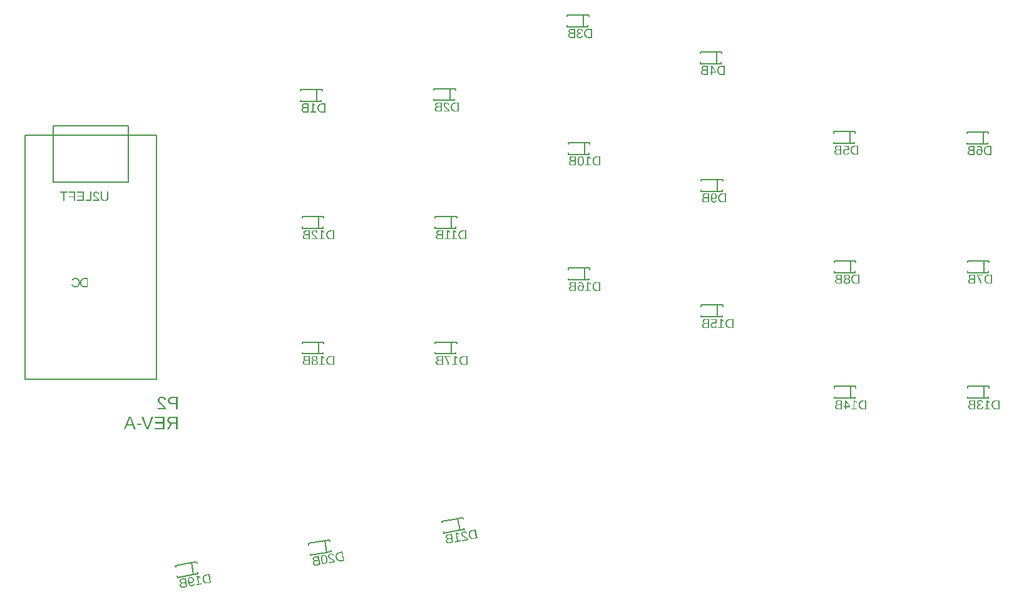
<source format=gbr>
G04 EAGLE Gerber RS-274X export*
G75*
%MOMM*%
%FSLAX34Y34*%
%LPD*%
%INSilkscreen Bottom*%
%IPPOS*%
%AMOC8*
5,1,8,0,0,1.08239X$1,22.5*%
G01*
G04 Define Apertures*
%ADD10C,0.152400*%
G36*
X-554280Y-430000D02*
X-556979Y-430000D01*
X-554161Y-425723D01*
X-552072Y-422553D01*
X-552552Y-422452D01*
X-553006Y-422321D01*
X-553433Y-422159D01*
X-553834Y-421968D01*
X-554052Y-421838D01*
X-554208Y-421745D01*
X-554555Y-421493D01*
X-554876Y-421210D01*
X-555169Y-420897D01*
X-555433Y-420559D01*
X-555661Y-420202D01*
X-555854Y-419826D01*
X-556011Y-419431D01*
X-556134Y-419017D01*
X-556222Y-418583D01*
X-556274Y-418130D01*
X-556292Y-417658D01*
X-556286Y-417371D01*
X-556267Y-417092D01*
X-556236Y-416820D01*
X-556193Y-416557D01*
X-556069Y-416054D01*
X-555895Y-415584D01*
X-555671Y-415145D01*
X-555398Y-414738D01*
X-555076Y-414364D01*
X-554703Y-414021D01*
X-554285Y-413715D01*
X-553826Y-413449D01*
X-553325Y-413225D01*
X-552782Y-413041D01*
X-552197Y-412898D01*
X-551571Y-412796D01*
X-550904Y-412735D01*
X-550195Y-412714D01*
X-542061Y-412714D01*
X-542061Y-430000D01*
X-544404Y-430000D01*
X-544404Y-422823D01*
X-549790Y-422823D01*
X-554280Y-430000D01*
G37*
%LPC*%
G36*
X-544404Y-420971D02*
X-544404Y-414591D01*
X-549962Y-414591D01*
X-550429Y-414604D01*
X-550868Y-414641D01*
X-551279Y-414703D01*
X-551662Y-414789D01*
X-552017Y-414900D01*
X-552344Y-415036D01*
X-552642Y-415197D01*
X-552912Y-415383D01*
X-553152Y-415592D01*
X-553360Y-415823D01*
X-553536Y-416077D01*
X-553680Y-416353D01*
X-553792Y-416652D01*
X-553872Y-416973D01*
X-553921Y-417317D01*
X-553937Y-417683D01*
X-553921Y-418062D01*
X-553873Y-418419D01*
X-553794Y-418754D01*
X-553683Y-419068D01*
X-553541Y-419360D01*
X-553367Y-419630D01*
X-553162Y-419879D01*
X-552924Y-420106D01*
X-552658Y-420309D01*
X-552366Y-420484D01*
X-552047Y-420633D01*
X-551702Y-420755D01*
X-551331Y-420849D01*
X-550934Y-420917D01*
X-550510Y-420957D01*
X-550060Y-420971D01*
X-544404Y-420971D01*
G37*
%LPD*%
G36*
X-542061Y-403330D02*
X-544404Y-403330D01*
X-544404Y-396595D01*
X-549483Y-396595D01*
X-550152Y-396572D01*
X-550786Y-396504D01*
X-551383Y-396391D01*
X-551944Y-396233D01*
X-552470Y-396029D01*
X-552960Y-395781D01*
X-553414Y-395487D01*
X-553832Y-395147D01*
X-554207Y-394770D01*
X-554533Y-394361D01*
X-554808Y-393920D01*
X-555033Y-393448D01*
X-555208Y-392945D01*
X-555333Y-392410D01*
X-555377Y-392131D01*
X-555408Y-391844D01*
X-555427Y-391549D01*
X-555433Y-391246D01*
X-555427Y-390941D01*
X-555408Y-390644D01*
X-555377Y-390356D01*
X-555334Y-390077D01*
X-555277Y-389806D01*
X-555209Y-389544D01*
X-555035Y-389047D01*
X-554810Y-388584D01*
X-554536Y-388157D01*
X-554212Y-387764D01*
X-553838Y-387406D01*
X-553419Y-387087D01*
X-552959Y-386810D01*
X-552458Y-386576D01*
X-551915Y-386385D01*
X-551332Y-386236D01*
X-550708Y-386129D01*
X-550042Y-386066D01*
X-549336Y-386044D01*
X-542061Y-386044D01*
X-542061Y-403330D01*
G37*
%LPC*%
G36*
X-544404Y-394742D02*
X-544404Y-387921D01*
X-549054Y-387921D01*
X-549541Y-387934D01*
X-549997Y-387974D01*
X-550421Y-388039D01*
X-550814Y-388131D01*
X-551176Y-388248D01*
X-551506Y-388392D01*
X-551805Y-388562D01*
X-552072Y-388759D01*
X-552308Y-388981D01*
X-552512Y-389230D01*
X-552685Y-389504D01*
X-552826Y-389805D01*
X-552936Y-390132D01*
X-553015Y-390486D01*
X-553062Y-390865D01*
X-553078Y-391271D01*
X-553062Y-391691D01*
X-553016Y-392084D01*
X-552940Y-392450D01*
X-552832Y-392789D01*
X-552694Y-393101D01*
X-552526Y-393386D01*
X-552326Y-393644D01*
X-552096Y-393874D01*
X-551836Y-394078D01*
X-551544Y-394254D01*
X-551222Y-394403D01*
X-550870Y-394525D01*
X-550486Y-394620D01*
X-550072Y-394688D01*
X-549627Y-394729D01*
X-549152Y-394742D01*
X-544404Y-394742D01*
G37*
%LPD*%
G36*
X-612942Y-430000D02*
X-615334Y-430000D01*
X-608390Y-412714D01*
X-605728Y-412714D01*
X-598674Y-430000D01*
X-601103Y-430000D01*
X-603091Y-424946D01*
X-610967Y-424946D01*
X-612942Y-430000D01*
G37*
%LPC*%
G36*
X-603802Y-423118D02*
X-606010Y-417438D01*
X-606538Y-415987D01*
X-606918Y-414824D01*
X-607029Y-414481D01*
X-607360Y-415499D01*
X-607703Y-416511D01*
X-608047Y-417413D01*
X-610267Y-423118D01*
X-603802Y-423118D01*
G37*
%LPD*%
G36*
X-560186Y-430000D02*
X-573804Y-430000D01*
X-573804Y-428086D01*
X-562529Y-428086D01*
X-562529Y-422063D01*
X-572565Y-422063D01*
X-572565Y-420173D01*
X-562529Y-420173D01*
X-562529Y-414628D01*
X-573301Y-414628D01*
X-573301Y-412714D01*
X-560186Y-412714D01*
X-560186Y-430000D01*
G37*
G36*
X-582040Y-430000D02*
X-584469Y-430000D01*
X-591523Y-412714D01*
X-589057Y-412714D01*
X-584297Y-424884D01*
X-583266Y-427939D01*
X-582236Y-424884D01*
X-577451Y-412714D01*
X-574985Y-412714D01*
X-582040Y-430000D01*
G37*
G36*
X-558014Y-403330D02*
X-569460Y-403330D01*
X-569460Y-401453D01*
X-560443Y-401453D01*
X-560656Y-401019D01*
X-560927Y-400577D01*
X-561257Y-400127D01*
X-561645Y-399668D01*
X-562098Y-399191D01*
X-562623Y-398685D01*
X-563221Y-398151D01*
X-563890Y-397589D01*
X-565069Y-396614D01*
X-566040Y-395776D01*
X-566804Y-395074D01*
X-567362Y-394509D01*
X-567788Y-394012D01*
X-568158Y-393516D01*
X-568472Y-393019D01*
X-568730Y-392522D01*
X-568931Y-392024D01*
X-569075Y-391525D01*
X-569125Y-391275D01*
X-569161Y-391024D01*
X-569183Y-390773D01*
X-569190Y-390522D01*
X-569168Y-389971D01*
X-569102Y-389452D01*
X-568992Y-388966D01*
X-568839Y-388512D01*
X-568641Y-388090D01*
X-568400Y-387701D01*
X-568114Y-387344D01*
X-567785Y-387020D01*
X-567415Y-386731D01*
X-567007Y-386480D01*
X-566562Y-386268D01*
X-566078Y-386095D01*
X-565557Y-385960D01*
X-564998Y-385864D01*
X-564402Y-385806D01*
X-563767Y-385787D01*
X-563186Y-385806D01*
X-562631Y-385863D01*
X-562104Y-385959D01*
X-561604Y-386093D01*
X-561130Y-386266D01*
X-560684Y-386477D01*
X-560265Y-386726D01*
X-559872Y-387014D01*
X-559513Y-387333D01*
X-559194Y-387680D01*
X-558914Y-388053D01*
X-558675Y-388452D01*
X-558474Y-388878D01*
X-558314Y-389330D01*
X-558193Y-389809D01*
X-558112Y-390314D01*
X-560369Y-390522D01*
X-560421Y-390185D01*
X-560496Y-389868D01*
X-560595Y-389570D01*
X-560717Y-389291D01*
X-560863Y-389031D01*
X-561033Y-388791D01*
X-561226Y-388570D01*
X-561443Y-388369D01*
X-561679Y-388189D01*
X-561931Y-388034D01*
X-562198Y-387902D01*
X-562481Y-387794D01*
X-562779Y-387710D01*
X-563093Y-387650D01*
X-563422Y-387614D01*
X-563767Y-387602D01*
X-564128Y-387615D01*
X-564469Y-387651D01*
X-564789Y-387713D01*
X-565089Y-387799D01*
X-565369Y-387909D01*
X-565628Y-388044D01*
X-565867Y-388204D01*
X-566086Y-388388D01*
X-566282Y-388594D01*
X-566451Y-388820D01*
X-566594Y-389066D01*
X-566712Y-389332D01*
X-566803Y-389618D01*
X-566868Y-389924D01*
X-566907Y-390250D01*
X-566920Y-390596D01*
X-566913Y-390856D01*
X-566890Y-391110D01*
X-566852Y-391356D01*
X-566799Y-391596D01*
X-566731Y-391828D01*
X-566648Y-392054D01*
X-566549Y-392273D01*
X-566436Y-392485D01*
X-566175Y-392898D01*
X-565876Y-393301D01*
X-565540Y-393695D01*
X-565166Y-394080D01*
X-564333Y-394841D01*
X-563405Y-395601D01*
X-562426Y-396394D01*
X-561436Y-397251D01*
X-560945Y-397709D01*
X-560466Y-398193D01*
X-559998Y-398703D01*
X-559541Y-399239D01*
X-559107Y-399809D01*
X-558708Y-400421D01*
X-558344Y-401075D01*
X-558014Y-401772D01*
X-558014Y-403330D01*
G37*
G36*
X-591366Y-424308D02*
X-597500Y-424308D01*
X-597500Y-422345D01*
X-591366Y-422345D01*
X-591366Y-424308D01*
G37*
G36*
X-668946Y-121100D02*
X-678668Y-121100D01*
X-678668Y-119734D01*
X-670619Y-119734D01*
X-670619Y-115433D01*
X-677784Y-115433D01*
X-677784Y-114084D01*
X-670619Y-114084D01*
X-670619Y-110126D01*
X-678309Y-110126D01*
X-678309Y-108759D01*
X-668946Y-108759D01*
X-668946Y-121100D01*
G37*
G36*
X-641002Y-121275D02*
X-641390Y-121266D01*
X-641765Y-121239D01*
X-642126Y-121194D01*
X-642475Y-121132D01*
X-642811Y-121051D01*
X-643133Y-120953D01*
X-643443Y-120836D01*
X-643740Y-120702D01*
X-644021Y-120550D01*
X-644287Y-120383D01*
X-644536Y-120199D01*
X-644769Y-120000D01*
X-644985Y-119784D01*
X-645185Y-119553D01*
X-645368Y-119305D01*
X-645535Y-119042D01*
X-645684Y-118764D01*
X-645813Y-118473D01*
X-645922Y-118169D01*
X-646011Y-117853D01*
X-646081Y-117523D01*
X-646130Y-117181D01*
X-646160Y-116826D01*
X-646170Y-116458D01*
X-646170Y-108759D01*
X-644506Y-108759D01*
X-644506Y-116362D01*
X-644491Y-116784D01*
X-644448Y-117181D01*
X-644376Y-117551D01*
X-644275Y-117895D01*
X-644145Y-118214D01*
X-643986Y-118506D01*
X-643798Y-118771D01*
X-643582Y-119011D01*
X-643339Y-119224D01*
X-643074Y-119408D01*
X-642785Y-119564D01*
X-642473Y-119691D01*
X-642138Y-119790D01*
X-641780Y-119861D01*
X-641398Y-119903D01*
X-640994Y-119918D01*
X-640601Y-119904D01*
X-640231Y-119863D01*
X-639886Y-119794D01*
X-639564Y-119699D01*
X-639266Y-119575D01*
X-638992Y-119425D01*
X-638742Y-119247D01*
X-638515Y-119042D01*
X-638314Y-118810D01*
X-638140Y-118553D01*
X-637992Y-118270D01*
X-637871Y-117962D01*
X-637777Y-117629D01*
X-637710Y-117270D01*
X-637670Y-116885D01*
X-637657Y-116476D01*
X-637657Y-108759D01*
X-635984Y-108759D01*
X-635984Y-116616D01*
X-635994Y-116973D01*
X-636023Y-117317D01*
X-636071Y-117649D01*
X-636139Y-117969D01*
X-636227Y-118276D01*
X-636334Y-118570D01*
X-636460Y-118852D01*
X-636606Y-119121D01*
X-636769Y-119376D01*
X-636948Y-119615D01*
X-637144Y-119839D01*
X-637355Y-120047D01*
X-637581Y-120239D01*
X-637824Y-120416D01*
X-638083Y-120578D01*
X-638357Y-120723D01*
X-638646Y-120853D01*
X-638946Y-120965D01*
X-639259Y-121060D01*
X-639584Y-121137D01*
X-639920Y-121198D01*
X-640269Y-121241D01*
X-640630Y-121267D01*
X-641002Y-121275D01*
G37*
G36*
X-680915Y-121100D02*
X-682588Y-121100D01*
X-682588Y-116099D01*
X-689472Y-116099D01*
X-689472Y-114715D01*
X-682588Y-114715D01*
X-682588Y-110126D01*
X-689682Y-110126D01*
X-689682Y-108759D01*
X-680915Y-108759D01*
X-680915Y-121100D01*
G37*
G36*
X-648440Y-121100D02*
X-656611Y-121100D01*
X-656611Y-119760D01*
X-650174Y-119760D01*
X-650326Y-119450D01*
X-650520Y-119135D01*
X-650755Y-118813D01*
X-651032Y-118486D01*
X-651356Y-118145D01*
X-651731Y-117784D01*
X-652157Y-117403D01*
X-652635Y-117001D01*
X-653476Y-116305D01*
X-654170Y-115707D01*
X-654716Y-115206D01*
X-655114Y-114803D01*
X-655418Y-114448D01*
X-655682Y-114093D01*
X-655906Y-113738D01*
X-656090Y-113384D01*
X-656234Y-113028D01*
X-656337Y-112672D01*
X-656398Y-112315D01*
X-656419Y-111956D01*
X-656403Y-111563D01*
X-656356Y-111192D01*
X-656278Y-110845D01*
X-656168Y-110521D01*
X-656027Y-110220D01*
X-655855Y-109942D01*
X-655651Y-109687D01*
X-655416Y-109456D01*
X-655152Y-109249D01*
X-654860Y-109070D01*
X-654542Y-108919D01*
X-654197Y-108795D01*
X-653825Y-108699D01*
X-653426Y-108630D01*
X-653000Y-108589D01*
X-652547Y-108575D01*
X-652132Y-108589D01*
X-651736Y-108630D01*
X-651360Y-108698D01*
X-651003Y-108794D01*
X-650665Y-108917D01*
X-650346Y-109068D01*
X-650047Y-109246D01*
X-649767Y-109451D01*
X-649510Y-109680D01*
X-649282Y-109927D01*
X-649083Y-110193D01*
X-648911Y-110478D01*
X-648769Y-110782D01*
X-648654Y-111105D01*
X-648568Y-111447D01*
X-648510Y-111807D01*
X-650121Y-111956D01*
X-650158Y-111716D01*
X-650212Y-111489D01*
X-650282Y-111276D01*
X-650370Y-111077D01*
X-650474Y-110892D01*
X-650595Y-110720D01*
X-650733Y-110563D01*
X-650888Y-110419D01*
X-651056Y-110291D01*
X-651236Y-110179D01*
X-651427Y-110085D01*
X-651629Y-110008D01*
X-651842Y-109949D01*
X-652066Y-109906D01*
X-652301Y-109880D01*
X-652547Y-109872D01*
X-652805Y-109880D01*
X-653048Y-109907D01*
X-653277Y-109950D01*
X-653491Y-110012D01*
X-653691Y-110091D01*
X-653876Y-110187D01*
X-654047Y-110301D01*
X-654203Y-110432D01*
X-654342Y-110579D01*
X-654463Y-110741D01*
X-654566Y-110917D01*
X-654649Y-111107D01*
X-654715Y-111311D01*
X-654761Y-111529D01*
X-654789Y-111762D01*
X-654798Y-112009D01*
X-654777Y-112375D01*
X-654712Y-112722D01*
X-654604Y-113050D01*
X-654452Y-113357D01*
X-654266Y-113652D01*
X-654053Y-113940D01*
X-653813Y-114221D01*
X-653546Y-114496D01*
X-652951Y-115039D01*
X-652289Y-115582D01*
X-651589Y-116148D01*
X-650883Y-116760D01*
X-650533Y-117087D01*
X-650190Y-117432D01*
X-649856Y-117796D01*
X-649530Y-118179D01*
X-649221Y-118586D01*
X-648936Y-119023D01*
X-648675Y-119490D01*
X-648440Y-119988D01*
X-648440Y-121100D01*
G37*
G36*
X-695055Y-121100D02*
X-696719Y-121100D01*
X-696719Y-110126D01*
X-700958Y-110126D01*
X-700958Y-108759D01*
X-690815Y-108759D01*
X-690815Y-110126D01*
X-695055Y-110126D01*
X-695055Y-121100D01*
G37*
G36*
X-658978Y-121100D02*
X-666887Y-121100D01*
X-666887Y-119734D01*
X-660651Y-119734D01*
X-660651Y-108759D01*
X-658978Y-108759D01*
X-658978Y-121100D01*
G37*
G36*
X-663691Y-237770D02*
X-668307Y-237770D01*
X-668747Y-237758D01*
X-669174Y-237722D01*
X-669588Y-237663D01*
X-669989Y-237580D01*
X-670376Y-237472D01*
X-670751Y-237341D01*
X-671112Y-237187D01*
X-671460Y-237008D01*
X-671792Y-236807D01*
X-672105Y-236585D01*
X-672398Y-236342D01*
X-672671Y-236079D01*
X-672925Y-235794D01*
X-673160Y-235488D01*
X-673375Y-235162D01*
X-673571Y-234814D01*
X-673746Y-234449D01*
X-673897Y-234068D01*
X-674025Y-233673D01*
X-674129Y-233263D01*
X-674211Y-232838D01*
X-674269Y-232397D01*
X-674304Y-231943D01*
X-674316Y-231473D01*
X-674309Y-231115D01*
X-674289Y-230769D01*
X-674256Y-230432D01*
X-674209Y-230106D01*
X-674149Y-229790D01*
X-674076Y-229485D01*
X-673989Y-229190D01*
X-673890Y-228905D01*
X-673777Y-228631D01*
X-673650Y-228367D01*
X-673510Y-228114D01*
X-673357Y-227870D01*
X-673191Y-227638D01*
X-673011Y-227415D01*
X-672818Y-227203D01*
X-672612Y-227001D01*
X-672393Y-226811D01*
X-672164Y-226633D01*
X-671923Y-226467D01*
X-671671Y-226314D01*
X-671407Y-226172D01*
X-671133Y-226043D01*
X-670847Y-225927D01*
X-670550Y-225822D01*
X-670242Y-225730D01*
X-669923Y-225650D01*
X-669593Y-225583D01*
X-669251Y-225528D01*
X-668898Y-225485D01*
X-668534Y-225454D01*
X-668159Y-225435D01*
X-667773Y-225429D01*
X-663691Y-225429D01*
X-663691Y-237770D01*
G37*
%LPC*%
G36*
X-665364Y-236430D02*
X-665364Y-226769D01*
X-667738Y-226769D01*
X-668316Y-226788D01*
X-668859Y-226845D01*
X-669366Y-226939D01*
X-669839Y-227070D01*
X-670276Y-227240D01*
X-670678Y-227447D01*
X-671045Y-227691D01*
X-671377Y-227974D01*
X-671672Y-228292D01*
X-671927Y-228644D01*
X-672143Y-229030D01*
X-672320Y-229451D01*
X-672457Y-229905D01*
X-672555Y-230393D01*
X-672614Y-230916D01*
X-672634Y-231473D01*
X-672625Y-231847D01*
X-672599Y-232209D01*
X-672556Y-232559D01*
X-672496Y-232896D01*
X-672418Y-233220D01*
X-672324Y-233532D01*
X-672211Y-233831D01*
X-672082Y-234118D01*
X-671937Y-234390D01*
X-671776Y-234645D01*
X-671601Y-234885D01*
X-671411Y-235107D01*
X-671206Y-235314D01*
X-670986Y-235504D01*
X-670751Y-235677D01*
X-670501Y-235834D01*
X-670239Y-235974D01*
X-669966Y-236095D01*
X-669683Y-236197D01*
X-669390Y-236281D01*
X-669086Y-236346D01*
X-668773Y-236393D01*
X-668449Y-236421D01*
X-668115Y-236430D01*
X-665364Y-236430D01*
G37*
%LPD*%
G36*
X-680578Y-237945D02*
X-681027Y-237932D01*
X-681461Y-237893D01*
X-681882Y-237828D01*
X-682289Y-237737D01*
X-682682Y-237620D01*
X-683062Y-237477D01*
X-683427Y-237308D01*
X-683779Y-237113D01*
X-684114Y-236893D01*
X-684430Y-236649D01*
X-684727Y-236382D01*
X-685004Y-236091D01*
X-685262Y-235775D01*
X-685501Y-235436D01*
X-685721Y-235074D01*
X-685921Y-234687D01*
X-684554Y-234004D01*
X-684386Y-234315D01*
X-684208Y-234605D01*
X-684020Y-234876D01*
X-683821Y-235127D01*
X-683613Y-235357D01*
X-683395Y-235568D01*
X-683166Y-235758D01*
X-682927Y-235929D01*
X-682679Y-236079D01*
X-682420Y-236209D01*
X-682151Y-236319D01*
X-681873Y-236410D01*
X-681584Y-236480D01*
X-681285Y-236530D01*
X-680976Y-236560D01*
X-680657Y-236570D01*
X-680164Y-236549D01*
X-679698Y-236484D01*
X-679257Y-236376D01*
X-678843Y-236225D01*
X-678455Y-236031D01*
X-678092Y-235794D01*
X-677757Y-235514D01*
X-677447Y-235191D01*
X-677169Y-234832D01*
X-676928Y-234445D01*
X-676724Y-234031D01*
X-676557Y-233589D01*
X-676427Y-233119D01*
X-676334Y-232621D01*
X-676279Y-232096D01*
X-676260Y-231543D01*
X-676278Y-230984D01*
X-676331Y-230456D01*
X-676420Y-229959D01*
X-676545Y-229492D01*
X-676705Y-229056D01*
X-676901Y-228650D01*
X-677132Y-228275D01*
X-677399Y-227930D01*
X-677698Y-227621D01*
X-678025Y-227353D01*
X-678381Y-227127D01*
X-678765Y-226941D01*
X-679178Y-226797D01*
X-679619Y-226694D01*
X-680089Y-226632D01*
X-680587Y-226612D01*
X-680907Y-226621D01*
X-681217Y-226647D01*
X-681516Y-226692D01*
X-681803Y-226754D01*
X-682079Y-226834D01*
X-682345Y-226932D01*
X-682599Y-227048D01*
X-682842Y-227181D01*
X-683072Y-227331D01*
X-683285Y-227497D01*
X-683482Y-227679D01*
X-683662Y-227877D01*
X-683826Y-228091D01*
X-683974Y-228321D01*
X-684106Y-228566D01*
X-684222Y-228828D01*
X-685807Y-228302D01*
X-685640Y-227935D01*
X-685452Y-227591D01*
X-685242Y-227270D01*
X-685010Y-226973D01*
X-684756Y-226699D01*
X-684480Y-226448D01*
X-684182Y-226220D01*
X-683862Y-226016D01*
X-683522Y-225835D01*
X-683161Y-225679D01*
X-682779Y-225546D01*
X-682378Y-225438D01*
X-681956Y-225354D01*
X-681514Y-225293D01*
X-681052Y-225257D01*
X-680569Y-225245D01*
X-680222Y-225252D01*
X-679883Y-225271D01*
X-679555Y-225304D01*
X-679236Y-225350D01*
X-678926Y-225409D01*
X-678626Y-225481D01*
X-678336Y-225566D01*
X-678056Y-225664D01*
X-677784Y-225775D01*
X-677523Y-225899D01*
X-677271Y-226036D01*
X-677029Y-226186D01*
X-676573Y-226526D01*
X-676155Y-226918D01*
X-675781Y-227356D01*
X-675458Y-227835D01*
X-675184Y-228353D01*
X-675065Y-228627D01*
X-674959Y-228911D01*
X-674866Y-229205D01*
X-674785Y-229509D01*
X-674717Y-229823D01*
X-674661Y-230147D01*
X-674617Y-230481D01*
X-674586Y-230825D01*
X-674567Y-231179D01*
X-674561Y-231543D01*
X-674572Y-232027D01*
X-674606Y-232495D01*
X-674661Y-232946D01*
X-674739Y-233381D01*
X-674840Y-233799D01*
X-674962Y-234201D01*
X-675107Y-234586D01*
X-675275Y-234954D01*
X-675463Y-235304D01*
X-675672Y-235633D01*
X-675901Y-235941D01*
X-676151Y-236229D01*
X-676420Y-236495D01*
X-676710Y-236741D01*
X-677020Y-236966D01*
X-677350Y-237170D01*
X-677699Y-237352D01*
X-678063Y-237509D01*
X-678443Y-237642D01*
X-678838Y-237751D01*
X-679250Y-237836D01*
X-679677Y-237897D01*
X-680119Y-237933D01*
X-680578Y-237945D01*
G37*
G36*
X559422Y-233100D02*
X554806Y-233100D01*
X554366Y-233088D01*
X553939Y-233052D01*
X553525Y-232993D01*
X553124Y-232910D01*
X552737Y-232802D01*
X552362Y-232671D01*
X552001Y-232517D01*
X551653Y-232338D01*
X551321Y-232137D01*
X551009Y-231915D01*
X550716Y-231672D01*
X550442Y-231409D01*
X550188Y-231124D01*
X549953Y-230818D01*
X549738Y-230492D01*
X549542Y-230144D01*
X549368Y-229779D01*
X549216Y-229398D01*
X549088Y-229003D01*
X548984Y-228593D01*
X548902Y-228168D01*
X548844Y-227727D01*
X548809Y-227273D01*
X548798Y-226803D01*
X548804Y-226445D01*
X548824Y-226099D01*
X548857Y-225762D01*
X548904Y-225436D01*
X548964Y-225120D01*
X549037Y-224815D01*
X549124Y-224520D01*
X549223Y-224235D01*
X549337Y-223961D01*
X549463Y-223697D01*
X549603Y-223444D01*
X549756Y-223200D01*
X549922Y-222968D01*
X550102Y-222745D01*
X550295Y-222533D01*
X550501Y-222331D01*
X550720Y-222141D01*
X550949Y-221963D01*
X551190Y-221797D01*
X551442Y-221644D01*
X551706Y-221502D01*
X551980Y-221373D01*
X552266Y-221257D01*
X552563Y-221152D01*
X552871Y-221060D01*
X553190Y-220980D01*
X553520Y-220913D01*
X553862Y-220858D01*
X554215Y-220815D01*
X554579Y-220784D01*
X554954Y-220765D01*
X555340Y-220759D01*
X559422Y-220759D01*
X559422Y-233100D01*
G37*
%LPC*%
G36*
X557749Y-231760D02*
X557749Y-222099D01*
X555375Y-222099D01*
X554797Y-222118D01*
X554254Y-222175D01*
X553747Y-222269D01*
X553274Y-222400D01*
X552837Y-222570D01*
X552435Y-222777D01*
X552068Y-223021D01*
X551736Y-223304D01*
X551441Y-223622D01*
X551186Y-223974D01*
X550970Y-224360D01*
X550793Y-224781D01*
X550656Y-225235D01*
X550558Y-225723D01*
X550499Y-226246D01*
X550479Y-226803D01*
X550488Y-227177D01*
X550514Y-227539D01*
X550557Y-227889D01*
X550617Y-228226D01*
X550695Y-228550D01*
X550790Y-228862D01*
X550902Y-229161D01*
X551031Y-229448D01*
X551176Y-229720D01*
X551337Y-229975D01*
X551512Y-230215D01*
X551702Y-230437D01*
X551907Y-230644D01*
X552127Y-230834D01*
X552362Y-231007D01*
X552612Y-231164D01*
X552874Y-231304D01*
X553147Y-231425D01*
X553430Y-231527D01*
X553723Y-231611D01*
X554027Y-231676D01*
X554340Y-231723D01*
X554664Y-231751D01*
X554999Y-231760D01*
X557749Y-231760D01*
G37*
%LPD*%
G36*
X536515Y-233100D02*
X531506Y-233100D01*
X530986Y-233086D01*
X530496Y-233043D01*
X530034Y-232971D01*
X529603Y-232871D01*
X529200Y-232743D01*
X528827Y-232585D01*
X528483Y-232399D01*
X528169Y-232185D01*
X527887Y-231945D01*
X527644Y-231681D01*
X527437Y-231395D01*
X527269Y-231087D01*
X527137Y-230755D01*
X527044Y-230400D01*
X526987Y-230023D01*
X526969Y-229623D01*
X526981Y-229321D01*
X527018Y-229032D01*
X527081Y-228756D01*
X527168Y-228494D01*
X527280Y-228245D01*
X527417Y-228009D01*
X527579Y-227787D01*
X527766Y-227578D01*
X527879Y-227474D01*
X527975Y-227385D01*
X528206Y-227212D01*
X528458Y-227059D01*
X528731Y-226926D01*
X529025Y-226813D01*
X529341Y-226720D01*
X529677Y-226646D01*
X530034Y-226592D01*
X529762Y-226521D01*
X529505Y-226435D01*
X529265Y-226333D01*
X529040Y-226216D01*
X528831Y-226083D01*
X528638Y-225936D01*
X528560Y-225864D01*
X528461Y-225772D01*
X528300Y-225594D01*
X528156Y-225402D01*
X528032Y-225200D01*
X527926Y-224986D01*
X527840Y-224762D01*
X527773Y-224527D01*
X527725Y-224280D01*
X527696Y-224023D01*
X527687Y-223755D01*
X527704Y-223392D01*
X527755Y-223053D01*
X527840Y-222737D01*
X527958Y-222444D01*
X528111Y-222175D01*
X528298Y-221929D01*
X528518Y-221707D01*
X528773Y-221508D01*
X529061Y-221333D01*
X529384Y-221180D01*
X529740Y-221052D01*
X530130Y-220946D01*
X530555Y-220865D01*
X531013Y-220806D01*
X531505Y-220771D01*
X532031Y-220759D01*
X536515Y-220759D01*
X536515Y-233100D01*
G37*
%LPC*%
G36*
X534843Y-231760D02*
X534843Y-227311D01*
X531724Y-227311D01*
X531353Y-227319D01*
X531006Y-227345D01*
X530683Y-227387D01*
X530383Y-227447D01*
X530108Y-227524D01*
X529856Y-227617D01*
X529629Y-227728D01*
X529425Y-227856D01*
X529246Y-228001D01*
X529090Y-228163D01*
X528958Y-228341D01*
X528851Y-228537D01*
X528767Y-228750D01*
X528707Y-228980D01*
X528671Y-229227D01*
X528659Y-229492D01*
X528670Y-229765D01*
X528703Y-230021D01*
X528758Y-230260D01*
X528834Y-230481D01*
X528933Y-230685D01*
X529053Y-230871D01*
X529195Y-231040D01*
X529360Y-231191D01*
X529548Y-231324D01*
X529762Y-231440D01*
X530002Y-231538D01*
X530268Y-231618D01*
X530561Y-231680D01*
X530879Y-231724D01*
X531223Y-231751D01*
X531593Y-231760D01*
X534843Y-231760D01*
G37*
G36*
X534843Y-226006D02*
X534843Y-222099D01*
X532031Y-222099D01*
X531717Y-222106D01*
X531421Y-222126D01*
X531145Y-222160D01*
X530888Y-222207D01*
X530650Y-222267D01*
X530432Y-222341D01*
X530232Y-222428D01*
X530052Y-222528D01*
X529891Y-222645D01*
X529753Y-222779D01*
X529635Y-222930D01*
X529539Y-223100D01*
X529465Y-223287D01*
X529411Y-223492D01*
X529379Y-223715D01*
X529368Y-223956D01*
X529379Y-224208D01*
X529410Y-224444D01*
X529461Y-224662D01*
X529534Y-224864D01*
X529627Y-225049D01*
X529740Y-225217D01*
X529875Y-225368D01*
X530030Y-225502D01*
X530206Y-225620D01*
X530403Y-225722D01*
X530621Y-225809D01*
X530861Y-225880D01*
X531121Y-225935D01*
X531403Y-225974D01*
X531707Y-225998D01*
X532031Y-226006D01*
X534843Y-226006D01*
G37*
%LPD*%
G36*
X544759Y-233100D02*
X543112Y-233100D01*
X543106Y-232675D01*
X543088Y-232253D01*
X543015Y-231421D01*
X542893Y-230602D01*
X542722Y-229798D01*
X542503Y-228998D01*
X542235Y-228193D01*
X541918Y-227382D01*
X541553Y-226566D01*
X541094Y-225669D01*
X540496Y-224615D01*
X539758Y-223405D01*
X538882Y-222038D01*
X538882Y-220759D01*
X547036Y-220759D01*
X547036Y-222099D01*
X540406Y-222099D01*
X540972Y-222939D01*
X541495Y-223753D01*
X541977Y-224543D01*
X542417Y-225308D01*
X542815Y-226049D01*
X543170Y-226764D01*
X543484Y-227455D01*
X543756Y-228121D01*
X543991Y-228771D01*
X544195Y-229412D01*
X544367Y-230047D01*
X544508Y-230673D01*
X544618Y-231291D01*
X544696Y-231902D01*
X544743Y-232505D01*
X544759Y-233100D01*
G37*
G36*
X569397Y-403100D02*
X564781Y-403100D01*
X564341Y-403088D01*
X563914Y-403052D01*
X563501Y-402993D01*
X563100Y-402910D01*
X562712Y-402802D01*
X562338Y-402671D01*
X561977Y-402517D01*
X561628Y-402338D01*
X561297Y-402137D01*
X560984Y-401915D01*
X560691Y-401672D01*
X560418Y-401409D01*
X560163Y-401124D01*
X559929Y-400818D01*
X559713Y-400492D01*
X559518Y-400144D01*
X559343Y-399779D01*
X559192Y-399398D01*
X559064Y-399003D01*
X558959Y-398593D01*
X558878Y-398168D01*
X558820Y-397727D01*
X558785Y-397273D01*
X558773Y-396803D01*
X558780Y-396445D01*
X558800Y-396099D01*
X558833Y-395762D01*
X558880Y-395436D01*
X558939Y-395120D01*
X559013Y-394815D01*
X559099Y-394520D01*
X559199Y-394235D01*
X559312Y-393961D01*
X559439Y-393697D01*
X559578Y-393444D01*
X559731Y-393200D01*
X559898Y-392968D01*
X560077Y-392745D01*
X560270Y-392533D01*
X560477Y-392331D01*
X560695Y-392141D01*
X560925Y-391963D01*
X561166Y-391797D01*
X561418Y-391644D01*
X561681Y-391502D01*
X561956Y-391373D01*
X562241Y-391257D01*
X562538Y-391152D01*
X562846Y-391060D01*
X563165Y-390980D01*
X563496Y-390913D01*
X563837Y-390858D01*
X564190Y-390815D01*
X564554Y-390784D01*
X564929Y-390765D01*
X565316Y-390759D01*
X569397Y-390759D01*
X569397Y-403100D01*
G37*
%LPC*%
G36*
X567724Y-401760D02*
X567724Y-392099D01*
X565351Y-392099D01*
X564773Y-392118D01*
X564230Y-392175D01*
X563722Y-392269D01*
X563250Y-392400D01*
X562813Y-392570D01*
X562410Y-392777D01*
X562043Y-393021D01*
X561712Y-393304D01*
X561417Y-393622D01*
X561162Y-393974D01*
X560946Y-394360D01*
X560769Y-394781D01*
X560631Y-395235D01*
X560533Y-395723D01*
X560474Y-396246D01*
X560455Y-396803D01*
X560463Y-397177D01*
X560489Y-397539D01*
X560532Y-397889D01*
X560593Y-398226D01*
X560670Y-398550D01*
X560765Y-398862D01*
X560877Y-399161D01*
X561007Y-399448D01*
X561152Y-399720D01*
X561312Y-399975D01*
X561488Y-400215D01*
X561678Y-400437D01*
X561883Y-400644D01*
X562103Y-400834D01*
X562338Y-401007D01*
X562587Y-401164D01*
X562850Y-401304D01*
X563123Y-401425D01*
X563405Y-401527D01*
X563699Y-401611D01*
X564002Y-401676D01*
X564316Y-401723D01*
X564640Y-401751D01*
X564974Y-401760D01*
X567724Y-401760D01*
G37*
%LPD*%
G36*
X536522Y-403100D02*
X531512Y-403100D01*
X530993Y-403086D01*
X530502Y-403043D01*
X530041Y-402971D01*
X529610Y-402871D01*
X529207Y-402743D01*
X528834Y-402585D01*
X528490Y-402399D01*
X528175Y-402185D01*
X527894Y-401945D01*
X527650Y-401681D01*
X527444Y-401395D01*
X527275Y-401087D01*
X527144Y-400755D01*
X527050Y-400400D01*
X526994Y-400023D01*
X526975Y-399623D01*
X526988Y-399321D01*
X527025Y-399032D01*
X527087Y-398756D01*
X527175Y-398494D01*
X527287Y-398245D01*
X527424Y-398009D01*
X527586Y-397787D01*
X527772Y-397578D01*
X527885Y-397474D01*
X527982Y-397385D01*
X528213Y-397212D01*
X528465Y-397059D01*
X528738Y-396926D01*
X529032Y-396813D01*
X529347Y-396720D01*
X529684Y-396646D01*
X530041Y-396592D01*
X529769Y-396521D01*
X529512Y-396435D01*
X529272Y-396333D01*
X529047Y-396216D01*
X528838Y-396083D01*
X528645Y-395936D01*
X528567Y-395864D01*
X528468Y-395772D01*
X528307Y-395594D01*
X528163Y-395402D01*
X528038Y-395200D01*
X527933Y-394986D01*
X527847Y-394762D01*
X527780Y-394527D01*
X527732Y-394280D01*
X527703Y-394023D01*
X527694Y-393755D01*
X527711Y-393392D01*
X527761Y-393053D01*
X527846Y-392737D01*
X527965Y-392444D01*
X528118Y-392175D01*
X528305Y-391929D01*
X528525Y-391707D01*
X528780Y-391508D01*
X529068Y-391333D01*
X529391Y-391180D01*
X529747Y-391052D01*
X530137Y-390946D01*
X530561Y-390865D01*
X531020Y-390806D01*
X531512Y-390771D01*
X532038Y-390759D01*
X536522Y-390759D01*
X536522Y-403100D01*
G37*
%LPC*%
G36*
X534849Y-401760D02*
X534849Y-397311D01*
X531731Y-397311D01*
X531360Y-397319D01*
X531013Y-397345D01*
X530690Y-397387D01*
X530390Y-397447D01*
X530115Y-397524D01*
X529863Y-397617D01*
X529636Y-397728D01*
X529432Y-397856D01*
X529253Y-398001D01*
X529097Y-398163D01*
X528965Y-398341D01*
X528857Y-398537D01*
X528774Y-398750D01*
X528714Y-398980D01*
X528678Y-399227D01*
X528666Y-399492D01*
X528677Y-399765D01*
X528710Y-400021D01*
X528764Y-400260D01*
X528841Y-400481D01*
X528940Y-400685D01*
X529060Y-400871D01*
X529202Y-401040D01*
X529366Y-401191D01*
X529555Y-401324D01*
X529769Y-401440D01*
X530009Y-401538D01*
X530275Y-401618D01*
X530567Y-401680D01*
X530886Y-401724D01*
X531230Y-401751D01*
X531600Y-401760D01*
X534849Y-401760D01*
G37*
G36*
X534849Y-396006D02*
X534849Y-392099D01*
X532038Y-392099D01*
X531723Y-392106D01*
X531428Y-392126D01*
X531152Y-392160D01*
X530895Y-392207D01*
X530657Y-392267D01*
X530438Y-392341D01*
X530239Y-392428D01*
X530058Y-392528D01*
X529898Y-392645D01*
X529760Y-392779D01*
X529642Y-392930D01*
X529546Y-393100D01*
X529471Y-393287D01*
X529418Y-393492D01*
X529386Y-393715D01*
X529375Y-393956D01*
X529386Y-394208D01*
X529417Y-394444D01*
X529468Y-394662D01*
X529541Y-394864D01*
X529634Y-395049D01*
X529747Y-395217D01*
X529882Y-395368D01*
X530037Y-395502D01*
X530212Y-395620D01*
X530410Y-395722D01*
X530628Y-395809D01*
X530867Y-395880D01*
X531128Y-395935D01*
X531410Y-395974D01*
X531713Y-395998D01*
X532038Y-396006D01*
X534849Y-396006D01*
G37*
%LPD*%
G36*
X542961Y-403275D02*
X542472Y-403261D01*
X542012Y-403217D01*
X541581Y-403143D01*
X541179Y-403041D01*
X540806Y-402909D01*
X540462Y-402748D01*
X540147Y-402558D01*
X539861Y-402338D01*
X539606Y-402092D01*
X539386Y-401821D01*
X539199Y-401527D01*
X539046Y-401208D01*
X538927Y-400866D01*
X538843Y-400499D01*
X538792Y-400108D01*
X538775Y-399693D01*
X538787Y-399404D01*
X538823Y-399127D01*
X538883Y-398863D01*
X538967Y-398611D01*
X539076Y-398372D01*
X539208Y-398146D01*
X539365Y-397932D01*
X539545Y-397731D01*
X539748Y-397546D01*
X539969Y-397381D01*
X540210Y-397235D01*
X540469Y-397109D01*
X540748Y-397003D01*
X541046Y-396916D01*
X541364Y-396850D01*
X541700Y-396803D01*
X541700Y-396768D01*
X541394Y-396694D01*
X541107Y-396606D01*
X540838Y-396503D01*
X540589Y-396386D01*
X540358Y-396253D01*
X540146Y-396105D01*
X539952Y-395942D01*
X539778Y-395765D01*
X539623Y-395573D01*
X539488Y-395367D01*
X539375Y-395147D01*
X539282Y-394914D01*
X539209Y-394667D01*
X539158Y-394406D01*
X539127Y-394131D01*
X539116Y-393842D01*
X539132Y-393467D01*
X539181Y-393114D01*
X539261Y-392782D01*
X539374Y-392470D01*
X539518Y-392181D01*
X539695Y-391912D01*
X539904Y-391664D01*
X540145Y-391438D01*
X540416Y-391236D01*
X540712Y-391061D01*
X541034Y-390912D01*
X541381Y-390791D01*
X541755Y-390697D01*
X542155Y-390629D01*
X542580Y-390589D01*
X543031Y-390575D01*
X543446Y-390589D01*
X543842Y-390628D01*
X544219Y-390695D01*
X544576Y-390788D01*
X544914Y-390907D01*
X545233Y-391053D01*
X545532Y-391226D01*
X545812Y-391425D01*
X546068Y-391648D01*
X546296Y-391891D01*
X546496Y-392156D01*
X546667Y-392441D01*
X546810Y-392747D01*
X546925Y-393074D01*
X547011Y-393421D01*
X547069Y-393790D01*
X545484Y-393912D01*
X545449Y-393676D01*
X545398Y-393454D01*
X545329Y-393245D01*
X545244Y-393050D01*
X545142Y-392868D01*
X545023Y-392700D01*
X544887Y-392546D01*
X544735Y-392406D01*
X544568Y-392281D01*
X544388Y-392172D01*
X544196Y-392080D01*
X543992Y-392005D01*
X543775Y-391947D01*
X543545Y-391905D01*
X543303Y-391880D01*
X543049Y-391872D01*
X542771Y-391881D01*
X542510Y-391907D01*
X542268Y-391952D01*
X542043Y-392015D01*
X541835Y-392096D01*
X541646Y-392194D01*
X541473Y-392311D01*
X541319Y-392445D01*
X541183Y-392595D01*
X541064Y-392758D01*
X540964Y-392934D01*
X540882Y-393123D01*
X540819Y-393325D01*
X540773Y-393540D01*
X540746Y-393768D01*
X540737Y-394009D01*
X540748Y-394252D01*
X540781Y-394481D01*
X540837Y-394697D01*
X540915Y-394899D01*
X541015Y-395087D01*
X541138Y-395263D01*
X541283Y-395424D01*
X541450Y-395572D01*
X541638Y-395704D01*
X541844Y-395819D01*
X542068Y-395916D01*
X542310Y-395996D01*
X542570Y-396058D01*
X542849Y-396102D01*
X543146Y-396128D01*
X543461Y-396137D01*
X544319Y-396137D01*
X544319Y-397503D01*
X543425Y-397503D01*
X543071Y-397512D01*
X542737Y-397539D01*
X542425Y-397583D01*
X542135Y-397645D01*
X541866Y-397724D01*
X541618Y-397821D01*
X541392Y-397936D01*
X541188Y-398068D01*
X541006Y-398216D01*
X540849Y-398378D01*
X540715Y-398554D01*
X540606Y-398744D01*
X540522Y-398947D01*
X540461Y-399164D01*
X540425Y-399396D01*
X540413Y-399640D01*
X540423Y-399921D01*
X540455Y-400183D01*
X540508Y-400427D01*
X540582Y-400654D01*
X540678Y-400863D01*
X540794Y-401054D01*
X540932Y-401228D01*
X541091Y-401383D01*
X541269Y-401521D01*
X541463Y-401640D01*
X541672Y-401741D01*
X541898Y-401823D01*
X542140Y-401888D01*
X542398Y-401934D01*
X542671Y-401961D01*
X542961Y-401970D01*
X543250Y-401962D01*
X543523Y-401936D01*
X543779Y-401893D01*
X544019Y-401833D01*
X544244Y-401756D01*
X544452Y-401662D01*
X544644Y-401551D01*
X544820Y-401423D01*
X544980Y-401277D01*
X545124Y-401115D01*
X545252Y-400935D01*
X545364Y-400739D01*
X545460Y-400525D01*
X545539Y-400294D01*
X545603Y-400046D01*
X545650Y-399781D01*
X547279Y-399929D01*
X547213Y-400331D01*
X547117Y-400706D01*
X546994Y-401057D01*
X546842Y-401382D01*
X546662Y-401682D01*
X546454Y-401957D01*
X546217Y-402206D01*
X545952Y-402430D01*
X545661Y-402628D01*
X545347Y-402800D01*
X545008Y-402945D01*
X544646Y-403064D01*
X544260Y-403156D01*
X543851Y-403222D01*
X543418Y-403262D01*
X542961Y-403275D01*
G37*
G36*
X556565Y-403100D02*
X548831Y-403100D01*
X548831Y-401760D01*
X551835Y-401760D01*
X551835Y-390759D01*
X553289Y-390759D01*
X556206Y-392765D01*
X556206Y-394254D01*
X553421Y-392266D01*
X553421Y-401760D01*
X556565Y-401760D01*
X556565Y-403100D01*
G37*
G36*
X379422Y-233100D02*
X374806Y-233100D01*
X374366Y-233088D01*
X373939Y-233052D01*
X373525Y-232993D01*
X373124Y-232910D01*
X372737Y-232802D01*
X372362Y-232671D01*
X372001Y-232517D01*
X371653Y-232338D01*
X371321Y-232137D01*
X371009Y-231915D01*
X370716Y-231672D01*
X370442Y-231409D01*
X370188Y-231124D01*
X369953Y-230818D01*
X369738Y-230492D01*
X369542Y-230144D01*
X369368Y-229779D01*
X369216Y-229398D01*
X369088Y-229003D01*
X368984Y-228593D01*
X368902Y-228168D01*
X368844Y-227727D01*
X368809Y-227273D01*
X368798Y-226803D01*
X368804Y-226445D01*
X368824Y-226099D01*
X368857Y-225762D01*
X368904Y-225436D01*
X368964Y-225120D01*
X369037Y-224815D01*
X369124Y-224520D01*
X369223Y-224235D01*
X369337Y-223961D01*
X369463Y-223697D01*
X369603Y-223444D01*
X369756Y-223200D01*
X369922Y-222968D01*
X370102Y-222745D01*
X370295Y-222533D01*
X370501Y-222331D01*
X370720Y-222141D01*
X370949Y-221963D01*
X371190Y-221797D01*
X371442Y-221644D01*
X371706Y-221502D01*
X371980Y-221373D01*
X372266Y-221257D01*
X372563Y-221152D01*
X372871Y-221060D01*
X373190Y-220980D01*
X373520Y-220913D01*
X373862Y-220858D01*
X374215Y-220815D01*
X374579Y-220784D01*
X374954Y-220765D01*
X375340Y-220759D01*
X379422Y-220759D01*
X379422Y-233100D01*
G37*
%LPC*%
G36*
X377749Y-231760D02*
X377749Y-222099D01*
X375375Y-222099D01*
X374797Y-222118D01*
X374254Y-222175D01*
X373747Y-222269D01*
X373274Y-222400D01*
X372837Y-222570D01*
X372435Y-222777D01*
X372068Y-223021D01*
X371736Y-223304D01*
X371441Y-223622D01*
X371186Y-223974D01*
X370970Y-224360D01*
X370793Y-224781D01*
X370656Y-225235D01*
X370558Y-225723D01*
X370499Y-226246D01*
X370479Y-226803D01*
X370488Y-227177D01*
X370514Y-227539D01*
X370557Y-227889D01*
X370617Y-228226D01*
X370695Y-228550D01*
X370790Y-228862D01*
X370902Y-229161D01*
X371031Y-229448D01*
X371176Y-229720D01*
X371337Y-229975D01*
X371512Y-230215D01*
X371702Y-230437D01*
X371907Y-230644D01*
X372127Y-230834D01*
X372362Y-231007D01*
X372612Y-231164D01*
X372874Y-231304D01*
X373147Y-231425D01*
X373430Y-231527D01*
X373723Y-231611D01*
X374027Y-231676D01*
X374340Y-231723D01*
X374664Y-231751D01*
X374999Y-231760D01*
X377749Y-231760D01*
G37*
%LPD*%
G36*
X356515Y-233100D02*
X351506Y-233100D01*
X350986Y-233086D01*
X350496Y-233043D01*
X350034Y-232971D01*
X349603Y-232871D01*
X349200Y-232743D01*
X348827Y-232585D01*
X348483Y-232399D01*
X348169Y-232185D01*
X347887Y-231945D01*
X347644Y-231681D01*
X347437Y-231395D01*
X347269Y-231087D01*
X347137Y-230755D01*
X347044Y-230400D01*
X346987Y-230023D01*
X346969Y-229623D01*
X346981Y-229321D01*
X347018Y-229032D01*
X347081Y-228756D01*
X347168Y-228494D01*
X347280Y-228245D01*
X347417Y-228009D01*
X347579Y-227787D01*
X347766Y-227578D01*
X347879Y-227474D01*
X347975Y-227385D01*
X348206Y-227212D01*
X348458Y-227059D01*
X348731Y-226926D01*
X349025Y-226813D01*
X349341Y-226720D01*
X349677Y-226646D01*
X350034Y-226592D01*
X349762Y-226521D01*
X349505Y-226435D01*
X349265Y-226333D01*
X349040Y-226216D01*
X348831Y-226083D01*
X348638Y-225936D01*
X348560Y-225864D01*
X348461Y-225772D01*
X348300Y-225594D01*
X348156Y-225402D01*
X348032Y-225200D01*
X347926Y-224986D01*
X347840Y-224762D01*
X347773Y-224527D01*
X347725Y-224280D01*
X347696Y-224023D01*
X347687Y-223755D01*
X347704Y-223392D01*
X347755Y-223053D01*
X347840Y-222737D01*
X347958Y-222444D01*
X348111Y-222175D01*
X348298Y-221929D01*
X348518Y-221707D01*
X348773Y-221508D01*
X349061Y-221333D01*
X349384Y-221180D01*
X349740Y-221052D01*
X350130Y-220946D01*
X350555Y-220865D01*
X351013Y-220806D01*
X351505Y-220771D01*
X352031Y-220759D01*
X356515Y-220759D01*
X356515Y-233100D01*
G37*
%LPC*%
G36*
X354843Y-231760D02*
X354843Y-227311D01*
X351724Y-227311D01*
X351353Y-227319D01*
X351006Y-227345D01*
X350683Y-227387D01*
X350383Y-227447D01*
X350108Y-227524D01*
X349856Y-227617D01*
X349629Y-227728D01*
X349425Y-227856D01*
X349246Y-228001D01*
X349090Y-228163D01*
X348958Y-228341D01*
X348851Y-228537D01*
X348767Y-228750D01*
X348707Y-228980D01*
X348671Y-229227D01*
X348659Y-229492D01*
X348670Y-229765D01*
X348703Y-230021D01*
X348758Y-230260D01*
X348834Y-230481D01*
X348933Y-230685D01*
X349053Y-230871D01*
X349195Y-231040D01*
X349360Y-231191D01*
X349548Y-231324D01*
X349762Y-231440D01*
X350002Y-231538D01*
X350268Y-231618D01*
X350561Y-231680D01*
X350879Y-231724D01*
X351223Y-231751D01*
X351593Y-231760D01*
X354843Y-231760D01*
G37*
G36*
X354843Y-226006D02*
X354843Y-222099D01*
X352031Y-222099D01*
X351717Y-222106D01*
X351421Y-222126D01*
X351145Y-222160D01*
X350888Y-222207D01*
X350650Y-222267D01*
X350432Y-222341D01*
X350232Y-222428D01*
X350052Y-222528D01*
X349891Y-222645D01*
X349753Y-222779D01*
X349635Y-222930D01*
X349539Y-223100D01*
X349465Y-223287D01*
X349411Y-223492D01*
X349379Y-223715D01*
X349368Y-223956D01*
X349379Y-224208D01*
X349410Y-224444D01*
X349461Y-224662D01*
X349534Y-224864D01*
X349627Y-225049D01*
X349740Y-225217D01*
X349875Y-225368D01*
X350030Y-225502D01*
X350206Y-225620D01*
X350403Y-225722D01*
X350621Y-225809D01*
X350861Y-225880D01*
X351121Y-225935D01*
X351403Y-225974D01*
X351707Y-225998D01*
X352031Y-226006D01*
X354843Y-226006D01*
G37*
%LPD*%
G36*
X362963Y-233275D02*
X362470Y-233260D01*
X362006Y-233216D01*
X361572Y-233141D01*
X361168Y-233037D01*
X360793Y-232902D01*
X360447Y-232738D01*
X360131Y-232544D01*
X359845Y-232321D01*
X359591Y-232070D01*
X359370Y-231796D01*
X359183Y-231499D01*
X359031Y-231178D01*
X358912Y-230833D01*
X358827Y-230465D01*
X358776Y-230073D01*
X358759Y-229658D01*
X358769Y-229360D01*
X358800Y-229075D01*
X358851Y-228802D01*
X358923Y-228542D01*
X359016Y-228295D01*
X359129Y-228061D01*
X359262Y-227839D01*
X359416Y-227630D01*
X359450Y-227593D01*
X359588Y-227437D01*
X359777Y-227264D01*
X359983Y-227110D01*
X360204Y-226975D01*
X360442Y-226859D01*
X360697Y-226762D01*
X360968Y-226685D01*
X361255Y-226627D01*
X361255Y-226592D01*
X361008Y-226533D01*
X360774Y-226455D01*
X360554Y-226359D01*
X360347Y-226244D01*
X360153Y-226111D01*
X359990Y-225975D01*
X359973Y-225960D01*
X359806Y-225791D01*
X359652Y-225603D01*
X359515Y-225401D01*
X359396Y-225192D01*
X359295Y-224973D01*
X359212Y-224747D01*
X359148Y-224511D01*
X359102Y-224268D01*
X359075Y-224015D01*
X359066Y-223755D01*
X359082Y-223398D01*
X359132Y-223061D01*
X359214Y-222743D01*
X359330Y-222443D01*
X359478Y-222162D01*
X359659Y-221901D01*
X359874Y-221658D01*
X360121Y-221434D01*
X360397Y-221232D01*
X360697Y-221058D01*
X361020Y-220911D01*
X361368Y-220790D01*
X361740Y-220696D01*
X362135Y-220629D01*
X362555Y-220589D01*
X362998Y-220575D01*
X363431Y-220589D01*
X363842Y-220630D01*
X364230Y-220698D01*
X364596Y-220794D01*
X364938Y-220917D01*
X365259Y-221068D01*
X365557Y-221246D01*
X365832Y-221451D01*
X366079Y-221678D01*
X366293Y-221922D01*
X366475Y-222183D01*
X366623Y-222461D01*
X366739Y-222755D01*
X366821Y-223065D01*
X366871Y-223393D01*
X366887Y-223737D01*
X366878Y-223998D01*
X366851Y-224250D01*
X366805Y-224494D01*
X366741Y-224729D01*
X366660Y-224956D01*
X366559Y-225174D01*
X366441Y-225384D01*
X366305Y-225585D01*
X366152Y-225774D01*
X365987Y-225945D01*
X365808Y-226099D01*
X365616Y-226236D01*
X365411Y-226355D01*
X365192Y-226457D01*
X364960Y-226542D01*
X364715Y-226610D01*
X364715Y-226645D01*
X364978Y-226699D01*
X365229Y-226773D01*
X365469Y-226868D01*
X365696Y-226982D01*
X365911Y-227117D01*
X366114Y-227272D01*
X366305Y-227448D01*
X366484Y-227643D01*
X366646Y-227855D01*
X366787Y-228079D01*
X366906Y-228315D01*
X367003Y-228563D01*
X367079Y-228823D01*
X367133Y-229095D01*
X367165Y-229379D01*
X367176Y-229675D01*
X367159Y-230094D01*
X367106Y-230489D01*
X367019Y-230859D01*
X366897Y-231204D01*
X366740Y-231524D01*
X366548Y-231820D01*
X366321Y-232091D01*
X366059Y-232338D01*
X365767Y-232558D01*
X365447Y-232748D01*
X365101Y-232909D01*
X364727Y-233041D01*
X364326Y-233143D01*
X363899Y-233217D01*
X363445Y-233261D01*
X362963Y-233275D01*
G37*
%LPC*%
G36*
X362946Y-232093D02*
X363261Y-232083D01*
X363555Y-232053D01*
X363830Y-232003D01*
X364084Y-231934D01*
X364317Y-231844D01*
X364531Y-231734D01*
X364724Y-231605D01*
X364897Y-231456D01*
X365049Y-231286D01*
X365181Y-231097D01*
X365293Y-230888D01*
X365384Y-230659D01*
X365456Y-230410D01*
X365506Y-230141D01*
X365537Y-229853D01*
X365547Y-229544D01*
X365536Y-229278D01*
X365505Y-229026D01*
X365452Y-228789D01*
X365378Y-228566D01*
X365284Y-228359D01*
X365168Y-228165D01*
X365031Y-227987D01*
X364873Y-227823D01*
X364696Y-227676D01*
X364503Y-227549D01*
X364293Y-227441D01*
X364067Y-227353D01*
X363824Y-227285D01*
X363565Y-227236D01*
X363290Y-227207D01*
X362998Y-227197D01*
X362698Y-227206D01*
X362415Y-227233D01*
X362150Y-227279D01*
X361901Y-227342D01*
X361670Y-227424D01*
X361456Y-227524D01*
X361260Y-227643D01*
X361080Y-227779D01*
X360920Y-227934D01*
X360781Y-228106D01*
X360664Y-228295D01*
X360568Y-228503D01*
X360493Y-228728D01*
X360440Y-228971D01*
X360408Y-229231D01*
X360397Y-229509D01*
X360407Y-229835D01*
X360436Y-230138D01*
X360486Y-230418D01*
X360555Y-230675D01*
X360643Y-230909D01*
X360752Y-231121D01*
X360880Y-231310D01*
X361028Y-231475D01*
X361196Y-231620D01*
X361384Y-231745D01*
X361593Y-231852D01*
X361822Y-231938D01*
X362072Y-232006D01*
X362343Y-232054D01*
X362634Y-232083D01*
X362946Y-232093D01*
G37*
G36*
X362981Y-226014D02*
X363247Y-226006D01*
X363497Y-225980D01*
X363732Y-225936D01*
X363952Y-225875D01*
X364156Y-225797D01*
X364345Y-225702D01*
X364518Y-225589D01*
X364676Y-225458D01*
X364816Y-225311D01*
X364938Y-225149D01*
X365041Y-224970D01*
X365125Y-224776D01*
X365191Y-224566D01*
X365238Y-224341D01*
X365266Y-224099D01*
X365275Y-223842D01*
X365266Y-223590D01*
X365239Y-223353D01*
X365194Y-223133D01*
X365130Y-222929D01*
X365048Y-222741D01*
X364948Y-222570D01*
X364830Y-222414D01*
X364693Y-222274D01*
X364539Y-222151D01*
X364369Y-222045D01*
X364182Y-221954D01*
X363978Y-221880D01*
X363758Y-221823D01*
X363521Y-221782D01*
X363268Y-221757D01*
X362998Y-221749D01*
X362720Y-221757D01*
X362460Y-221782D01*
X362218Y-221823D01*
X361994Y-221880D01*
X361788Y-221953D01*
X361600Y-222043D01*
X361430Y-222150D01*
X361277Y-222272D01*
X361143Y-222411D01*
X361026Y-222567D01*
X360928Y-222738D01*
X360847Y-222926D01*
X360784Y-223131D01*
X360739Y-223352D01*
X360712Y-223589D01*
X360704Y-223842D01*
X360713Y-224119D01*
X360740Y-224376D01*
X360785Y-224613D01*
X360849Y-224831D01*
X360931Y-225028D01*
X361031Y-225206D01*
X361149Y-225364D01*
X361286Y-225502D01*
X361440Y-225622D01*
X361610Y-225726D01*
X361797Y-225814D01*
X362001Y-225886D01*
X362221Y-225942D01*
X362458Y-225982D01*
X362711Y-226006D01*
X362981Y-226014D01*
G37*
%LPD*%
G36*
X389397Y-403100D02*
X384781Y-403100D01*
X384341Y-403088D01*
X383914Y-403052D01*
X383501Y-402993D01*
X383100Y-402910D01*
X382712Y-402802D01*
X382338Y-402671D01*
X381977Y-402517D01*
X381628Y-402338D01*
X381297Y-402137D01*
X380984Y-401915D01*
X380691Y-401672D01*
X380418Y-401409D01*
X380163Y-401124D01*
X379929Y-400818D01*
X379713Y-400492D01*
X379518Y-400144D01*
X379343Y-399779D01*
X379192Y-399398D01*
X379064Y-399003D01*
X378959Y-398593D01*
X378878Y-398168D01*
X378820Y-397727D01*
X378785Y-397273D01*
X378773Y-396803D01*
X378780Y-396445D01*
X378800Y-396099D01*
X378833Y-395762D01*
X378880Y-395436D01*
X378939Y-395120D01*
X379013Y-394815D01*
X379099Y-394520D01*
X379199Y-394235D01*
X379312Y-393961D01*
X379439Y-393697D01*
X379578Y-393444D01*
X379731Y-393200D01*
X379898Y-392968D01*
X380077Y-392745D01*
X380270Y-392533D01*
X380477Y-392331D01*
X380695Y-392141D01*
X380925Y-391963D01*
X381166Y-391797D01*
X381418Y-391644D01*
X381681Y-391502D01*
X381956Y-391373D01*
X382241Y-391257D01*
X382538Y-391152D01*
X382846Y-391060D01*
X383165Y-390980D01*
X383496Y-390913D01*
X383837Y-390858D01*
X384190Y-390815D01*
X384554Y-390784D01*
X384929Y-390765D01*
X385316Y-390759D01*
X389397Y-390759D01*
X389397Y-403100D01*
G37*
%LPC*%
G36*
X387724Y-401760D02*
X387724Y-392099D01*
X385351Y-392099D01*
X384773Y-392118D01*
X384230Y-392175D01*
X383722Y-392269D01*
X383250Y-392400D01*
X382813Y-392570D01*
X382410Y-392777D01*
X382043Y-393021D01*
X381712Y-393304D01*
X381417Y-393622D01*
X381162Y-393974D01*
X380946Y-394360D01*
X380769Y-394781D01*
X380631Y-395235D01*
X380533Y-395723D01*
X380474Y-396246D01*
X380455Y-396803D01*
X380463Y-397177D01*
X380489Y-397539D01*
X380532Y-397889D01*
X380593Y-398226D01*
X380670Y-398550D01*
X380765Y-398862D01*
X380877Y-399161D01*
X381007Y-399448D01*
X381152Y-399720D01*
X381312Y-399975D01*
X381488Y-400215D01*
X381678Y-400437D01*
X381883Y-400644D01*
X382103Y-400834D01*
X382338Y-401007D01*
X382587Y-401164D01*
X382850Y-401304D01*
X383123Y-401425D01*
X383405Y-401527D01*
X383699Y-401611D01*
X384002Y-401676D01*
X384316Y-401723D01*
X384640Y-401751D01*
X384974Y-401760D01*
X387724Y-401760D01*
G37*
%LPD*%
G36*
X356522Y-403100D02*
X351512Y-403100D01*
X350993Y-403086D01*
X350502Y-403043D01*
X350041Y-402971D01*
X349610Y-402871D01*
X349207Y-402743D01*
X348834Y-402585D01*
X348490Y-402399D01*
X348175Y-402185D01*
X347894Y-401945D01*
X347650Y-401681D01*
X347444Y-401395D01*
X347275Y-401087D01*
X347144Y-400755D01*
X347050Y-400400D01*
X346994Y-400023D01*
X346975Y-399623D01*
X346988Y-399321D01*
X347025Y-399032D01*
X347087Y-398756D01*
X347175Y-398494D01*
X347287Y-398245D01*
X347424Y-398009D01*
X347586Y-397787D01*
X347772Y-397578D01*
X347885Y-397474D01*
X347982Y-397385D01*
X348213Y-397212D01*
X348465Y-397059D01*
X348738Y-396926D01*
X349032Y-396813D01*
X349347Y-396720D01*
X349684Y-396646D01*
X350041Y-396592D01*
X349769Y-396521D01*
X349512Y-396435D01*
X349272Y-396333D01*
X349047Y-396216D01*
X348838Y-396083D01*
X348645Y-395936D01*
X348567Y-395864D01*
X348468Y-395772D01*
X348307Y-395594D01*
X348163Y-395402D01*
X348038Y-395200D01*
X347933Y-394986D01*
X347847Y-394762D01*
X347780Y-394527D01*
X347732Y-394280D01*
X347703Y-394023D01*
X347694Y-393755D01*
X347711Y-393392D01*
X347761Y-393053D01*
X347846Y-392737D01*
X347965Y-392444D01*
X348118Y-392175D01*
X348305Y-391929D01*
X348525Y-391707D01*
X348780Y-391508D01*
X349068Y-391333D01*
X349391Y-391180D01*
X349747Y-391052D01*
X350137Y-390946D01*
X350561Y-390865D01*
X351020Y-390806D01*
X351512Y-390771D01*
X352038Y-390759D01*
X356522Y-390759D01*
X356522Y-403100D01*
G37*
%LPC*%
G36*
X354849Y-401760D02*
X354849Y-397311D01*
X351731Y-397311D01*
X351360Y-397319D01*
X351013Y-397345D01*
X350690Y-397387D01*
X350390Y-397447D01*
X350115Y-397524D01*
X349863Y-397617D01*
X349636Y-397728D01*
X349432Y-397856D01*
X349253Y-398001D01*
X349097Y-398163D01*
X348965Y-398341D01*
X348857Y-398537D01*
X348774Y-398750D01*
X348714Y-398980D01*
X348678Y-399227D01*
X348666Y-399492D01*
X348677Y-399765D01*
X348710Y-400021D01*
X348764Y-400260D01*
X348841Y-400481D01*
X348940Y-400685D01*
X349060Y-400871D01*
X349202Y-401040D01*
X349366Y-401191D01*
X349555Y-401324D01*
X349769Y-401440D01*
X350009Y-401538D01*
X350275Y-401618D01*
X350567Y-401680D01*
X350886Y-401724D01*
X351230Y-401751D01*
X351600Y-401760D01*
X354849Y-401760D01*
G37*
G36*
X354849Y-396006D02*
X354849Y-392099D01*
X352038Y-392099D01*
X351723Y-392106D01*
X351428Y-392126D01*
X351152Y-392160D01*
X350895Y-392207D01*
X350657Y-392267D01*
X350438Y-392341D01*
X350239Y-392428D01*
X350058Y-392528D01*
X349898Y-392645D01*
X349760Y-392779D01*
X349642Y-392930D01*
X349546Y-393100D01*
X349471Y-393287D01*
X349418Y-393492D01*
X349386Y-393715D01*
X349375Y-393956D01*
X349386Y-394208D01*
X349417Y-394444D01*
X349468Y-394662D01*
X349541Y-394864D01*
X349634Y-395049D01*
X349747Y-395217D01*
X349882Y-395368D01*
X350037Y-395502D01*
X350212Y-395620D01*
X350410Y-395722D01*
X350628Y-395809D01*
X350867Y-395880D01*
X351128Y-395935D01*
X351410Y-395974D01*
X351713Y-395998D01*
X352038Y-396006D01*
X354849Y-396006D01*
G37*
%LPD*%
G36*
X361735Y-403100D02*
X360246Y-403100D01*
X360246Y-400306D01*
X358512Y-400306D01*
X358512Y-399062D01*
X360246Y-399062D01*
X360246Y-390759D01*
X361901Y-390759D01*
X367551Y-399080D01*
X367551Y-400306D01*
X361735Y-400306D01*
X361735Y-403100D01*
G37*
%LPC*%
G36*
X366097Y-399062D02*
X365957Y-398887D01*
X365484Y-398239D01*
X362322Y-393579D01*
X361980Y-393001D01*
X361735Y-392537D01*
X361735Y-399062D01*
X366097Y-399062D01*
G37*
%LPD*%
G36*
X376565Y-403100D02*
X368831Y-403100D01*
X368831Y-401760D01*
X371835Y-401760D01*
X371835Y-390759D01*
X373289Y-390759D01*
X376206Y-392765D01*
X376206Y-394254D01*
X373421Y-392266D01*
X373421Y-401760D01*
X376565Y-401760D01*
X376565Y-403100D01*
G37*
G36*
X199422Y-123100D02*
X194806Y-123100D01*
X194366Y-123088D01*
X193939Y-123052D01*
X193525Y-122993D01*
X193124Y-122910D01*
X192737Y-122802D01*
X192362Y-122671D01*
X192001Y-122517D01*
X191653Y-122338D01*
X191321Y-122137D01*
X191009Y-121915D01*
X190716Y-121672D01*
X190442Y-121409D01*
X190188Y-121124D01*
X189953Y-120818D01*
X189738Y-120492D01*
X189542Y-120144D01*
X189368Y-119779D01*
X189216Y-119398D01*
X189088Y-119003D01*
X188984Y-118593D01*
X188902Y-118168D01*
X188844Y-117727D01*
X188809Y-117273D01*
X188798Y-116803D01*
X188804Y-116445D01*
X188824Y-116099D01*
X188857Y-115762D01*
X188904Y-115436D01*
X188964Y-115120D01*
X189037Y-114815D01*
X189124Y-114520D01*
X189223Y-114235D01*
X189337Y-113961D01*
X189463Y-113697D01*
X189603Y-113444D01*
X189756Y-113200D01*
X189922Y-112968D01*
X190102Y-112745D01*
X190295Y-112533D01*
X190501Y-112331D01*
X190720Y-112141D01*
X190949Y-111963D01*
X191190Y-111797D01*
X191442Y-111644D01*
X191706Y-111502D01*
X191980Y-111373D01*
X192266Y-111257D01*
X192563Y-111152D01*
X192871Y-111060D01*
X193190Y-110980D01*
X193520Y-110913D01*
X193862Y-110858D01*
X194215Y-110815D01*
X194579Y-110784D01*
X194954Y-110765D01*
X195340Y-110759D01*
X199422Y-110759D01*
X199422Y-123100D01*
G37*
%LPC*%
G36*
X197749Y-121760D02*
X197749Y-112099D01*
X195375Y-112099D01*
X194797Y-112118D01*
X194254Y-112175D01*
X193747Y-112269D01*
X193274Y-112400D01*
X192837Y-112570D01*
X192435Y-112777D01*
X192068Y-113021D01*
X191736Y-113304D01*
X191441Y-113622D01*
X191186Y-113974D01*
X190970Y-114360D01*
X190793Y-114781D01*
X190656Y-115235D01*
X190558Y-115723D01*
X190499Y-116246D01*
X190479Y-116803D01*
X190488Y-117177D01*
X190514Y-117539D01*
X190557Y-117889D01*
X190617Y-118226D01*
X190695Y-118550D01*
X190790Y-118862D01*
X190902Y-119161D01*
X191031Y-119448D01*
X191176Y-119720D01*
X191337Y-119975D01*
X191512Y-120215D01*
X191702Y-120437D01*
X191907Y-120644D01*
X192127Y-120834D01*
X192362Y-121007D01*
X192612Y-121164D01*
X192874Y-121304D01*
X193147Y-121425D01*
X193430Y-121527D01*
X193723Y-121611D01*
X194027Y-121676D01*
X194340Y-121723D01*
X194664Y-121751D01*
X194999Y-121760D01*
X197749Y-121760D01*
G37*
%LPD*%
G36*
X176515Y-123100D02*
X171506Y-123100D01*
X170986Y-123086D01*
X170496Y-123043D01*
X170034Y-122971D01*
X169603Y-122871D01*
X169200Y-122743D01*
X168827Y-122585D01*
X168483Y-122399D01*
X168169Y-122185D01*
X167887Y-121945D01*
X167644Y-121681D01*
X167437Y-121395D01*
X167269Y-121087D01*
X167137Y-120755D01*
X167044Y-120400D01*
X166987Y-120023D01*
X166969Y-119623D01*
X166981Y-119321D01*
X167018Y-119032D01*
X167081Y-118756D01*
X167168Y-118494D01*
X167280Y-118245D01*
X167417Y-118009D01*
X167579Y-117787D01*
X167766Y-117578D01*
X167879Y-117474D01*
X167975Y-117385D01*
X168206Y-117212D01*
X168458Y-117059D01*
X168731Y-116926D01*
X169025Y-116813D01*
X169341Y-116720D01*
X169677Y-116646D01*
X170034Y-116592D01*
X169762Y-116521D01*
X169505Y-116435D01*
X169265Y-116333D01*
X169040Y-116216D01*
X168831Y-116083D01*
X168638Y-115936D01*
X168560Y-115864D01*
X168461Y-115772D01*
X168300Y-115594D01*
X168156Y-115402D01*
X168032Y-115200D01*
X167926Y-114986D01*
X167840Y-114762D01*
X167773Y-114527D01*
X167725Y-114280D01*
X167696Y-114023D01*
X167687Y-113755D01*
X167704Y-113392D01*
X167755Y-113053D01*
X167840Y-112737D01*
X167958Y-112444D01*
X168111Y-112175D01*
X168298Y-111929D01*
X168518Y-111707D01*
X168773Y-111508D01*
X169061Y-111333D01*
X169384Y-111180D01*
X169740Y-111052D01*
X170130Y-110946D01*
X170555Y-110865D01*
X171013Y-110806D01*
X171505Y-110771D01*
X172031Y-110759D01*
X176515Y-110759D01*
X176515Y-123100D01*
G37*
%LPC*%
G36*
X174843Y-121760D02*
X174843Y-117311D01*
X171724Y-117311D01*
X171353Y-117319D01*
X171006Y-117345D01*
X170683Y-117387D01*
X170383Y-117447D01*
X170108Y-117524D01*
X169856Y-117617D01*
X169629Y-117728D01*
X169425Y-117856D01*
X169246Y-118001D01*
X169090Y-118163D01*
X168958Y-118341D01*
X168851Y-118537D01*
X168767Y-118750D01*
X168707Y-118980D01*
X168671Y-119227D01*
X168659Y-119492D01*
X168670Y-119765D01*
X168703Y-120021D01*
X168758Y-120260D01*
X168834Y-120481D01*
X168933Y-120685D01*
X169053Y-120871D01*
X169195Y-121040D01*
X169360Y-121191D01*
X169548Y-121324D01*
X169762Y-121440D01*
X170002Y-121538D01*
X170268Y-121618D01*
X170561Y-121680D01*
X170879Y-121724D01*
X171223Y-121751D01*
X171593Y-121760D01*
X174843Y-121760D01*
G37*
G36*
X174843Y-116006D02*
X174843Y-112099D01*
X172031Y-112099D01*
X171717Y-112106D01*
X171421Y-112126D01*
X171145Y-112160D01*
X170888Y-112207D01*
X170650Y-112267D01*
X170432Y-112341D01*
X170232Y-112428D01*
X170052Y-112528D01*
X169891Y-112645D01*
X169753Y-112779D01*
X169635Y-112930D01*
X169539Y-113100D01*
X169465Y-113287D01*
X169411Y-113492D01*
X169379Y-113715D01*
X169368Y-113956D01*
X169379Y-114208D01*
X169410Y-114444D01*
X169461Y-114662D01*
X169534Y-114864D01*
X169627Y-115049D01*
X169740Y-115217D01*
X169875Y-115368D01*
X170030Y-115502D01*
X170206Y-115620D01*
X170403Y-115722D01*
X170621Y-115809D01*
X170861Y-115880D01*
X171121Y-115935D01*
X171403Y-115974D01*
X171707Y-115998D01*
X172031Y-116006D01*
X174843Y-116006D01*
G37*
%LPD*%
G36*
X183296Y-123275D02*
X183032Y-123268D01*
X182775Y-123248D01*
X182526Y-123215D01*
X182285Y-123168D01*
X182051Y-123108D01*
X181825Y-123035D01*
X181397Y-122848D01*
X180999Y-122608D01*
X180632Y-122314D01*
X180295Y-121968D01*
X179990Y-121567D01*
X179718Y-121117D01*
X179482Y-120621D01*
X179283Y-120079D01*
X179119Y-119492D01*
X178992Y-118858D01*
X178902Y-118178D01*
X178847Y-117452D01*
X178829Y-116680D01*
X178846Y-115940D01*
X178895Y-115247D01*
X178978Y-114603D01*
X179094Y-114006D01*
X179243Y-113458D01*
X179425Y-112957D01*
X179641Y-112504D01*
X179889Y-112099D01*
X180170Y-111742D01*
X180481Y-111433D01*
X180824Y-111171D01*
X181198Y-110956D01*
X181604Y-110790D01*
X182040Y-110671D01*
X182508Y-110599D01*
X182754Y-110581D01*
X183007Y-110575D01*
X183478Y-110593D01*
X183922Y-110645D01*
X184339Y-110731D01*
X184730Y-110852D01*
X185095Y-111008D01*
X185433Y-111199D01*
X185744Y-111424D01*
X186029Y-111683D01*
X186283Y-111973D01*
X186504Y-112289D01*
X186691Y-112631D01*
X186843Y-112998D01*
X186962Y-113392D01*
X187047Y-113811D01*
X187098Y-114256D01*
X187115Y-114727D01*
X187099Y-115186D01*
X187052Y-115622D01*
X186974Y-116034D01*
X186865Y-116424D01*
X186725Y-116790D01*
X186553Y-117133D01*
X186350Y-117452D01*
X186116Y-117749D01*
X185856Y-118015D01*
X185575Y-118247D01*
X185274Y-118442D01*
X184951Y-118603D01*
X184608Y-118727D01*
X184244Y-118816D01*
X183859Y-118869D01*
X183454Y-118887D01*
X183202Y-118880D01*
X182956Y-118857D01*
X182715Y-118820D01*
X182479Y-118768D01*
X182249Y-118701D01*
X182023Y-118619D01*
X181803Y-118522D01*
X181588Y-118410D01*
X181384Y-118286D01*
X181195Y-118152D01*
X181021Y-118008D01*
X180863Y-117855D01*
X180721Y-117692D01*
X180595Y-117519D01*
X180484Y-117336D01*
X180388Y-117144D01*
X180408Y-117712D01*
X180450Y-118246D01*
X180514Y-118747D01*
X180601Y-119213D01*
X180709Y-119647D01*
X180840Y-120046D01*
X180993Y-120412D01*
X181168Y-120744D01*
X181363Y-121040D01*
X181578Y-121296D01*
X181812Y-121513D01*
X182065Y-121690D01*
X182338Y-121828D01*
X182629Y-121926D01*
X182940Y-121986D01*
X183270Y-122005D01*
X183467Y-121999D01*
X183655Y-121981D01*
X184004Y-121909D01*
X184318Y-121788D01*
X184597Y-121620D01*
X184839Y-121403D01*
X185047Y-121138D01*
X185218Y-120825D01*
X185354Y-120464D01*
X186861Y-120700D01*
X186759Y-121028D01*
X186642Y-121332D01*
X186509Y-121613D01*
X186360Y-121871D01*
X186197Y-122105D01*
X186017Y-122315D01*
X185823Y-122503D01*
X185613Y-122666D01*
X185386Y-122809D01*
X185141Y-122933D01*
X184878Y-123037D01*
X184598Y-123123D01*
X184299Y-123190D01*
X183983Y-123237D01*
X183648Y-123266D01*
X183296Y-123275D01*
G37*
%LPC*%
G36*
X183077Y-117643D02*
X183350Y-117631D01*
X183609Y-117594D01*
X183853Y-117533D01*
X184082Y-117447D01*
X184297Y-117337D01*
X184498Y-117203D01*
X184684Y-117043D01*
X184855Y-116860D01*
X185009Y-116655D01*
X185142Y-116432D01*
X185255Y-116192D01*
X185348Y-115934D01*
X185420Y-115659D01*
X185471Y-115366D01*
X185502Y-115055D01*
X185512Y-114727D01*
X185502Y-114405D01*
X185471Y-114100D01*
X185420Y-113812D01*
X185348Y-113541D01*
X185255Y-113288D01*
X185142Y-113051D01*
X185009Y-112832D01*
X184855Y-112629D01*
X184683Y-112448D01*
X184497Y-112290D01*
X184295Y-112157D01*
X184078Y-112048D01*
X183846Y-111963D01*
X183599Y-111903D01*
X183337Y-111866D01*
X183060Y-111854D01*
X182780Y-111868D01*
X182515Y-111911D01*
X182264Y-111982D01*
X182028Y-112081D01*
X181807Y-112208D01*
X181600Y-112364D01*
X181407Y-112548D01*
X181229Y-112761D01*
X181069Y-112996D01*
X180930Y-113250D01*
X180813Y-113522D01*
X180717Y-113813D01*
X180642Y-114121D01*
X180589Y-114448D01*
X180557Y-114793D01*
X180546Y-115156D01*
X180567Y-115510D01*
X180630Y-115844D01*
X180736Y-116158D01*
X180883Y-116452D01*
X181067Y-116721D01*
X181283Y-116957D01*
X181529Y-117161D01*
X181807Y-117333D01*
X182107Y-117469D01*
X182418Y-117566D01*
X182742Y-117624D01*
X183077Y-117643D01*
G37*
%LPD*%
G36*
X209397Y-293100D02*
X204781Y-293100D01*
X204341Y-293088D01*
X203914Y-293052D01*
X203501Y-292993D01*
X203100Y-292910D01*
X202712Y-292802D01*
X202338Y-292671D01*
X201977Y-292517D01*
X201628Y-292338D01*
X201297Y-292137D01*
X200984Y-291915D01*
X200691Y-291672D01*
X200418Y-291409D01*
X200163Y-291124D01*
X199929Y-290818D01*
X199713Y-290492D01*
X199518Y-290144D01*
X199343Y-289779D01*
X199192Y-289398D01*
X199064Y-289003D01*
X198959Y-288593D01*
X198878Y-288168D01*
X198820Y-287727D01*
X198785Y-287273D01*
X198773Y-286803D01*
X198780Y-286445D01*
X198800Y-286099D01*
X198833Y-285762D01*
X198880Y-285436D01*
X198939Y-285120D01*
X199013Y-284815D01*
X199099Y-284520D01*
X199199Y-284235D01*
X199312Y-283961D01*
X199439Y-283697D01*
X199578Y-283444D01*
X199731Y-283200D01*
X199898Y-282968D01*
X200077Y-282745D01*
X200270Y-282533D01*
X200477Y-282331D01*
X200695Y-282141D01*
X200925Y-281963D01*
X201166Y-281797D01*
X201418Y-281644D01*
X201681Y-281502D01*
X201956Y-281373D01*
X202241Y-281257D01*
X202538Y-281152D01*
X202846Y-281060D01*
X203165Y-280980D01*
X203496Y-280913D01*
X203837Y-280858D01*
X204190Y-280815D01*
X204554Y-280784D01*
X204929Y-280765D01*
X205316Y-280759D01*
X209397Y-280759D01*
X209397Y-293100D01*
G37*
%LPC*%
G36*
X207724Y-291760D02*
X207724Y-282099D01*
X205351Y-282099D01*
X204773Y-282118D01*
X204230Y-282175D01*
X203722Y-282269D01*
X203250Y-282400D01*
X202813Y-282570D01*
X202410Y-282777D01*
X202043Y-283021D01*
X201712Y-283304D01*
X201417Y-283622D01*
X201162Y-283974D01*
X200946Y-284360D01*
X200769Y-284781D01*
X200631Y-285235D01*
X200533Y-285723D01*
X200474Y-286246D01*
X200455Y-286803D01*
X200463Y-287177D01*
X200489Y-287539D01*
X200532Y-287889D01*
X200593Y-288226D01*
X200670Y-288550D01*
X200765Y-288862D01*
X200877Y-289161D01*
X201007Y-289448D01*
X201152Y-289720D01*
X201312Y-289975D01*
X201488Y-290215D01*
X201678Y-290437D01*
X201883Y-290644D01*
X202103Y-290834D01*
X202338Y-291007D01*
X202587Y-291164D01*
X202850Y-291304D01*
X203123Y-291425D01*
X203405Y-291527D01*
X203699Y-291611D01*
X204002Y-291676D01*
X204316Y-291723D01*
X204640Y-291751D01*
X204974Y-291760D01*
X207724Y-291760D01*
G37*
%LPD*%
G36*
X176522Y-293100D02*
X171512Y-293100D01*
X170993Y-293086D01*
X170502Y-293043D01*
X170041Y-292971D01*
X169610Y-292871D01*
X169207Y-292743D01*
X168834Y-292585D01*
X168490Y-292399D01*
X168175Y-292185D01*
X167894Y-291945D01*
X167650Y-291681D01*
X167444Y-291395D01*
X167275Y-291087D01*
X167144Y-290755D01*
X167050Y-290400D01*
X166994Y-290023D01*
X166975Y-289623D01*
X166988Y-289321D01*
X167025Y-289032D01*
X167087Y-288756D01*
X167175Y-288494D01*
X167287Y-288245D01*
X167424Y-288009D01*
X167586Y-287787D01*
X167772Y-287578D01*
X167885Y-287474D01*
X167982Y-287385D01*
X168213Y-287212D01*
X168465Y-287059D01*
X168738Y-286926D01*
X169032Y-286813D01*
X169347Y-286720D01*
X169684Y-286646D01*
X170041Y-286592D01*
X169769Y-286521D01*
X169512Y-286435D01*
X169272Y-286333D01*
X169047Y-286216D01*
X168838Y-286083D01*
X168645Y-285936D01*
X168567Y-285864D01*
X168468Y-285772D01*
X168307Y-285594D01*
X168163Y-285402D01*
X168038Y-285200D01*
X167933Y-284986D01*
X167847Y-284762D01*
X167780Y-284527D01*
X167732Y-284280D01*
X167703Y-284023D01*
X167694Y-283755D01*
X167711Y-283392D01*
X167761Y-283053D01*
X167846Y-282737D01*
X167965Y-282444D01*
X168118Y-282175D01*
X168305Y-281929D01*
X168525Y-281707D01*
X168780Y-281508D01*
X169068Y-281333D01*
X169391Y-281180D01*
X169747Y-281052D01*
X170137Y-280946D01*
X170561Y-280865D01*
X171020Y-280806D01*
X171512Y-280771D01*
X172038Y-280759D01*
X176522Y-280759D01*
X176522Y-293100D01*
G37*
%LPC*%
G36*
X174849Y-291760D02*
X174849Y-287311D01*
X171731Y-287311D01*
X171360Y-287319D01*
X171013Y-287345D01*
X170690Y-287387D01*
X170390Y-287447D01*
X170115Y-287524D01*
X169863Y-287617D01*
X169636Y-287728D01*
X169432Y-287856D01*
X169253Y-288001D01*
X169097Y-288163D01*
X168965Y-288341D01*
X168857Y-288537D01*
X168774Y-288750D01*
X168714Y-288980D01*
X168678Y-289227D01*
X168666Y-289492D01*
X168677Y-289765D01*
X168710Y-290021D01*
X168764Y-290260D01*
X168841Y-290481D01*
X168940Y-290685D01*
X169060Y-290871D01*
X169202Y-291040D01*
X169366Y-291191D01*
X169555Y-291324D01*
X169769Y-291440D01*
X170009Y-291538D01*
X170275Y-291618D01*
X170567Y-291680D01*
X170886Y-291724D01*
X171230Y-291751D01*
X171600Y-291760D01*
X174849Y-291760D01*
G37*
G36*
X174849Y-286006D02*
X174849Y-282099D01*
X172038Y-282099D01*
X171723Y-282106D01*
X171428Y-282126D01*
X171152Y-282160D01*
X170895Y-282207D01*
X170657Y-282267D01*
X170438Y-282341D01*
X170239Y-282428D01*
X170058Y-282528D01*
X169898Y-282645D01*
X169760Y-282779D01*
X169642Y-282930D01*
X169546Y-283100D01*
X169471Y-283287D01*
X169418Y-283492D01*
X169386Y-283715D01*
X169375Y-283956D01*
X169386Y-284208D01*
X169417Y-284444D01*
X169468Y-284662D01*
X169541Y-284864D01*
X169634Y-285049D01*
X169747Y-285217D01*
X169882Y-285368D01*
X170037Y-285502D01*
X170212Y-285620D01*
X170410Y-285722D01*
X170628Y-285809D01*
X170867Y-285880D01*
X171128Y-285935D01*
X171410Y-285974D01*
X171713Y-285998D01*
X172038Y-286006D01*
X174849Y-286006D01*
G37*
%LPD*%
G36*
X183119Y-293275D02*
X182618Y-293258D01*
X182146Y-293205D01*
X181701Y-293118D01*
X181285Y-292995D01*
X180897Y-292837D01*
X180537Y-292645D01*
X180204Y-292417D01*
X179900Y-292154D01*
X179628Y-291861D01*
X179392Y-291542D01*
X179193Y-291196D01*
X179030Y-290825D01*
X178903Y-290428D01*
X178812Y-290004D01*
X178758Y-289555D01*
X178740Y-289080D01*
X178757Y-288661D01*
X178807Y-288262D01*
X178892Y-287883D01*
X179010Y-287525D01*
X179162Y-287187D01*
X179348Y-286869D01*
X179568Y-286572D01*
X179821Y-286295D01*
X180103Y-286044D01*
X180408Y-285827D01*
X180737Y-285643D01*
X181088Y-285493D01*
X181463Y-285376D01*
X181860Y-285293D01*
X182281Y-285243D01*
X182725Y-285226D01*
X183098Y-285238D01*
X183456Y-285275D01*
X183798Y-285337D01*
X184124Y-285423D01*
X184435Y-285534D01*
X184730Y-285670D01*
X185010Y-285830D01*
X185274Y-286014D01*
X185037Y-282099D01*
X179458Y-282099D01*
X179458Y-280759D01*
X186473Y-280759D01*
X186885Y-287398D01*
X185344Y-287398D01*
X185068Y-287175D01*
X184792Y-286987D01*
X184516Y-286833D01*
X184240Y-286715D01*
X183959Y-286627D01*
X183666Y-286564D01*
X183363Y-286526D01*
X183049Y-286514D01*
X182750Y-286525D01*
X182467Y-286558D01*
X182200Y-286615D01*
X181949Y-286693D01*
X181713Y-286794D01*
X181493Y-286918D01*
X181289Y-287063D01*
X181100Y-287232D01*
X180931Y-287418D01*
X180784Y-287619D01*
X180660Y-287833D01*
X180558Y-288062D01*
X180479Y-288304D01*
X180423Y-288560D01*
X180389Y-288831D01*
X180378Y-289115D01*
X180389Y-289441D01*
X180422Y-289749D01*
X180479Y-290039D01*
X180557Y-290312D01*
X180658Y-290566D01*
X180781Y-290802D01*
X180927Y-291021D01*
X181096Y-291221D01*
X181284Y-291401D01*
X181489Y-291557D01*
X181712Y-291688D01*
X181952Y-291796D01*
X182209Y-291880D01*
X182483Y-291940D01*
X182775Y-291976D01*
X183084Y-291988D01*
X183336Y-291981D01*
X183576Y-291959D01*
X183804Y-291923D01*
X184019Y-291873D01*
X184223Y-291809D01*
X184414Y-291730D01*
X184592Y-291637D01*
X184759Y-291530D01*
X184913Y-291409D01*
X185055Y-291273D01*
X185185Y-291122D01*
X185303Y-290958D01*
X185408Y-290779D01*
X185501Y-290586D01*
X185582Y-290379D01*
X185650Y-290157D01*
X187244Y-290341D01*
X187162Y-290687D01*
X187055Y-291013D01*
X186924Y-291317D01*
X186769Y-291600D01*
X186589Y-291862D01*
X186385Y-292103D01*
X186157Y-292323D01*
X185904Y-292522D01*
X185629Y-292699D01*
X185333Y-292852D01*
X185016Y-292981D01*
X184678Y-293087D01*
X184319Y-293169D01*
X183940Y-293228D01*
X183540Y-293263D01*
X183119Y-293275D01*
G37*
G36*
X196565Y-293100D02*
X188831Y-293100D01*
X188831Y-291760D01*
X191835Y-291760D01*
X191835Y-280759D01*
X193289Y-280759D01*
X196206Y-282765D01*
X196206Y-284254D01*
X193421Y-282266D01*
X193421Y-291760D01*
X196565Y-291760D01*
X196565Y-293100D01*
G37*
G36*
X29397Y-73100D02*
X24781Y-73100D01*
X24341Y-73088D01*
X23914Y-73052D01*
X23501Y-72993D01*
X23100Y-72910D01*
X22712Y-72802D01*
X22338Y-72671D01*
X21977Y-72517D01*
X21628Y-72338D01*
X21297Y-72137D01*
X20984Y-71915D01*
X20691Y-71672D01*
X20418Y-71409D01*
X20163Y-71124D01*
X19929Y-70818D01*
X19713Y-70492D01*
X19518Y-70144D01*
X19343Y-69779D01*
X19192Y-69398D01*
X19064Y-69003D01*
X18959Y-68593D01*
X18878Y-68168D01*
X18820Y-67727D01*
X18785Y-67273D01*
X18773Y-66803D01*
X18780Y-66445D01*
X18800Y-66099D01*
X18833Y-65762D01*
X18880Y-65436D01*
X18939Y-65120D01*
X19013Y-64815D01*
X19099Y-64520D01*
X19199Y-64235D01*
X19312Y-63961D01*
X19439Y-63697D01*
X19578Y-63444D01*
X19731Y-63200D01*
X19898Y-62968D01*
X20077Y-62745D01*
X20270Y-62533D01*
X20477Y-62331D01*
X20695Y-62141D01*
X20925Y-61963D01*
X21166Y-61797D01*
X21418Y-61644D01*
X21681Y-61502D01*
X21956Y-61373D01*
X22241Y-61257D01*
X22538Y-61152D01*
X22846Y-61060D01*
X23165Y-60980D01*
X23496Y-60913D01*
X23837Y-60858D01*
X24190Y-60815D01*
X24554Y-60784D01*
X24929Y-60765D01*
X25316Y-60759D01*
X29397Y-60759D01*
X29397Y-73100D01*
G37*
%LPC*%
G36*
X27724Y-71760D02*
X27724Y-62099D01*
X25351Y-62099D01*
X24773Y-62118D01*
X24230Y-62175D01*
X23722Y-62269D01*
X23250Y-62400D01*
X22813Y-62570D01*
X22410Y-62777D01*
X22043Y-63021D01*
X21712Y-63304D01*
X21417Y-63622D01*
X21162Y-63974D01*
X20946Y-64360D01*
X20769Y-64781D01*
X20631Y-65235D01*
X20533Y-65723D01*
X20474Y-66246D01*
X20455Y-66803D01*
X20463Y-67177D01*
X20489Y-67539D01*
X20532Y-67889D01*
X20593Y-68226D01*
X20670Y-68550D01*
X20765Y-68862D01*
X20877Y-69161D01*
X21007Y-69448D01*
X21152Y-69720D01*
X21312Y-69975D01*
X21488Y-70215D01*
X21678Y-70437D01*
X21883Y-70644D01*
X22103Y-70834D01*
X22338Y-71007D01*
X22587Y-71164D01*
X22850Y-71304D01*
X23123Y-71425D01*
X23405Y-71527D01*
X23699Y-71611D01*
X24002Y-71676D01*
X24316Y-71723D01*
X24640Y-71751D01*
X24974Y-71760D01*
X27724Y-71760D01*
G37*
%LPD*%
G36*
X-3478Y-73100D02*
X-8488Y-73100D01*
X-9007Y-73086D01*
X-9498Y-73043D01*
X-9959Y-72971D01*
X-10390Y-72871D01*
X-10793Y-72743D01*
X-11166Y-72585D01*
X-11510Y-72399D01*
X-11825Y-72185D01*
X-12106Y-71945D01*
X-12350Y-71681D01*
X-12556Y-71395D01*
X-12725Y-71087D01*
X-12856Y-70755D01*
X-12950Y-70400D01*
X-13006Y-70023D01*
X-13025Y-69623D01*
X-13012Y-69321D01*
X-12975Y-69032D01*
X-12913Y-68756D01*
X-12825Y-68494D01*
X-12713Y-68245D01*
X-12576Y-68009D01*
X-12414Y-67787D01*
X-12228Y-67578D01*
X-12115Y-67474D01*
X-12018Y-67385D01*
X-11787Y-67212D01*
X-11535Y-67059D01*
X-11262Y-66926D01*
X-10968Y-66813D01*
X-10653Y-66720D01*
X-10316Y-66646D01*
X-9959Y-66592D01*
X-10231Y-66521D01*
X-10488Y-66435D01*
X-10729Y-66333D01*
X-10953Y-66216D01*
X-11162Y-66083D01*
X-11355Y-65936D01*
X-11433Y-65864D01*
X-11532Y-65772D01*
X-11693Y-65594D01*
X-11837Y-65402D01*
X-11962Y-65200D01*
X-12067Y-64986D01*
X-12153Y-64762D01*
X-12220Y-64527D01*
X-12268Y-64280D01*
X-12297Y-64023D01*
X-12306Y-63755D01*
X-12289Y-63392D01*
X-12239Y-63053D01*
X-12154Y-62737D01*
X-12035Y-62444D01*
X-11882Y-62175D01*
X-11696Y-61929D01*
X-11475Y-61707D01*
X-11220Y-61508D01*
X-10932Y-61333D01*
X-10609Y-61180D01*
X-10253Y-61052D01*
X-9863Y-60946D01*
X-9439Y-60865D01*
X-8980Y-60806D01*
X-8488Y-60771D01*
X-7962Y-60759D01*
X-3478Y-60759D01*
X-3478Y-73100D01*
G37*
%LPC*%
G36*
X-5151Y-71760D02*
X-5151Y-67311D01*
X-8269Y-67311D01*
X-8640Y-67319D01*
X-8987Y-67345D01*
X-9311Y-67387D01*
X-9610Y-67447D01*
X-9885Y-67524D01*
X-10137Y-67617D01*
X-10364Y-67728D01*
X-10568Y-67856D01*
X-10747Y-68001D01*
X-10903Y-68163D01*
X-11035Y-68341D01*
X-11143Y-68537D01*
X-11226Y-68750D01*
X-11286Y-68980D01*
X-11322Y-69227D01*
X-11334Y-69492D01*
X-11323Y-69765D01*
X-11290Y-70021D01*
X-11236Y-70260D01*
X-11159Y-70481D01*
X-11061Y-70685D01*
X-10940Y-70871D01*
X-10798Y-71040D01*
X-10634Y-71191D01*
X-10445Y-71324D01*
X-10231Y-71440D01*
X-9991Y-71538D01*
X-9725Y-71618D01*
X-9433Y-71680D01*
X-9114Y-71724D01*
X-8770Y-71751D01*
X-8400Y-71760D01*
X-5151Y-71760D01*
G37*
G36*
X-5151Y-66006D02*
X-5151Y-62099D01*
X-7962Y-62099D01*
X-8277Y-62106D01*
X-8572Y-62126D01*
X-8848Y-62160D01*
X-9105Y-62207D01*
X-9343Y-62267D01*
X-9562Y-62341D01*
X-9761Y-62428D01*
X-9942Y-62528D01*
X-10102Y-62645D01*
X-10241Y-62779D01*
X-10358Y-62930D01*
X-10454Y-63100D01*
X-10529Y-63287D01*
X-10582Y-63492D01*
X-10614Y-63715D01*
X-10625Y-63956D01*
X-10614Y-64208D01*
X-10583Y-64444D01*
X-10532Y-64662D01*
X-10459Y-64864D01*
X-10366Y-65049D01*
X-10253Y-65217D01*
X-10118Y-65368D01*
X-9964Y-65502D01*
X-9788Y-65620D01*
X-9590Y-65722D01*
X-9372Y-65809D01*
X-9133Y-65880D01*
X-8872Y-65935D01*
X-8590Y-65974D01*
X-8287Y-65998D01*
X-7962Y-66006D01*
X-5151Y-66006D01*
G37*
%LPD*%
G36*
X2996Y-73275D02*
X2734Y-73269D01*
X2480Y-73250D01*
X2235Y-73218D01*
X1997Y-73173D01*
X1546Y-73046D01*
X1127Y-72868D01*
X741Y-72639D01*
X388Y-72359D01*
X66Y-72028D01*
X-222Y-71646D01*
X-478Y-71216D01*
X-700Y-70740D01*
X-887Y-70219D01*
X-1040Y-69651D01*
X-1160Y-69038D01*
X-1245Y-68380D01*
X-1296Y-67675D01*
X-1313Y-66925D01*
X-1297Y-66163D01*
X-1248Y-65449D01*
X-1167Y-64784D01*
X-1053Y-64166D01*
X-907Y-63597D01*
X-729Y-63076D01*
X-518Y-62603D01*
X-275Y-62178D01*
X2Y-61802D01*
X315Y-61477D01*
X664Y-61201D01*
X1049Y-60976D01*
X1469Y-60801D01*
X1692Y-60732D01*
X1925Y-60675D01*
X2166Y-60632D01*
X2416Y-60600D01*
X2676Y-60582D01*
X2944Y-60575D01*
X3219Y-60582D01*
X3485Y-60600D01*
X3742Y-60631D01*
X3990Y-60674D01*
X4228Y-60730D01*
X4456Y-60798D01*
X4885Y-60972D01*
X5276Y-61195D01*
X5630Y-61467D01*
X5946Y-61789D01*
X6224Y-62161D01*
X6467Y-62582D01*
X6678Y-63053D01*
X6856Y-63574D01*
X7002Y-64144D01*
X7116Y-64765D01*
X7197Y-65435D01*
X7246Y-66155D01*
X7262Y-66925D01*
X7245Y-67679D01*
X7195Y-68387D01*
X7111Y-69048D01*
X6995Y-69662D01*
X6844Y-70230D01*
X6661Y-70752D01*
X6444Y-71227D01*
X6193Y-71655D01*
X5909Y-72035D01*
X5593Y-72364D01*
X5243Y-72642D01*
X4860Y-72870D01*
X4444Y-73047D01*
X3994Y-73174D01*
X3757Y-73218D01*
X3512Y-73250D01*
X3258Y-73269D01*
X2996Y-73275D01*
G37*
%LPC*%
G36*
X2979Y-71988D02*
X3317Y-71969D01*
X3632Y-71912D01*
X3923Y-71816D01*
X4191Y-71683D01*
X4435Y-71512D01*
X4655Y-71303D01*
X4851Y-71056D01*
X5024Y-70770D01*
X5175Y-70444D01*
X5306Y-70073D01*
X5416Y-69659D01*
X5507Y-69200D01*
X5577Y-68698D01*
X5627Y-68151D01*
X5658Y-67560D01*
X5668Y-66925D01*
X5658Y-66272D01*
X5628Y-65667D01*
X5578Y-65110D01*
X5509Y-64600D01*
X5420Y-64138D01*
X5310Y-63723D01*
X5181Y-63356D01*
X5033Y-63036D01*
X4861Y-62759D01*
X4664Y-62519D01*
X4441Y-62316D01*
X4193Y-62150D01*
X3919Y-62020D01*
X3620Y-61928D01*
X3294Y-61873D01*
X2944Y-61854D01*
X2602Y-61873D01*
X2284Y-61929D01*
X1992Y-62023D01*
X1725Y-62154D01*
X1483Y-62323D01*
X1266Y-62529D01*
X1074Y-62773D01*
X907Y-63054D01*
X763Y-63377D01*
X637Y-63746D01*
X531Y-64161D01*
X444Y-64622D01*
X377Y-65129D01*
X329Y-65682D01*
X300Y-66280D01*
X290Y-66925D01*
X300Y-67548D01*
X330Y-68130D01*
X381Y-68669D01*
X452Y-69167D01*
X543Y-69624D01*
X654Y-70039D01*
X786Y-70412D01*
X938Y-70744D01*
X1112Y-71035D01*
X1309Y-71288D01*
X1529Y-71502D01*
X1772Y-71677D01*
X2039Y-71813D01*
X2329Y-71910D01*
X2642Y-71968D01*
X2979Y-71988D01*
G37*
%LPD*%
G36*
X16565Y-73100D02*
X8831Y-73100D01*
X8831Y-71760D01*
X11835Y-71760D01*
X11835Y-60759D01*
X13289Y-60759D01*
X16206Y-62765D01*
X16206Y-64254D01*
X13421Y-62266D01*
X13421Y-71760D01*
X16565Y-71760D01*
X16565Y-73100D01*
G37*
G36*
X29397Y-243100D02*
X24781Y-243100D01*
X24341Y-243088D01*
X23914Y-243052D01*
X23501Y-242993D01*
X23100Y-242910D01*
X22712Y-242802D01*
X22338Y-242671D01*
X21977Y-242517D01*
X21628Y-242338D01*
X21297Y-242137D01*
X20984Y-241915D01*
X20691Y-241672D01*
X20418Y-241409D01*
X20163Y-241124D01*
X19929Y-240818D01*
X19713Y-240492D01*
X19518Y-240144D01*
X19343Y-239779D01*
X19192Y-239398D01*
X19064Y-239003D01*
X18959Y-238593D01*
X18878Y-238168D01*
X18820Y-237727D01*
X18785Y-237273D01*
X18773Y-236803D01*
X18780Y-236445D01*
X18800Y-236099D01*
X18833Y-235762D01*
X18880Y-235436D01*
X18939Y-235120D01*
X19013Y-234815D01*
X19099Y-234520D01*
X19199Y-234235D01*
X19312Y-233961D01*
X19439Y-233697D01*
X19578Y-233444D01*
X19731Y-233200D01*
X19898Y-232968D01*
X20077Y-232745D01*
X20270Y-232533D01*
X20477Y-232331D01*
X20695Y-232141D01*
X20925Y-231963D01*
X21166Y-231797D01*
X21418Y-231644D01*
X21681Y-231502D01*
X21956Y-231373D01*
X22241Y-231257D01*
X22538Y-231152D01*
X22846Y-231060D01*
X23165Y-230980D01*
X23496Y-230913D01*
X23837Y-230858D01*
X24190Y-230815D01*
X24554Y-230784D01*
X24929Y-230765D01*
X25316Y-230759D01*
X29397Y-230759D01*
X29397Y-243100D01*
G37*
%LPC*%
G36*
X27724Y-241760D02*
X27724Y-232099D01*
X25351Y-232099D01*
X24773Y-232118D01*
X24230Y-232175D01*
X23722Y-232269D01*
X23250Y-232400D01*
X22813Y-232570D01*
X22410Y-232777D01*
X22043Y-233021D01*
X21712Y-233304D01*
X21417Y-233622D01*
X21162Y-233974D01*
X20946Y-234360D01*
X20769Y-234781D01*
X20631Y-235235D01*
X20533Y-235723D01*
X20474Y-236246D01*
X20455Y-236803D01*
X20463Y-237177D01*
X20489Y-237539D01*
X20532Y-237889D01*
X20593Y-238226D01*
X20670Y-238550D01*
X20765Y-238862D01*
X20877Y-239161D01*
X21007Y-239448D01*
X21152Y-239720D01*
X21312Y-239975D01*
X21488Y-240215D01*
X21678Y-240437D01*
X21883Y-240644D01*
X22103Y-240834D01*
X22338Y-241007D01*
X22587Y-241164D01*
X22850Y-241304D01*
X23123Y-241425D01*
X23405Y-241527D01*
X23699Y-241611D01*
X24002Y-241676D01*
X24316Y-241723D01*
X24640Y-241751D01*
X24974Y-241760D01*
X27724Y-241760D01*
G37*
%LPD*%
G36*
X-3478Y-243100D02*
X-8488Y-243100D01*
X-9007Y-243086D01*
X-9498Y-243043D01*
X-9959Y-242971D01*
X-10390Y-242871D01*
X-10793Y-242743D01*
X-11166Y-242585D01*
X-11510Y-242399D01*
X-11825Y-242185D01*
X-12106Y-241945D01*
X-12350Y-241681D01*
X-12556Y-241395D01*
X-12725Y-241087D01*
X-12856Y-240755D01*
X-12950Y-240400D01*
X-13006Y-240023D01*
X-13025Y-239623D01*
X-13012Y-239321D01*
X-12975Y-239032D01*
X-12913Y-238756D01*
X-12825Y-238494D01*
X-12713Y-238245D01*
X-12576Y-238009D01*
X-12414Y-237787D01*
X-12228Y-237578D01*
X-12115Y-237474D01*
X-12018Y-237385D01*
X-11787Y-237212D01*
X-11535Y-237059D01*
X-11262Y-236926D01*
X-10968Y-236813D01*
X-10653Y-236720D01*
X-10316Y-236646D01*
X-9959Y-236592D01*
X-10231Y-236521D01*
X-10488Y-236435D01*
X-10729Y-236333D01*
X-10953Y-236216D01*
X-11162Y-236083D01*
X-11355Y-235936D01*
X-11433Y-235864D01*
X-11532Y-235772D01*
X-11693Y-235594D01*
X-11837Y-235402D01*
X-11962Y-235200D01*
X-12067Y-234986D01*
X-12153Y-234762D01*
X-12220Y-234527D01*
X-12268Y-234280D01*
X-12297Y-234023D01*
X-12306Y-233755D01*
X-12289Y-233392D01*
X-12239Y-233053D01*
X-12154Y-232737D01*
X-12035Y-232444D01*
X-11882Y-232175D01*
X-11696Y-231929D01*
X-11475Y-231707D01*
X-11220Y-231508D01*
X-10932Y-231333D01*
X-10609Y-231180D01*
X-10253Y-231052D01*
X-9863Y-230946D01*
X-9439Y-230865D01*
X-8980Y-230806D01*
X-8488Y-230771D01*
X-7962Y-230759D01*
X-3478Y-230759D01*
X-3478Y-243100D01*
G37*
%LPC*%
G36*
X-5151Y-241760D02*
X-5151Y-237311D01*
X-8269Y-237311D01*
X-8640Y-237319D01*
X-8987Y-237345D01*
X-9311Y-237387D01*
X-9610Y-237447D01*
X-9885Y-237524D01*
X-10137Y-237617D01*
X-10364Y-237728D01*
X-10568Y-237856D01*
X-10747Y-238001D01*
X-10903Y-238163D01*
X-11035Y-238341D01*
X-11143Y-238537D01*
X-11226Y-238750D01*
X-11286Y-238980D01*
X-11322Y-239227D01*
X-11334Y-239492D01*
X-11323Y-239765D01*
X-11290Y-240021D01*
X-11236Y-240260D01*
X-11159Y-240481D01*
X-11061Y-240685D01*
X-10940Y-240871D01*
X-10798Y-241040D01*
X-10634Y-241191D01*
X-10445Y-241324D01*
X-10231Y-241440D01*
X-9991Y-241538D01*
X-9725Y-241618D01*
X-9433Y-241680D01*
X-9114Y-241724D01*
X-8770Y-241751D01*
X-8400Y-241760D01*
X-5151Y-241760D01*
G37*
G36*
X-5151Y-236006D02*
X-5151Y-232099D01*
X-7962Y-232099D01*
X-8277Y-232106D01*
X-8572Y-232126D01*
X-8848Y-232160D01*
X-9105Y-232207D01*
X-9343Y-232267D01*
X-9562Y-232341D01*
X-9761Y-232428D01*
X-9942Y-232528D01*
X-10102Y-232645D01*
X-10241Y-232779D01*
X-10358Y-232930D01*
X-10454Y-233100D01*
X-10529Y-233287D01*
X-10582Y-233492D01*
X-10614Y-233715D01*
X-10625Y-233956D01*
X-10614Y-234208D01*
X-10583Y-234444D01*
X-10532Y-234662D01*
X-10459Y-234864D01*
X-10366Y-235049D01*
X-10253Y-235217D01*
X-10118Y-235368D01*
X-9964Y-235502D01*
X-9788Y-235620D01*
X-9590Y-235722D01*
X-9372Y-235809D01*
X-9133Y-235880D01*
X-8872Y-235935D01*
X-8590Y-235974D01*
X-8287Y-235998D01*
X-7962Y-236006D01*
X-5151Y-236006D01*
G37*
%LPD*%
G36*
X2760Y-243275D02*
X2306Y-243258D01*
X1877Y-243205D01*
X1474Y-243116D01*
X1096Y-242993D01*
X743Y-242834D01*
X415Y-242640D01*
X112Y-242410D01*
X-166Y-242145D01*
X-414Y-241850D01*
X-629Y-241529D01*
X-811Y-241182D01*
X-960Y-240810D01*
X-1076Y-240411D01*
X-1159Y-239987D01*
X-1209Y-239538D01*
X-1225Y-239062D01*
X-1210Y-238623D01*
X-1163Y-238206D01*
X-1084Y-237813D01*
X-975Y-237442D01*
X-834Y-237094D01*
X-661Y-236770D01*
X-458Y-236468D01*
X-222Y-236190D01*
X39Y-235939D01*
X323Y-235722D01*
X629Y-235538D01*
X957Y-235388D01*
X1307Y-235271D01*
X1678Y-235188D01*
X2072Y-235138D01*
X2488Y-235121D01*
X2737Y-235127D01*
X2978Y-235147D01*
X3212Y-235180D01*
X3439Y-235225D01*
X3871Y-235355D01*
X4275Y-235537D01*
X4643Y-235769D01*
X4967Y-236048D01*
X5247Y-236375D01*
X5484Y-236750D01*
X5472Y-236172D01*
X5437Y-235629D01*
X5380Y-235122D01*
X5299Y-234649D01*
X5195Y-234212D01*
X5067Y-233810D01*
X4917Y-233443D01*
X4744Y-233111D01*
X4549Y-232816D01*
X4336Y-232561D01*
X4103Y-232345D01*
X3851Y-232168D01*
X3581Y-232031D01*
X3291Y-231933D01*
X2982Y-231874D01*
X2655Y-231854D01*
X2280Y-231878D01*
X1940Y-231948D01*
X1634Y-232066D01*
X1363Y-232231D01*
X1126Y-232443D01*
X924Y-232701D01*
X756Y-233007D01*
X623Y-233361D01*
X-884Y-233089D01*
X-785Y-232785D01*
X-670Y-232500D01*
X-538Y-232235D01*
X-391Y-231989D01*
X-228Y-231763D01*
X-48Y-231557D01*
X148Y-231371D01*
X360Y-231204D01*
X588Y-231056D01*
X832Y-230929D01*
X1093Y-230821D01*
X1369Y-230732D01*
X1662Y-230664D01*
X1971Y-230615D01*
X2296Y-230585D01*
X2637Y-230575D01*
X2898Y-230582D01*
X3152Y-230602D01*
X3398Y-230636D01*
X3636Y-230683D01*
X3867Y-230743D01*
X4090Y-230817D01*
X4514Y-231004D01*
X4907Y-231246D01*
X5270Y-231541D01*
X5602Y-231890D01*
X5904Y-232292D01*
X6173Y-232744D01*
X6406Y-233243D01*
X6603Y-233789D01*
X6765Y-234381D01*
X6890Y-235019D01*
X6980Y-235705D01*
X7034Y-236436D01*
X7052Y-237214D01*
X7034Y-237932D01*
X6983Y-238606D01*
X6896Y-239236D01*
X6776Y-239822D01*
X6620Y-240364D01*
X6431Y-240862D01*
X6207Y-241315D01*
X5948Y-241725D01*
X5657Y-242088D01*
X5335Y-242403D01*
X4982Y-242670D01*
X4599Y-242888D01*
X4185Y-243057D01*
X3741Y-243178D01*
X3266Y-243251D01*
X3017Y-243269D01*
X2760Y-243275D01*
G37*
%LPC*%
G36*
X2812Y-242005D02*
X3082Y-241991D01*
X3339Y-241948D01*
X3584Y-241877D01*
X3816Y-241777D01*
X4036Y-241649D01*
X4244Y-241493D01*
X4439Y-241308D01*
X4621Y-241094D01*
X4786Y-240859D01*
X4929Y-240607D01*
X5051Y-240338D01*
X5150Y-240054D01*
X5227Y-239754D01*
X5282Y-239437D01*
X5315Y-239105D01*
X5326Y-238756D01*
X5315Y-238481D01*
X5284Y-238221D01*
X5231Y-237977D01*
X5156Y-237747D01*
X5061Y-237533D01*
X4944Y-237334D01*
X4806Y-237151D01*
X4647Y-236982D01*
X4471Y-236831D01*
X4281Y-236701D01*
X4078Y-236590D01*
X3862Y-236499D01*
X3633Y-236429D01*
X3390Y-236379D01*
X3134Y-236348D01*
X2865Y-236338D01*
X2580Y-236350D01*
X2310Y-236384D01*
X2057Y-236441D01*
X1820Y-236520D01*
X1600Y-236622D01*
X1395Y-236747D01*
X1207Y-236895D01*
X1034Y-237065D01*
X880Y-237257D01*
X747Y-237467D01*
X634Y-237697D01*
X542Y-237946D01*
X470Y-238214D01*
X419Y-238501D01*
X388Y-238807D01*
X378Y-239132D01*
X388Y-239458D01*
X418Y-239767D01*
X469Y-240057D01*
X540Y-240329D01*
X631Y-240583D01*
X742Y-240820D01*
X874Y-241038D01*
X1026Y-241239D01*
X1195Y-241418D01*
X1380Y-241574D01*
X1581Y-241706D01*
X1796Y-241814D01*
X2027Y-241897D01*
X2274Y-241957D01*
X2535Y-241993D01*
X2812Y-242005D01*
G37*
%LPD*%
G36*
X16565Y-243100D02*
X8831Y-243100D01*
X8831Y-241760D01*
X11835Y-241760D01*
X11835Y-230759D01*
X13289Y-230759D01*
X16206Y-232765D01*
X16206Y-234254D01*
X13421Y-232266D01*
X13421Y-241760D01*
X16565Y-241760D01*
X16565Y-243100D01*
G37*
G36*
X-151934Y-173100D02*
X-156550Y-173100D01*
X-156990Y-173088D01*
X-157417Y-173052D01*
X-157831Y-172993D01*
X-158231Y-172910D01*
X-158619Y-172802D01*
X-158993Y-172671D01*
X-159355Y-172517D01*
X-159703Y-172338D01*
X-160035Y-172137D01*
X-160347Y-171915D01*
X-160640Y-171672D01*
X-160914Y-171409D01*
X-161168Y-171124D01*
X-161402Y-170818D01*
X-161618Y-170492D01*
X-161813Y-170144D01*
X-161988Y-169779D01*
X-162139Y-169398D01*
X-162267Y-169003D01*
X-162372Y-168593D01*
X-162453Y-168168D01*
X-162511Y-167727D01*
X-162546Y-167273D01*
X-162558Y-166803D01*
X-162551Y-166445D01*
X-162531Y-166099D01*
X-162498Y-165762D01*
X-162451Y-165436D01*
X-162392Y-165120D01*
X-162318Y-164815D01*
X-162232Y-164520D01*
X-162132Y-164235D01*
X-162019Y-163961D01*
X-161893Y-163697D01*
X-161753Y-163444D01*
X-161600Y-163200D01*
X-161433Y-162968D01*
X-161254Y-162745D01*
X-161061Y-162533D01*
X-160854Y-162331D01*
X-160636Y-162141D01*
X-160406Y-161963D01*
X-160165Y-161797D01*
X-159913Y-161644D01*
X-159650Y-161502D01*
X-159375Y-161373D01*
X-159090Y-161257D01*
X-158793Y-161152D01*
X-158485Y-161060D01*
X-158166Y-160980D01*
X-157835Y-160913D01*
X-157494Y-160858D01*
X-157141Y-160815D01*
X-156777Y-160784D01*
X-156402Y-160765D01*
X-156015Y-160759D01*
X-151934Y-160759D01*
X-151934Y-173100D01*
G37*
%LPC*%
G36*
X-153607Y-171760D02*
X-153607Y-162099D01*
X-155980Y-162099D01*
X-156558Y-162118D01*
X-157101Y-162175D01*
X-157609Y-162269D01*
X-158081Y-162400D01*
X-158519Y-162570D01*
X-158921Y-162777D01*
X-159288Y-163021D01*
X-159619Y-163304D01*
X-159914Y-163622D01*
X-160169Y-163974D01*
X-160385Y-164360D01*
X-160562Y-164781D01*
X-160700Y-165235D01*
X-160798Y-165723D01*
X-160857Y-166246D01*
X-160876Y-166803D01*
X-160868Y-167177D01*
X-160842Y-167539D01*
X-160799Y-167889D01*
X-160738Y-168226D01*
X-160661Y-168550D01*
X-160566Y-168862D01*
X-160454Y-169161D01*
X-160325Y-169448D01*
X-160179Y-169720D01*
X-160019Y-169975D01*
X-159844Y-170215D01*
X-159653Y-170437D01*
X-159448Y-170644D01*
X-159228Y-170834D01*
X-158993Y-171007D01*
X-158744Y-171164D01*
X-158481Y-171304D01*
X-158209Y-171425D01*
X-157926Y-171527D01*
X-157632Y-171611D01*
X-157329Y-171676D01*
X-157015Y-171723D01*
X-156691Y-171751D01*
X-156357Y-171760D01*
X-153607Y-171760D01*
G37*
%LPD*%
G36*
X-183496Y-173100D02*
X-188506Y-173100D01*
X-189026Y-173086D01*
X-189516Y-173043D01*
X-189977Y-172971D01*
X-190409Y-172871D01*
X-190812Y-172743D01*
X-191185Y-172585D01*
X-191529Y-172399D01*
X-191843Y-172185D01*
X-192124Y-171945D01*
X-192368Y-171681D01*
X-192574Y-171395D01*
X-192743Y-171087D01*
X-192874Y-170755D01*
X-192968Y-170400D01*
X-193024Y-170023D01*
X-193043Y-169623D01*
X-193031Y-169321D01*
X-192993Y-169032D01*
X-192931Y-168756D01*
X-192844Y-168494D01*
X-192732Y-168245D01*
X-192595Y-168009D01*
X-192433Y-167787D01*
X-192246Y-167578D01*
X-192133Y-167474D01*
X-192036Y-167385D01*
X-191805Y-167212D01*
X-191554Y-167059D01*
X-191280Y-166926D01*
X-190986Y-166813D01*
X-190671Y-166720D01*
X-190335Y-166646D01*
X-189978Y-166592D01*
X-190250Y-166521D01*
X-190506Y-166435D01*
X-190747Y-166333D01*
X-190972Y-166216D01*
X-191181Y-166083D01*
X-191374Y-165936D01*
X-191451Y-165864D01*
X-191551Y-165772D01*
X-191712Y-165594D01*
X-191856Y-165402D01*
X-191980Y-165200D01*
X-192085Y-164986D01*
X-192172Y-164762D01*
X-192239Y-164527D01*
X-192287Y-164280D01*
X-192315Y-164023D01*
X-192325Y-163755D01*
X-192308Y-163392D01*
X-192257Y-163053D01*
X-192172Y-162737D01*
X-192053Y-162444D01*
X-191901Y-162175D01*
X-191714Y-161929D01*
X-191493Y-161707D01*
X-191239Y-161508D01*
X-190950Y-161333D01*
X-190628Y-161180D01*
X-190272Y-161052D01*
X-189881Y-160946D01*
X-189457Y-160865D01*
X-188999Y-160806D01*
X-188507Y-160771D01*
X-187981Y-160759D01*
X-183496Y-160759D01*
X-183496Y-173100D01*
G37*
%LPC*%
G36*
X-185169Y-171760D02*
X-185169Y-167311D01*
X-188287Y-167311D01*
X-188658Y-167319D01*
X-189006Y-167345D01*
X-189329Y-167387D01*
X-189628Y-167447D01*
X-189904Y-167524D01*
X-190155Y-167617D01*
X-190383Y-167728D01*
X-190586Y-167856D01*
X-190766Y-168001D01*
X-190922Y-168163D01*
X-191053Y-168341D01*
X-191161Y-168537D01*
X-191245Y-168750D01*
X-191305Y-168980D01*
X-191341Y-169227D01*
X-191353Y-169492D01*
X-191342Y-169765D01*
X-191309Y-170021D01*
X-191254Y-170260D01*
X-191178Y-170481D01*
X-191079Y-170685D01*
X-190959Y-170871D01*
X-190816Y-171040D01*
X-190652Y-171191D01*
X-190464Y-171324D01*
X-190250Y-171440D01*
X-190010Y-171538D01*
X-189743Y-171618D01*
X-189451Y-171680D01*
X-189133Y-171724D01*
X-188789Y-171751D01*
X-188419Y-171760D01*
X-185169Y-171760D01*
G37*
G36*
X-185169Y-166006D02*
X-185169Y-162099D01*
X-187981Y-162099D01*
X-188295Y-162106D01*
X-188591Y-162126D01*
X-188867Y-162160D01*
X-189124Y-162207D01*
X-189362Y-162267D01*
X-189580Y-162341D01*
X-189780Y-162428D01*
X-189960Y-162528D01*
X-190120Y-162645D01*
X-190259Y-162779D01*
X-190376Y-162930D01*
X-190473Y-163100D01*
X-190547Y-163287D01*
X-190601Y-163492D01*
X-190633Y-163715D01*
X-190643Y-163956D01*
X-190633Y-164208D01*
X-190602Y-164444D01*
X-190550Y-164662D01*
X-190478Y-164864D01*
X-190385Y-165049D01*
X-190271Y-165217D01*
X-190137Y-165368D01*
X-189982Y-165502D01*
X-189806Y-165620D01*
X-189609Y-165722D01*
X-189391Y-165809D01*
X-189151Y-165880D01*
X-188890Y-165935D01*
X-188608Y-165974D01*
X-188305Y-165998D01*
X-187981Y-166006D01*
X-185169Y-166006D01*
G37*
%LPD*%
G36*
X-173422Y-173100D02*
X-181156Y-173100D01*
X-181156Y-171760D01*
X-178152Y-171760D01*
X-178152Y-160759D01*
X-176698Y-160759D01*
X-173782Y-162765D01*
X-173782Y-164254D01*
X-176567Y-162266D01*
X-176567Y-171760D01*
X-173422Y-171760D01*
X-173422Y-173100D01*
G37*
G36*
X-164766Y-173100D02*
X-172500Y-173100D01*
X-172500Y-171760D01*
X-169496Y-171760D01*
X-169496Y-160759D01*
X-168042Y-160759D01*
X-165125Y-162765D01*
X-165125Y-164254D01*
X-167911Y-162266D01*
X-167911Y-171760D01*
X-164766Y-171760D01*
X-164766Y-173100D01*
G37*
G36*
X-150603Y-343100D02*
X-155219Y-343100D01*
X-155659Y-343088D01*
X-156086Y-343052D01*
X-156500Y-342993D01*
X-156900Y-342910D01*
X-157288Y-342802D01*
X-157662Y-342671D01*
X-158023Y-342517D01*
X-158372Y-342338D01*
X-158704Y-342137D01*
X-159016Y-341915D01*
X-159309Y-341672D01*
X-159583Y-341409D01*
X-159837Y-341124D01*
X-160071Y-340818D01*
X-160287Y-340492D01*
X-160482Y-340144D01*
X-160657Y-339779D01*
X-160808Y-339398D01*
X-160936Y-339003D01*
X-161041Y-338593D01*
X-161122Y-338168D01*
X-161180Y-337727D01*
X-161215Y-337273D01*
X-161227Y-336803D01*
X-161220Y-336445D01*
X-161200Y-336099D01*
X-161167Y-335762D01*
X-161120Y-335436D01*
X-161061Y-335120D01*
X-160987Y-334815D01*
X-160901Y-334520D01*
X-160801Y-334235D01*
X-160688Y-333961D01*
X-160561Y-333697D01*
X-160422Y-333444D01*
X-160269Y-333200D01*
X-160102Y-332968D01*
X-159923Y-332745D01*
X-159730Y-332533D01*
X-159523Y-332331D01*
X-159305Y-332141D01*
X-159075Y-331963D01*
X-158834Y-331797D01*
X-158582Y-331644D01*
X-158319Y-331502D01*
X-158044Y-331373D01*
X-157759Y-331257D01*
X-157462Y-331152D01*
X-157154Y-331060D01*
X-156835Y-330980D01*
X-156504Y-330913D01*
X-156163Y-330858D01*
X-155810Y-330815D01*
X-155446Y-330784D01*
X-155071Y-330765D01*
X-154684Y-330759D01*
X-150603Y-330759D01*
X-150603Y-343100D01*
G37*
%LPC*%
G36*
X-152276Y-341760D02*
X-152276Y-332099D01*
X-154649Y-332099D01*
X-155227Y-332118D01*
X-155770Y-332175D01*
X-156278Y-332269D01*
X-156750Y-332400D01*
X-157188Y-332570D01*
X-157590Y-332777D01*
X-157957Y-333021D01*
X-158288Y-333304D01*
X-158583Y-333622D01*
X-158838Y-333974D01*
X-159054Y-334360D01*
X-159231Y-334781D01*
X-159369Y-335235D01*
X-159467Y-335723D01*
X-159526Y-336246D01*
X-159545Y-336803D01*
X-159537Y-337177D01*
X-159511Y-337539D01*
X-159468Y-337889D01*
X-159407Y-338226D01*
X-159330Y-338550D01*
X-159235Y-338862D01*
X-159123Y-339161D01*
X-158993Y-339448D01*
X-158848Y-339720D01*
X-158688Y-339975D01*
X-158513Y-340215D01*
X-158322Y-340437D01*
X-158117Y-340644D01*
X-157897Y-340834D01*
X-157662Y-341007D01*
X-157413Y-341164D01*
X-157150Y-341304D01*
X-156877Y-341425D01*
X-156595Y-341527D01*
X-156301Y-341611D01*
X-155998Y-341676D01*
X-155684Y-341723D01*
X-155360Y-341751D01*
X-155026Y-341760D01*
X-152276Y-341760D01*
G37*
%LPD*%
G36*
X-183478Y-343100D02*
X-188488Y-343100D01*
X-189007Y-343086D01*
X-189498Y-343043D01*
X-189959Y-342971D01*
X-190390Y-342871D01*
X-190793Y-342743D01*
X-191166Y-342585D01*
X-191510Y-342399D01*
X-191825Y-342185D01*
X-192106Y-341945D01*
X-192350Y-341681D01*
X-192556Y-341395D01*
X-192725Y-341087D01*
X-192856Y-340755D01*
X-192950Y-340400D01*
X-193006Y-340023D01*
X-193025Y-339623D01*
X-193012Y-339321D01*
X-192975Y-339032D01*
X-192913Y-338756D01*
X-192825Y-338494D01*
X-192713Y-338245D01*
X-192576Y-338009D01*
X-192414Y-337787D01*
X-192228Y-337578D01*
X-192115Y-337474D01*
X-192018Y-337385D01*
X-191787Y-337212D01*
X-191535Y-337059D01*
X-191262Y-336926D01*
X-190968Y-336813D01*
X-190653Y-336720D01*
X-190316Y-336646D01*
X-189959Y-336592D01*
X-190231Y-336521D01*
X-190488Y-336435D01*
X-190729Y-336333D01*
X-190953Y-336216D01*
X-191162Y-336083D01*
X-191355Y-335936D01*
X-191433Y-335864D01*
X-191532Y-335772D01*
X-191693Y-335594D01*
X-191837Y-335402D01*
X-191962Y-335200D01*
X-192067Y-334986D01*
X-192153Y-334762D01*
X-192220Y-334527D01*
X-192268Y-334280D01*
X-192297Y-334023D01*
X-192306Y-333755D01*
X-192289Y-333392D01*
X-192239Y-333053D01*
X-192154Y-332737D01*
X-192035Y-332444D01*
X-191882Y-332175D01*
X-191696Y-331929D01*
X-191475Y-331707D01*
X-191220Y-331508D01*
X-190932Y-331333D01*
X-190609Y-331180D01*
X-190253Y-331052D01*
X-189863Y-330946D01*
X-189439Y-330865D01*
X-188980Y-330806D01*
X-188488Y-330771D01*
X-187962Y-330759D01*
X-183478Y-330759D01*
X-183478Y-343100D01*
G37*
%LPC*%
G36*
X-185151Y-341760D02*
X-185151Y-337311D01*
X-188269Y-337311D01*
X-188640Y-337319D01*
X-188987Y-337345D01*
X-189311Y-337387D01*
X-189610Y-337447D01*
X-189885Y-337524D01*
X-190137Y-337617D01*
X-190364Y-337728D01*
X-190568Y-337856D01*
X-190747Y-338001D01*
X-190903Y-338163D01*
X-191035Y-338341D01*
X-191143Y-338537D01*
X-191226Y-338750D01*
X-191286Y-338980D01*
X-191322Y-339227D01*
X-191334Y-339492D01*
X-191323Y-339765D01*
X-191290Y-340021D01*
X-191236Y-340260D01*
X-191159Y-340481D01*
X-191061Y-340685D01*
X-190940Y-340871D01*
X-190798Y-341040D01*
X-190634Y-341191D01*
X-190445Y-341324D01*
X-190231Y-341440D01*
X-189991Y-341538D01*
X-189725Y-341618D01*
X-189433Y-341680D01*
X-189114Y-341724D01*
X-188770Y-341751D01*
X-188400Y-341760D01*
X-185151Y-341760D01*
G37*
G36*
X-185151Y-336006D02*
X-185151Y-332099D01*
X-187962Y-332099D01*
X-188277Y-332106D01*
X-188572Y-332126D01*
X-188848Y-332160D01*
X-189105Y-332207D01*
X-189343Y-332267D01*
X-189562Y-332341D01*
X-189761Y-332428D01*
X-189942Y-332528D01*
X-190102Y-332645D01*
X-190241Y-332779D01*
X-190358Y-332930D01*
X-190454Y-333100D01*
X-190529Y-333287D01*
X-190582Y-333492D01*
X-190614Y-333715D01*
X-190625Y-333956D01*
X-190614Y-334208D01*
X-190583Y-334444D01*
X-190532Y-334662D01*
X-190459Y-334864D01*
X-190366Y-335049D01*
X-190253Y-335217D01*
X-190118Y-335368D01*
X-189964Y-335502D01*
X-189788Y-335620D01*
X-189590Y-335722D01*
X-189372Y-335809D01*
X-189133Y-335880D01*
X-188872Y-335935D01*
X-188590Y-335974D01*
X-188287Y-335998D01*
X-187962Y-336006D01*
X-185151Y-336006D01*
G37*
%LPD*%
G36*
X-163435Y-343100D02*
X-171169Y-343100D01*
X-171169Y-341760D01*
X-168165Y-341760D01*
X-168165Y-330759D01*
X-166711Y-330759D01*
X-163794Y-332765D01*
X-163794Y-334254D01*
X-166580Y-332266D01*
X-166580Y-341760D01*
X-163435Y-341760D01*
X-163435Y-343100D01*
G37*
G36*
X-175234Y-343100D02*
X-176881Y-343100D01*
X-176887Y-342675D01*
X-176905Y-342253D01*
X-176979Y-341421D01*
X-177100Y-340602D01*
X-177271Y-339798D01*
X-177490Y-338998D01*
X-177758Y-338193D01*
X-178075Y-337382D01*
X-178440Y-336566D01*
X-178899Y-335669D01*
X-179498Y-334615D01*
X-180235Y-333405D01*
X-181111Y-332038D01*
X-181111Y-330759D01*
X-172957Y-330759D01*
X-172957Y-332099D01*
X-179587Y-332099D01*
X-179022Y-332939D01*
X-178498Y-333753D01*
X-178016Y-334543D01*
X-177576Y-335308D01*
X-177179Y-336049D01*
X-176823Y-336764D01*
X-176509Y-337455D01*
X-176237Y-338121D01*
X-176002Y-338771D01*
X-175799Y-339412D01*
X-175626Y-340047D01*
X-175485Y-340673D01*
X-175376Y-341291D01*
X-175297Y-341902D01*
X-175250Y-342505D01*
X-175234Y-343100D01*
G37*
G36*
X-330603Y-173100D02*
X-335219Y-173100D01*
X-335659Y-173088D01*
X-336086Y-173052D01*
X-336500Y-172993D01*
X-336900Y-172910D01*
X-337288Y-172802D01*
X-337662Y-172671D01*
X-338023Y-172517D01*
X-338372Y-172338D01*
X-338704Y-172137D01*
X-339016Y-171915D01*
X-339309Y-171672D01*
X-339583Y-171409D01*
X-339837Y-171124D01*
X-340071Y-170818D01*
X-340287Y-170492D01*
X-340482Y-170144D01*
X-340657Y-169779D01*
X-340808Y-169398D01*
X-340936Y-169003D01*
X-341041Y-168593D01*
X-341122Y-168168D01*
X-341180Y-167727D01*
X-341215Y-167273D01*
X-341227Y-166803D01*
X-341220Y-166445D01*
X-341200Y-166099D01*
X-341167Y-165762D01*
X-341120Y-165436D01*
X-341061Y-165120D01*
X-340987Y-164815D01*
X-340901Y-164520D01*
X-340801Y-164235D01*
X-340688Y-163961D01*
X-340561Y-163697D01*
X-340422Y-163444D01*
X-340269Y-163200D01*
X-340102Y-162968D01*
X-339923Y-162745D01*
X-339730Y-162533D01*
X-339523Y-162331D01*
X-339305Y-162141D01*
X-339075Y-161963D01*
X-338834Y-161797D01*
X-338582Y-161644D01*
X-338319Y-161502D01*
X-338044Y-161373D01*
X-337759Y-161257D01*
X-337462Y-161152D01*
X-337154Y-161060D01*
X-336835Y-160980D01*
X-336504Y-160913D01*
X-336163Y-160858D01*
X-335810Y-160815D01*
X-335446Y-160784D01*
X-335071Y-160765D01*
X-334684Y-160759D01*
X-330603Y-160759D01*
X-330603Y-173100D01*
G37*
%LPC*%
G36*
X-332276Y-171760D02*
X-332276Y-162099D01*
X-334649Y-162099D01*
X-335227Y-162118D01*
X-335770Y-162175D01*
X-336278Y-162269D01*
X-336750Y-162400D01*
X-337188Y-162570D01*
X-337590Y-162777D01*
X-337957Y-163021D01*
X-338288Y-163304D01*
X-338583Y-163622D01*
X-338838Y-163974D01*
X-339054Y-164360D01*
X-339231Y-164781D01*
X-339369Y-165235D01*
X-339467Y-165723D01*
X-339526Y-166246D01*
X-339545Y-166803D01*
X-339537Y-167177D01*
X-339511Y-167539D01*
X-339468Y-167889D01*
X-339407Y-168226D01*
X-339330Y-168550D01*
X-339235Y-168862D01*
X-339123Y-169161D01*
X-338993Y-169448D01*
X-338848Y-169720D01*
X-338688Y-169975D01*
X-338513Y-170215D01*
X-338322Y-170437D01*
X-338117Y-170644D01*
X-337897Y-170834D01*
X-337662Y-171007D01*
X-337413Y-171164D01*
X-337150Y-171304D01*
X-336877Y-171425D01*
X-336595Y-171527D01*
X-336301Y-171611D01*
X-335998Y-171676D01*
X-335684Y-171723D01*
X-335360Y-171751D01*
X-335026Y-171760D01*
X-332276Y-171760D01*
G37*
%LPD*%
G36*
X-363478Y-173100D02*
X-368488Y-173100D01*
X-369007Y-173086D01*
X-369498Y-173043D01*
X-369959Y-172971D01*
X-370390Y-172871D01*
X-370793Y-172743D01*
X-371166Y-172585D01*
X-371510Y-172399D01*
X-371825Y-172185D01*
X-372106Y-171945D01*
X-372350Y-171681D01*
X-372556Y-171395D01*
X-372725Y-171087D01*
X-372856Y-170755D01*
X-372950Y-170400D01*
X-373006Y-170023D01*
X-373025Y-169623D01*
X-373012Y-169321D01*
X-372975Y-169032D01*
X-372913Y-168756D01*
X-372825Y-168494D01*
X-372713Y-168245D01*
X-372576Y-168009D01*
X-372414Y-167787D01*
X-372228Y-167578D01*
X-372115Y-167474D01*
X-372018Y-167385D01*
X-371787Y-167212D01*
X-371535Y-167059D01*
X-371262Y-166926D01*
X-370968Y-166813D01*
X-370653Y-166720D01*
X-370316Y-166646D01*
X-369959Y-166592D01*
X-370231Y-166521D01*
X-370488Y-166435D01*
X-370729Y-166333D01*
X-370953Y-166216D01*
X-371162Y-166083D01*
X-371355Y-165936D01*
X-371433Y-165864D01*
X-371532Y-165772D01*
X-371693Y-165594D01*
X-371837Y-165402D01*
X-371962Y-165200D01*
X-372067Y-164986D01*
X-372153Y-164762D01*
X-372220Y-164527D01*
X-372268Y-164280D01*
X-372297Y-164023D01*
X-372306Y-163755D01*
X-372289Y-163392D01*
X-372239Y-163053D01*
X-372154Y-162737D01*
X-372035Y-162444D01*
X-371882Y-162175D01*
X-371696Y-161929D01*
X-371475Y-161707D01*
X-371220Y-161508D01*
X-370932Y-161333D01*
X-370609Y-161180D01*
X-370253Y-161052D01*
X-369863Y-160946D01*
X-369439Y-160865D01*
X-368980Y-160806D01*
X-368488Y-160771D01*
X-367962Y-160759D01*
X-363478Y-160759D01*
X-363478Y-173100D01*
G37*
%LPC*%
G36*
X-365151Y-171760D02*
X-365151Y-167311D01*
X-368269Y-167311D01*
X-368640Y-167319D01*
X-368987Y-167345D01*
X-369311Y-167387D01*
X-369610Y-167447D01*
X-369885Y-167524D01*
X-370137Y-167617D01*
X-370364Y-167728D01*
X-370568Y-167856D01*
X-370747Y-168001D01*
X-370903Y-168163D01*
X-371035Y-168341D01*
X-371143Y-168537D01*
X-371226Y-168750D01*
X-371286Y-168980D01*
X-371322Y-169227D01*
X-371334Y-169492D01*
X-371323Y-169765D01*
X-371290Y-170021D01*
X-371236Y-170260D01*
X-371159Y-170481D01*
X-371061Y-170685D01*
X-370940Y-170871D01*
X-370798Y-171040D01*
X-370634Y-171191D01*
X-370445Y-171324D01*
X-370231Y-171440D01*
X-369991Y-171538D01*
X-369725Y-171618D01*
X-369433Y-171680D01*
X-369114Y-171724D01*
X-368770Y-171751D01*
X-368400Y-171760D01*
X-365151Y-171760D01*
G37*
G36*
X-365151Y-166006D02*
X-365151Y-162099D01*
X-367962Y-162099D01*
X-368277Y-162106D01*
X-368572Y-162126D01*
X-368848Y-162160D01*
X-369105Y-162207D01*
X-369343Y-162267D01*
X-369562Y-162341D01*
X-369761Y-162428D01*
X-369942Y-162528D01*
X-370102Y-162645D01*
X-370241Y-162779D01*
X-370358Y-162930D01*
X-370454Y-163100D01*
X-370529Y-163287D01*
X-370582Y-163492D01*
X-370614Y-163715D01*
X-370625Y-163956D01*
X-370614Y-164208D01*
X-370583Y-164444D01*
X-370532Y-164662D01*
X-370459Y-164864D01*
X-370366Y-165049D01*
X-370253Y-165217D01*
X-370118Y-165368D01*
X-369964Y-165502D01*
X-369788Y-165620D01*
X-369590Y-165722D01*
X-369372Y-165809D01*
X-369133Y-165880D01*
X-368872Y-165935D01*
X-368590Y-165974D01*
X-368287Y-165998D01*
X-367962Y-166006D01*
X-365151Y-166006D01*
G37*
%LPD*%
G36*
X-352940Y-173100D02*
X-361111Y-173100D01*
X-361111Y-171760D01*
X-354674Y-171760D01*
X-354826Y-171450D01*
X-355020Y-171135D01*
X-355255Y-170813D01*
X-355532Y-170486D01*
X-355856Y-170145D01*
X-356231Y-169784D01*
X-356657Y-169403D01*
X-357135Y-169001D01*
X-357976Y-168305D01*
X-358670Y-167707D01*
X-359216Y-167206D01*
X-359614Y-166803D01*
X-359918Y-166448D01*
X-360182Y-166093D01*
X-360406Y-165738D01*
X-360590Y-165384D01*
X-360734Y-165028D01*
X-360837Y-164672D01*
X-360898Y-164315D01*
X-360919Y-163956D01*
X-360903Y-163563D01*
X-360856Y-163192D01*
X-360778Y-162845D01*
X-360668Y-162521D01*
X-360527Y-162220D01*
X-360355Y-161942D01*
X-360151Y-161687D01*
X-359916Y-161456D01*
X-359652Y-161249D01*
X-359361Y-161070D01*
X-359042Y-160919D01*
X-358697Y-160795D01*
X-358325Y-160699D01*
X-357926Y-160630D01*
X-357500Y-160589D01*
X-357048Y-160575D01*
X-356632Y-160589D01*
X-356237Y-160630D01*
X-355860Y-160698D01*
X-355503Y-160794D01*
X-355165Y-160917D01*
X-354846Y-161068D01*
X-354547Y-161246D01*
X-354267Y-161451D01*
X-354010Y-161680D01*
X-353782Y-161927D01*
X-353583Y-162193D01*
X-353412Y-162478D01*
X-353269Y-162782D01*
X-353154Y-163105D01*
X-353068Y-163447D01*
X-353010Y-163807D01*
X-354621Y-163956D01*
X-354658Y-163716D01*
X-354712Y-163489D01*
X-354783Y-163276D01*
X-354870Y-163077D01*
X-354974Y-162892D01*
X-355095Y-162720D01*
X-355233Y-162563D01*
X-355388Y-162419D01*
X-355556Y-162291D01*
X-355736Y-162179D01*
X-355927Y-162085D01*
X-356129Y-162008D01*
X-356342Y-161949D01*
X-356566Y-161906D01*
X-356801Y-161880D01*
X-357048Y-161872D01*
X-357305Y-161880D01*
X-357548Y-161907D01*
X-357777Y-161950D01*
X-357991Y-162012D01*
X-358191Y-162091D01*
X-358376Y-162187D01*
X-358547Y-162301D01*
X-358703Y-162432D01*
X-358842Y-162579D01*
X-358963Y-162741D01*
X-359066Y-162917D01*
X-359150Y-163107D01*
X-359215Y-163311D01*
X-359261Y-163529D01*
X-359289Y-163762D01*
X-359298Y-164009D01*
X-359277Y-164375D01*
X-359212Y-164722D01*
X-359104Y-165050D01*
X-358952Y-165357D01*
X-358766Y-165652D01*
X-358553Y-165940D01*
X-358313Y-166221D01*
X-358046Y-166496D01*
X-357452Y-167039D01*
X-356789Y-167582D01*
X-356090Y-168148D01*
X-355383Y-168760D01*
X-355033Y-169087D01*
X-354690Y-169432D01*
X-354356Y-169796D01*
X-354030Y-170179D01*
X-353721Y-170586D01*
X-353436Y-171023D01*
X-353175Y-171490D01*
X-352940Y-171988D01*
X-352940Y-173100D01*
G37*
G36*
X-343435Y-173100D02*
X-351169Y-173100D01*
X-351169Y-171760D01*
X-348165Y-171760D01*
X-348165Y-160759D01*
X-346711Y-160759D01*
X-343794Y-162765D01*
X-343794Y-164254D01*
X-346580Y-162266D01*
X-346580Y-171760D01*
X-343435Y-171760D01*
X-343435Y-173100D01*
G37*
G36*
X-330603Y-343100D02*
X-335219Y-343100D01*
X-335659Y-343088D01*
X-336086Y-343052D01*
X-336500Y-342993D01*
X-336900Y-342910D01*
X-337288Y-342802D01*
X-337662Y-342671D01*
X-338023Y-342517D01*
X-338372Y-342338D01*
X-338704Y-342137D01*
X-339016Y-341915D01*
X-339309Y-341672D01*
X-339583Y-341409D01*
X-339837Y-341124D01*
X-340071Y-340818D01*
X-340287Y-340492D01*
X-340482Y-340144D01*
X-340657Y-339779D01*
X-340808Y-339398D01*
X-340936Y-339003D01*
X-341041Y-338593D01*
X-341122Y-338168D01*
X-341180Y-337727D01*
X-341215Y-337273D01*
X-341227Y-336803D01*
X-341220Y-336445D01*
X-341200Y-336099D01*
X-341167Y-335762D01*
X-341120Y-335436D01*
X-341061Y-335120D01*
X-340987Y-334815D01*
X-340901Y-334520D01*
X-340801Y-334235D01*
X-340688Y-333961D01*
X-340561Y-333697D01*
X-340422Y-333444D01*
X-340269Y-333200D01*
X-340102Y-332968D01*
X-339923Y-332745D01*
X-339730Y-332533D01*
X-339523Y-332331D01*
X-339305Y-332141D01*
X-339075Y-331963D01*
X-338834Y-331797D01*
X-338582Y-331644D01*
X-338319Y-331502D01*
X-338044Y-331373D01*
X-337759Y-331257D01*
X-337462Y-331152D01*
X-337154Y-331060D01*
X-336835Y-330980D01*
X-336504Y-330913D01*
X-336163Y-330858D01*
X-335810Y-330815D01*
X-335446Y-330784D01*
X-335071Y-330765D01*
X-334684Y-330759D01*
X-330603Y-330759D01*
X-330603Y-343100D01*
G37*
%LPC*%
G36*
X-332276Y-341760D02*
X-332276Y-332099D01*
X-334649Y-332099D01*
X-335227Y-332118D01*
X-335770Y-332175D01*
X-336278Y-332269D01*
X-336750Y-332400D01*
X-337188Y-332570D01*
X-337590Y-332777D01*
X-337957Y-333021D01*
X-338288Y-333304D01*
X-338583Y-333622D01*
X-338838Y-333974D01*
X-339054Y-334360D01*
X-339231Y-334781D01*
X-339369Y-335235D01*
X-339467Y-335723D01*
X-339526Y-336246D01*
X-339545Y-336803D01*
X-339537Y-337177D01*
X-339511Y-337539D01*
X-339468Y-337889D01*
X-339407Y-338226D01*
X-339330Y-338550D01*
X-339235Y-338862D01*
X-339123Y-339161D01*
X-338993Y-339448D01*
X-338848Y-339720D01*
X-338688Y-339975D01*
X-338513Y-340215D01*
X-338322Y-340437D01*
X-338117Y-340644D01*
X-337897Y-340834D01*
X-337662Y-341007D01*
X-337413Y-341164D01*
X-337150Y-341304D01*
X-336877Y-341425D01*
X-336595Y-341527D01*
X-336301Y-341611D01*
X-335998Y-341676D01*
X-335684Y-341723D01*
X-335360Y-341751D01*
X-335026Y-341760D01*
X-332276Y-341760D01*
G37*
%LPD*%
G36*
X-363478Y-343100D02*
X-368488Y-343100D01*
X-369007Y-343086D01*
X-369498Y-343043D01*
X-369959Y-342971D01*
X-370390Y-342871D01*
X-370793Y-342743D01*
X-371166Y-342585D01*
X-371510Y-342399D01*
X-371825Y-342185D01*
X-372106Y-341945D01*
X-372350Y-341681D01*
X-372556Y-341395D01*
X-372725Y-341087D01*
X-372856Y-340755D01*
X-372950Y-340400D01*
X-373006Y-340023D01*
X-373025Y-339623D01*
X-373012Y-339321D01*
X-372975Y-339032D01*
X-372913Y-338756D01*
X-372825Y-338494D01*
X-372713Y-338245D01*
X-372576Y-338009D01*
X-372414Y-337787D01*
X-372228Y-337578D01*
X-372115Y-337474D01*
X-372018Y-337385D01*
X-371787Y-337212D01*
X-371535Y-337059D01*
X-371262Y-336926D01*
X-370968Y-336813D01*
X-370653Y-336720D01*
X-370316Y-336646D01*
X-369959Y-336592D01*
X-370231Y-336521D01*
X-370488Y-336435D01*
X-370729Y-336333D01*
X-370953Y-336216D01*
X-371162Y-336083D01*
X-371355Y-335936D01*
X-371433Y-335864D01*
X-371532Y-335772D01*
X-371693Y-335594D01*
X-371837Y-335402D01*
X-371962Y-335200D01*
X-372067Y-334986D01*
X-372153Y-334762D01*
X-372220Y-334527D01*
X-372268Y-334280D01*
X-372297Y-334023D01*
X-372306Y-333755D01*
X-372289Y-333392D01*
X-372239Y-333053D01*
X-372154Y-332737D01*
X-372035Y-332444D01*
X-371882Y-332175D01*
X-371696Y-331929D01*
X-371475Y-331707D01*
X-371220Y-331508D01*
X-370932Y-331333D01*
X-370609Y-331180D01*
X-370253Y-331052D01*
X-369863Y-330946D01*
X-369439Y-330865D01*
X-368980Y-330806D01*
X-368488Y-330771D01*
X-367962Y-330759D01*
X-363478Y-330759D01*
X-363478Y-343100D01*
G37*
%LPC*%
G36*
X-365151Y-341760D02*
X-365151Y-337311D01*
X-368269Y-337311D01*
X-368640Y-337319D01*
X-368987Y-337345D01*
X-369311Y-337387D01*
X-369610Y-337447D01*
X-369885Y-337524D01*
X-370137Y-337617D01*
X-370364Y-337728D01*
X-370568Y-337856D01*
X-370747Y-338001D01*
X-370903Y-338163D01*
X-371035Y-338341D01*
X-371143Y-338537D01*
X-371226Y-338750D01*
X-371286Y-338980D01*
X-371322Y-339227D01*
X-371334Y-339492D01*
X-371323Y-339765D01*
X-371290Y-340021D01*
X-371236Y-340260D01*
X-371159Y-340481D01*
X-371061Y-340685D01*
X-370940Y-340871D01*
X-370798Y-341040D01*
X-370634Y-341191D01*
X-370445Y-341324D01*
X-370231Y-341440D01*
X-369991Y-341538D01*
X-369725Y-341618D01*
X-369433Y-341680D01*
X-369114Y-341724D01*
X-368770Y-341751D01*
X-368400Y-341760D01*
X-365151Y-341760D01*
G37*
G36*
X-365151Y-336006D02*
X-365151Y-332099D01*
X-367962Y-332099D01*
X-368277Y-332106D01*
X-368572Y-332126D01*
X-368848Y-332160D01*
X-369105Y-332207D01*
X-369343Y-332267D01*
X-369562Y-332341D01*
X-369761Y-332428D01*
X-369942Y-332528D01*
X-370102Y-332645D01*
X-370241Y-332779D01*
X-370358Y-332930D01*
X-370454Y-333100D01*
X-370529Y-333287D01*
X-370582Y-333492D01*
X-370614Y-333715D01*
X-370625Y-333956D01*
X-370614Y-334208D01*
X-370583Y-334444D01*
X-370532Y-334662D01*
X-370459Y-334864D01*
X-370366Y-335049D01*
X-370253Y-335217D01*
X-370118Y-335368D01*
X-369964Y-335502D01*
X-369788Y-335620D01*
X-369590Y-335722D01*
X-369372Y-335809D01*
X-369133Y-335880D01*
X-368872Y-335935D01*
X-368590Y-335974D01*
X-368287Y-335998D01*
X-367962Y-336006D01*
X-365151Y-336006D01*
G37*
%LPD*%
G36*
X-357030Y-343275D02*
X-357523Y-343260D01*
X-357987Y-343216D01*
X-358421Y-343141D01*
X-358825Y-343037D01*
X-359200Y-342902D01*
X-359546Y-342738D01*
X-359862Y-342544D01*
X-360148Y-342321D01*
X-360403Y-342070D01*
X-360623Y-341796D01*
X-360810Y-341499D01*
X-360963Y-341178D01*
X-361081Y-340833D01*
X-361166Y-340465D01*
X-361217Y-340073D01*
X-361234Y-339658D01*
X-361224Y-339360D01*
X-361193Y-339075D01*
X-361142Y-338802D01*
X-361070Y-338542D01*
X-360977Y-338295D01*
X-360865Y-338061D01*
X-360731Y-337839D01*
X-360577Y-337630D01*
X-360544Y-337593D01*
X-360405Y-337437D01*
X-360216Y-337264D01*
X-360011Y-337110D01*
X-359789Y-336975D01*
X-359551Y-336859D01*
X-359296Y-336762D01*
X-359025Y-336685D01*
X-358738Y-336627D01*
X-358738Y-336592D01*
X-358985Y-336533D01*
X-359219Y-336455D01*
X-359440Y-336359D01*
X-359647Y-336244D01*
X-359840Y-336111D01*
X-360003Y-335975D01*
X-360020Y-335960D01*
X-360187Y-335791D01*
X-360341Y-335603D01*
X-360478Y-335401D01*
X-360597Y-335192D01*
X-360698Y-334973D01*
X-360781Y-334747D01*
X-360845Y-334511D01*
X-360891Y-334268D01*
X-360918Y-334015D01*
X-360928Y-333755D01*
X-360911Y-333398D01*
X-360862Y-333061D01*
X-360779Y-332743D01*
X-360664Y-332443D01*
X-360515Y-332162D01*
X-360334Y-331901D01*
X-360120Y-331658D01*
X-359872Y-331434D01*
X-359596Y-331232D01*
X-359297Y-331058D01*
X-358973Y-330911D01*
X-358625Y-330790D01*
X-358254Y-330696D01*
X-357858Y-330629D01*
X-357438Y-330589D01*
X-356995Y-330575D01*
X-356562Y-330589D01*
X-356151Y-330630D01*
X-355763Y-330698D01*
X-355398Y-330794D01*
X-355055Y-330917D01*
X-354734Y-331068D01*
X-354437Y-331246D01*
X-354162Y-331451D01*
X-353914Y-331678D01*
X-353700Y-331922D01*
X-353518Y-332183D01*
X-353370Y-332461D01*
X-353255Y-332755D01*
X-353172Y-333065D01*
X-353123Y-333393D01*
X-353106Y-333737D01*
X-353115Y-333998D01*
X-353143Y-334250D01*
X-353188Y-334494D01*
X-353252Y-334729D01*
X-353334Y-334956D01*
X-353434Y-335174D01*
X-353552Y-335384D01*
X-353689Y-335585D01*
X-353841Y-335774D01*
X-354006Y-335945D01*
X-354185Y-336099D01*
X-354377Y-336236D01*
X-354583Y-336355D01*
X-354801Y-336457D01*
X-355033Y-336542D01*
X-355278Y-336610D01*
X-355278Y-336645D01*
X-355015Y-336699D01*
X-354764Y-336773D01*
X-354525Y-336868D01*
X-354297Y-336982D01*
X-354082Y-337117D01*
X-353879Y-337272D01*
X-353688Y-337448D01*
X-353509Y-337643D01*
X-353347Y-337855D01*
X-353206Y-338079D01*
X-353087Y-338315D01*
X-352990Y-338563D01*
X-352914Y-338823D01*
X-352860Y-339095D01*
X-352828Y-339379D01*
X-352817Y-339675D01*
X-352835Y-340094D01*
X-352887Y-340489D01*
X-352974Y-340859D01*
X-353096Y-341204D01*
X-353253Y-341524D01*
X-353445Y-341820D01*
X-353672Y-342091D01*
X-353934Y-342338D01*
X-354227Y-342558D01*
X-354546Y-342748D01*
X-354893Y-342909D01*
X-355266Y-343041D01*
X-355667Y-343143D01*
X-356094Y-343217D01*
X-356549Y-343261D01*
X-357030Y-343275D01*
G37*
%LPC*%
G36*
X-357048Y-342093D02*
X-356733Y-342083D01*
X-356438Y-342053D01*
X-356163Y-342003D01*
X-355909Y-341934D01*
X-355676Y-341844D01*
X-355462Y-341734D01*
X-355269Y-341605D01*
X-355097Y-341456D01*
X-354944Y-341286D01*
X-354812Y-341097D01*
X-354700Y-340888D01*
X-354609Y-340659D01*
X-354538Y-340410D01*
X-354487Y-340141D01*
X-354456Y-339853D01*
X-354446Y-339544D01*
X-354457Y-339278D01*
X-354488Y-339026D01*
X-354541Y-338789D01*
X-354615Y-338566D01*
X-354710Y-338359D01*
X-354826Y-338165D01*
X-354963Y-337987D01*
X-355121Y-337823D01*
X-355297Y-337676D01*
X-355491Y-337549D01*
X-355700Y-337441D01*
X-355926Y-337353D01*
X-356169Y-337285D01*
X-356428Y-337236D01*
X-356703Y-337207D01*
X-356995Y-337197D01*
X-357295Y-337206D01*
X-357578Y-337233D01*
X-357844Y-337279D01*
X-358092Y-337342D01*
X-358323Y-337424D01*
X-358537Y-337524D01*
X-358734Y-337643D01*
X-358913Y-337779D01*
X-359073Y-337934D01*
X-359212Y-338106D01*
X-359329Y-338295D01*
X-359425Y-338503D01*
X-359500Y-338728D01*
X-359554Y-338971D01*
X-359586Y-339231D01*
X-359596Y-339509D01*
X-359586Y-339835D01*
X-359557Y-340138D01*
X-359508Y-340418D01*
X-359439Y-340675D01*
X-359350Y-340909D01*
X-359242Y-341121D01*
X-359113Y-341310D01*
X-358966Y-341475D01*
X-358798Y-341620D01*
X-358609Y-341745D01*
X-358400Y-341852D01*
X-358171Y-341938D01*
X-357921Y-342006D01*
X-357650Y-342054D01*
X-357359Y-342083D01*
X-357048Y-342093D01*
G37*
G36*
X-357012Y-336014D02*
X-356747Y-336006D01*
X-356496Y-335980D01*
X-356261Y-335936D01*
X-356041Y-335875D01*
X-355837Y-335797D01*
X-355649Y-335702D01*
X-355475Y-335589D01*
X-355318Y-335458D01*
X-355177Y-335311D01*
X-355055Y-335149D01*
X-354952Y-334970D01*
X-354868Y-334776D01*
X-354802Y-334566D01*
X-354755Y-334341D01*
X-354727Y-334099D01*
X-354718Y-333842D01*
X-354727Y-333590D01*
X-354754Y-333353D01*
X-354800Y-333133D01*
X-354863Y-332929D01*
X-354945Y-332741D01*
X-355045Y-332570D01*
X-355164Y-332414D01*
X-355300Y-332274D01*
X-355454Y-332151D01*
X-355625Y-332045D01*
X-355812Y-331954D01*
X-356015Y-331880D01*
X-356235Y-331823D01*
X-356472Y-331782D01*
X-356725Y-331757D01*
X-356995Y-331749D01*
X-357273Y-331757D01*
X-357533Y-331782D01*
X-357775Y-331823D01*
X-357999Y-331880D01*
X-358205Y-331953D01*
X-358393Y-332043D01*
X-358564Y-332150D01*
X-358716Y-332272D01*
X-358850Y-332411D01*
X-358967Y-332567D01*
X-359066Y-332738D01*
X-359146Y-332926D01*
X-359209Y-333131D01*
X-359254Y-333352D01*
X-359281Y-333589D01*
X-359290Y-333842D01*
X-359281Y-334119D01*
X-359253Y-334376D01*
X-359208Y-334613D01*
X-359144Y-334831D01*
X-359062Y-335028D01*
X-358962Y-335206D01*
X-358844Y-335364D01*
X-358707Y-335502D01*
X-358553Y-335622D01*
X-358383Y-335726D01*
X-358196Y-335814D01*
X-357992Y-335886D01*
X-357772Y-335942D01*
X-357536Y-335982D01*
X-357282Y-336006D01*
X-357012Y-336014D01*
G37*
%LPD*%
G36*
X-343435Y-343100D02*
X-351169Y-343100D01*
X-351169Y-341760D01*
X-348165Y-341760D01*
X-348165Y-330759D01*
X-346711Y-330759D01*
X-343794Y-332765D01*
X-343794Y-334254D01*
X-346580Y-332266D01*
X-346580Y-341760D01*
X-343435Y-341760D01*
X-343435Y-343100D01*
G37*
G36*
X-142864Y-578563D02*
X-143273Y-578550D01*
X-143673Y-578512D01*
X-144065Y-578448D01*
X-144447Y-578358D01*
X-144821Y-578243D01*
X-145183Y-578103D01*
X-145529Y-577938D01*
X-145860Y-577750D01*
X-146175Y-577538D01*
X-146475Y-577302D01*
X-146759Y-577041D01*
X-147028Y-576757D01*
X-147281Y-576449D01*
X-147516Y-576119D01*
X-147731Y-575771D01*
X-147926Y-575404D01*
X-148100Y-575018D01*
X-148254Y-574613D01*
X-148388Y-574190D01*
X-148501Y-573748D01*
X-148594Y-573287D01*
X-148650Y-572934D01*
X-148690Y-572589D01*
X-148716Y-572252D01*
X-148727Y-571923D01*
X-148723Y-571602D01*
X-148704Y-571288D01*
X-148670Y-570983D01*
X-148621Y-570685D01*
X-148557Y-570395D01*
X-148478Y-570114D01*
X-148385Y-569840D01*
X-148276Y-569574D01*
X-148153Y-569315D01*
X-148015Y-569065D01*
X-147861Y-568823D01*
X-147693Y-568588D01*
X-147511Y-568363D01*
X-147316Y-568148D01*
X-147107Y-567942D01*
X-146886Y-567747D01*
X-146651Y-567563D01*
X-146403Y-567388D01*
X-146142Y-567223D01*
X-145868Y-567069D01*
X-145580Y-566925D01*
X-145280Y-566791D01*
X-144966Y-566667D01*
X-144639Y-566553D01*
X-144299Y-566450D01*
X-143946Y-566356D01*
X-143580Y-566273D01*
X-143201Y-566200D01*
X-139181Y-565491D01*
X-137038Y-577644D01*
X-141584Y-578446D01*
X-142019Y-578511D01*
X-142446Y-578549D01*
X-142864Y-578563D01*
G37*
%LPC*%
G36*
X-142598Y-577179D02*
X-142281Y-577170D01*
X-141958Y-577142D01*
X-141627Y-577093D01*
X-138918Y-576615D01*
X-140596Y-567101D01*
X-142933Y-567513D01*
X-143499Y-567632D01*
X-144024Y-567782D01*
X-144508Y-567963D01*
X-144950Y-568175D01*
X-145351Y-568417D01*
X-145712Y-568691D01*
X-146030Y-568996D01*
X-146308Y-569331D01*
X-146543Y-569696D01*
X-146733Y-570087D01*
X-146879Y-570505D01*
X-146980Y-570949D01*
X-147036Y-571421D01*
X-147048Y-571919D01*
X-147016Y-572444D01*
X-146938Y-572995D01*
X-146865Y-573363D01*
X-146776Y-573715D01*
X-146673Y-574052D01*
X-146555Y-574373D01*
X-146423Y-574679D01*
X-146275Y-574970D01*
X-146113Y-575245D01*
X-145936Y-575504D01*
X-145745Y-575747D01*
X-145543Y-575971D01*
X-145329Y-576176D01*
X-145103Y-576363D01*
X-144865Y-576530D01*
X-144615Y-576679D01*
X-144354Y-576809D01*
X-144081Y-576921D01*
X-143798Y-577012D01*
X-143508Y-577084D01*
X-143212Y-577136D01*
X-142909Y-577167D01*
X-142598Y-577179D01*
G37*
%LPD*%
G36*
X-175819Y-584352D02*
X-176261Y-584328D01*
X-176680Y-584271D01*
X-177075Y-584181D01*
X-177446Y-584058D01*
X-177793Y-583901D01*
X-178111Y-583713D01*
X-178397Y-583496D01*
X-178650Y-583251D01*
X-178870Y-582976D01*
X-179057Y-582672D01*
X-179210Y-582339D01*
X-179331Y-581977D01*
X-179419Y-581586D01*
X-179459Y-581287D01*
X-179473Y-580996D01*
X-179459Y-580714D01*
X-179419Y-580440D01*
X-179352Y-580176D01*
X-179258Y-579920D01*
X-179137Y-579672D01*
X-178990Y-579434D01*
X-178896Y-579312D01*
X-178816Y-579208D01*
X-178619Y-578998D01*
X-178397Y-578803D01*
X-178152Y-578625D01*
X-177882Y-578462D01*
X-177588Y-578315D01*
X-177269Y-578185D01*
X-176927Y-578070D01*
X-177207Y-578047D01*
X-177475Y-578006D01*
X-177729Y-577948D01*
X-177971Y-577871D01*
X-178200Y-577777D01*
X-178415Y-577665D01*
X-178504Y-577608D01*
X-178618Y-577535D01*
X-178808Y-577388D01*
X-178983Y-577224D01*
X-179140Y-577046D01*
X-179281Y-576854D01*
X-179405Y-576648D01*
X-179512Y-576428D01*
X-179602Y-576194D01*
X-179675Y-575945D01*
X-179731Y-575683D01*
X-179777Y-575322D01*
X-179786Y-574979D01*
X-179757Y-574654D01*
X-179691Y-574345D01*
X-179588Y-574053D01*
X-179446Y-573779D01*
X-179268Y-573522D01*
X-179052Y-573282D01*
X-178798Y-573059D01*
X-178507Y-572853D01*
X-178178Y-572664D01*
X-177812Y-572493D01*
X-177409Y-572338D01*
X-176968Y-572201D01*
X-176489Y-572081D01*
X-175973Y-571978D01*
X-171557Y-571200D01*
X-169414Y-583353D01*
X-174348Y-584223D01*
X-174862Y-584299D01*
X-175352Y-584342D01*
X-175819Y-584352D01*
G37*
%LPC*%
G36*
X-175525Y-582988D02*
X-175204Y-582977D01*
X-174860Y-582944D01*
X-174494Y-582888D01*
X-171294Y-582324D01*
X-172067Y-577942D01*
X-175137Y-578483D01*
X-175501Y-578556D01*
X-175839Y-578642D01*
X-176150Y-578740D01*
X-176434Y-578851D01*
X-176692Y-578974D01*
X-176924Y-579110D01*
X-177128Y-579258D01*
X-177307Y-579420D01*
X-177458Y-579593D01*
X-177584Y-579780D01*
X-177682Y-579979D01*
X-177754Y-580191D01*
X-177800Y-580415D01*
X-177819Y-580652D01*
X-177811Y-580901D01*
X-177777Y-581164D01*
X-177719Y-581431D01*
X-177642Y-581678D01*
X-177547Y-581903D01*
X-177433Y-582108D01*
X-177301Y-582291D01*
X-177150Y-582454D01*
X-176980Y-582595D01*
X-176792Y-582715D01*
X-176584Y-582814D01*
X-176353Y-582891D01*
X-176099Y-582945D01*
X-175823Y-582978D01*
X-175525Y-582988D01*
G37*
G36*
X-175970Y-577233D02*
X-175685Y-577223D01*
X-175383Y-577194D01*
X-175062Y-577145D01*
X-172293Y-576657D01*
X-172971Y-572810D01*
X-175740Y-573298D01*
X-176049Y-573359D01*
X-176336Y-573430D01*
X-176602Y-573511D01*
X-176847Y-573602D01*
X-177071Y-573703D01*
X-177274Y-573814D01*
X-177455Y-573934D01*
X-177615Y-574064D01*
X-177753Y-574207D01*
X-177866Y-574363D01*
X-177955Y-574533D01*
X-178020Y-574716D01*
X-178061Y-574914D01*
X-178078Y-575125D01*
X-178071Y-575350D01*
X-178040Y-575589D01*
X-177986Y-575836D01*
X-177915Y-576062D01*
X-177826Y-576268D01*
X-177720Y-576454D01*
X-177596Y-576620D01*
X-177455Y-576766D01*
X-177296Y-576891D01*
X-177120Y-576997D01*
X-176927Y-577082D01*
X-176715Y-577149D01*
X-176485Y-577196D01*
X-176236Y-577224D01*
X-175970Y-577233D01*
G37*
%LPD*%
G36*
X-157266Y-581211D02*
X-157499Y-579891D01*
X-151159Y-578773D01*
X-151363Y-578495D01*
X-151608Y-578218D01*
X-151896Y-577942D01*
X-152226Y-577667D01*
X-152603Y-577388D01*
X-153035Y-577098D01*
X-153521Y-576796D01*
X-154062Y-576484D01*
X-155011Y-575945D01*
X-155798Y-575476D01*
X-156423Y-575077D01*
X-156885Y-574749D01*
X-157246Y-574453D01*
X-157567Y-574149D01*
X-157850Y-573839D01*
X-158093Y-573521D01*
X-158296Y-573197D01*
X-158459Y-572863D01*
X-158582Y-572522D01*
X-158664Y-572173D01*
X-158717Y-571782D01*
X-158735Y-571409D01*
X-158718Y-571054D01*
X-158666Y-570716D01*
X-158580Y-570395D01*
X-158458Y-570091D01*
X-158302Y-569805D01*
X-158111Y-569536D01*
X-157886Y-569287D01*
X-157631Y-569060D01*
X-157344Y-568856D01*
X-157025Y-568674D01*
X-156676Y-568515D01*
X-156295Y-568378D01*
X-155882Y-568263D01*
X-155439Y-568171D01*
X-155027Y-568112D01*
X-154631Y-568084D01*
X-154248Y-568086D01*
X-153879Y-568118D01*
X-153525Y-568181D01*
X-153185Y-568274D01*
X-152859Y-568397D01*
X-152548Y-568551D01*
X-152256Y-568731D01*
X-151989Y-568935D01*
X-151746Y-569162D01*
X-151528Y-569413D01*
X-151334Y-569688D01*
X-151165Y-569986D01*
X-151021Y-570307D01*
X-150901Y-570653D01*
X-152462Y-571079D01*
X-152540Y-570849D01*
X-152633Y-570635D01*
X-152739Y-570437D01*
X-152860Y-570256D01*
X-152995Y-570092D01*
X-153144Y-569944D01*
X-153307Y-569813D01*
X-153484Y-569698D01*
X-153672Y-569601D01*
X-153869Y-569523D01*
X-154073Y-569463D01*
X-154285Y-569423D01*
X-154505Y-569401D01*
X-154734Y-569398D01*
X-154970Y-569413D01*
X-155214Y-569447D01*
X-155466Y-569501D01*
X-155701Y-569569D01*
X-155918Y-569652D01*
X-156119Y-569749D01*
X-156302Y-569862D01*
X-156467Y-569989D01*
X-156616Y-570130D01*
X-156747Y-570287D01*
X-156858Y-570456D01*
X-156949Y-570636D01*
X-157020Y-570827D01*
X-157069Y-571029D01*
X-157098Y-571241D01*
X-157106Y-571464D01*
X-157093Y-571698D01*
X-157059Y-571943D01*
X-156974Y-572300D01*
X-156850Y-572631D01*
X-156687Y-572934D01*
X-156484Y-573211D01*
X-156250Y-573469D01*
X-155990Y-573715D01*
X-155704Y-573951D01*
X-155394Y-574175D01*
X-154714Y-574607D01*
X-153968Y-575026D01*
X-153180Y-575462D01*
X-152379Y-575942D01*
X-151977Y-576203D01*
X-151579Y-576484D01*
X-151187Y-576785D01*
X-150800Y-577105D01*
X-150424Y-577452D01*
X-150068Y-577833D01*
X-149730Y-578248D01*
X-149412Y-578697D01*
X-149218Y-579792D01*
X-157266Y-581211D01*
G37*
G36*
X-167109Y-582947D02*
X-167342Y-581627D01*
X-164383Y-581105D01*
X-166294Y-570272D01*
X-164862Y-570019D01*
X-161641Y-571488D01*
X-161383Y-572954D01*
X-164471Y-571480D01*
X-162822Y-580830D01*
X-159726Y-580284D01*
X-159493Y-581604D01*
X-167109Y-582947D01*
G37*
G36*
X-322864Y-608563D02*
X-323273Y-608550D01*
X-323673Y-608512D01*
X-324065Y-608448D01*
X-324447Y-608358D01*
X-324821Y-608243D01*
X-325183Y-608103D01*
X-325529Y-607938D01*
X-325860Y-607750D01*
X-326175Y-607538D01*
X-326475Y-607302D01*
X-326759Y-607041D01*
X-327028Y-606757D01*
X-327281Y-606449D01*
X-327516Y-606119D01*
X-327731Y-605771D01*
X-327926Y-605404D01*
X-328100Y-605018D01*
X-328254Y-604613D01*
X-328388Y-604190D01*
X-328501Y-603748D01*
X-328594Y-603287D01*
X-328650Y-602935D01*
X-328690Y-602590D01*
X-328716Y-602252D01*
X-328727Y-601923D01*
X-328723Y-601602D01*
X-328704Y-601288D01*
X-328670Y-600983D01*
X-328621Y-600685D01*
X-328557Y-600395D01*
X-328478Y-600114D01*
X-328385Y-599840D01*
X-328276Y-599574D01*
X-328153Y-599315D01*
X-328014Y-599065D01*
X-327861Y-598823D01*
X-327693Y-598588D01*
X-327511Y-598363D01*
X-327316Y-598148D01*
X-327107Y-597942D01*
X-326886Y-597748D01*
X-326651Y-597563D01*
X-326403Y-597388D01*
X-326142Y-597223D01*
X-325868Y-597069D01*
X-325580Y-596925D01*
X-325280Y-596791D01*
X-324966Y-596667D01*
X-324639Y-596553D01*
X-324299Y-596450D01*
X-323946Y-596356D01*
X-323580Y-596273D01*
X-323201Y-596200D01*
X-319181Y-595491D01*
X-317038Y-607644D01*
X-321584Y-608446D01*
X-322019Y-608511D01*
X-322446Y-608550D01*
X-322864Y-608563D01*
G37*
%LPC*%
G36*
X-322598Y-607179D02*
X-322281Y-607170D01*
X-321958Y-607142D01*
X-321627Y-607093D01*
X-318918Y-606615D01*
X-320596Y-597101D01*
X-322933Y-597513D01*
X-323499Y-597632D01*
X-324024Y-597782D01*
X-324508Y-597963D01*
X-324950Y-598175D01*
X-325351Y-598417D01*
X-325711Y-598691D01*
X-326030Y-598996D01*
X-326308Y-599331D01*
X-326543Y-599696D01*
X-326733Y-600087D01*
X-326879Y-600505D01*
X-326980Y-600949D01*
X-327036Y-601421D01*
X-327048Y-601919D01*
X-327016Y-602444D01*
X-326938Y-602995D01*
X-326865Y-603363D01*
X-326776Y-603715D01*
X-326673Y-604052D01*
X-326555Y-604373D01*
X-326423Y-604679D01*
X-326275Y-604970D01*
X-326113Y-605245D01*
X-325936Y-605505D01*
X-325745Y-605747D01*
X-325543Y-605971D01*
X-325329Y-606176D01*
X-325103Y-606363D01*
X-324865Y-606530D01*
X-324615Y-606679D01*
X-324354Y-606809D01*
X-324081Y-606921D01*
X-323798Y-607012D01*
X-323508Y-607084D01*
X-323212Y-607136D01*
X-322909Y-607168D01*
X-322598Y-607179D01*
G37*
%LPD*%
G36*
X-355819Y-614352D02*
X-356261Y-614328D01*
X-356680Y-614271D01*
X-357075Y-614181D01*
X-357446Y-614058D01*
X-357793Y-613901D01*
X-358111Y-613713D01*
X-358397Y-613497D01*
X-358650Y-613251D01*
X-358870Y-612976D01*
X-359057Y-612672D01*
X-359210Y-612339D01*
X-359331Y-611977D01*
X-359419Y-611586D01*
X-359459Y-611287D01*
X-359473Y-610996D01*
X-359459Y-610714D01*
X-359419Y-610440D01*
X-359352Y-610176D01*
X-359258Y-609920D01*
X-359137Y-609672D01*
X-358989Y-609434D01*
X-358896Y-609312D01*
X-358816Y-609208D01*
X-358619Y-608998D01*
X-358397Y-608803D01*
X-358152Y-608625D01*
X-357882Y-608462D01*
X-357588Y-608316D01*
X-357269Y-608185D01*
X-356927Y-608070D01*
X-357207Y-608047D01*
X-357475Y-608006D01*
X-357729Y-607948D01*
X-357971Y-607871D01*
X-358200Y-607777D01*
X-358415Y-607665D01*
X-358504Y-607608D01*
X-358618Y-607535D01*
X-358808Y-607388D01*
X-358983Y-607224D01*
X-359140Y-607046D01*
X-359281Y-606854D01*
X-359405Y-606648D01*
X-359512Y-606428D01*
X-359602Y-606194D01*
X-359675Y-605945D01*
X-359731Y-605683D01*
X-359777Y-605323D01*
X-359786Y-604980D01*
X-359757Y-604654D01*
X-359691Y-604345D01*
X-359587Y-604053D01*
X-359446Y-603779D01*
X-359268Y-603522D01*
X-359052Y-603282D01*
X-358798Y-603059D01*
X-358507Y-602853D01*
X-358178Y-602664D01*
X-357812Y-602493D01*
X-357409Y-602338D01*
X-356967Y-602201D01*
X-356489Y-602081D01*
X-355973Y-601978D01*
X-351557Y-601200D01*
X-349414Y-613353D01*
X-354347Y-614223D01*
X-354862Y-614299D01*
X-355352Y-614342D01*
X-355819Y-614352D01*
G37*
%LPC*%
G36*
X-355525Y-612989D02*
X-355204Y-612977D01*
X-354860Y-612944D01*
X-354494Y-612888D01*
X-351294Y-612324D01*
X-352066Y-607942D01*
X-355137Y-608484D01*
X-355501Y-608556D01*
X-355839Y-608642D01*
X-356150Y-608740D01*
X-356434Y-608851D01*
X-356692Y-608974D01*
X-356924Y-609110D01*
X-357128Y-609258D01*
X-357307Y-609420D01*
X-357458Y-609593D01*
X-357584Y-609780D01*
X-357682Y-609979D01*
X-357754Y-610191D01*
X-357800Y-610415D01*
X-357819Y-610652D01*
X-357811Y-610901D01*
X-357777Y-611164D01*
X-357719Y-611431D01*
X-357642Y-611678D01*
X-357547Y-611903D01*
X-357433Y-612108D01*
X-357301Y-612291D01*
X-357150Y-612454D01*
X-356980Y-612595D01*
X-356792Y-612715D01*
X-356584Y-612814D01*
X-356353Y-612891D01*
X-356099Y-612945D01*
X-355823Y-612978D01*
X-355525Y-612989D01*
G37*
G36*
X-355970Y-607233D02*
X-355685Y-607223D01*
X-355383Y-607194D01*
X-355062Y-607145D01*
X-352293Y-606657D01*
X-352971Y-602810D01*
X-355740Y-603298D01*
X-356049Y-603359D01*
X-356336Y-603430D01*
X-356602Y-603511D01*
X-356847Y-603602D01*
X-357071Y-603703D01*
X-357273Y-603814D01*
X-357455Y-603934D01*
X-357615Y-604064D01*
X-357753Y-604207D01*
X-357866Y-604363D01*
X-357955Y-604533D01*
X-358020Y-604716D01*
X-358061Y-604914D01*
X-358078Y-605125D01*
X-358071Y-605350D01*
X-358040Y-605589D01*
X-357986Y-605836D01*
X-357915Y-606062D01*
X-357826Y-606268D01*
X-357719Y-606454D01*
X-357596Y-606620D01*
X-357455Y-606766D01*
X-357296Y-606891D01*
X-357120Y-606997D01*
X-356926Y-607082D01*
X-356715Y-607149D01*
X-356485Y-607196D01*
X-356236Y-607224D01*
X-355970Y-607233D01*
G37*
%LPD*%
G36*
X-343768Y-612477D02*
X-344009Y-612475D01*
X-344476Y-612428D01*
X-344919Y-612325D01*
X-345339Y-612166D01*
X-345736Y-611952D01*
X-346110Y-611682D01*
X-346460Y-611356D01*
X-346787Y-610977D01*
X-347087Y-610547D01*
X-347363Y-610065D01*
X-347612Y-609533D01*
X-347836Y-608951D01*
X-348034Y-608317D01*
X-348207Y-607632D01*
X-348354Y-606896D01*
X-348470Y-606143D01*
X-348546Y-605431D01*
X-348582Y-604762D01*
X-348577Y-604134D01*
X-348533Y-603548D01*
X-348447Y-603004D01*
X-348322Y-602501D01*
X-348156Y-602041D01*
X-347948Y-601623D01*
X-347696Y-601248D01*
X-347401Y-600916D01*
X-347061Y-600627D01*
X-346678Y-600382D01*
X-346470Y-600275D01*
X-346251Y-600179D01*
X-346021Y-600094D01*
X-345780Y-600020D01*
X-345528Y-599956D01*
X-345265Y-599903D01*
X-344992Y-599862D01*
X-344727Y-599834D01*
X-344469Y-599820D01*
X-344217Y-599819D01*
X-343973Y-599833D01*
X-343737Y-599860D01*
X-343284Y-599957D01*
X-342860Y-600108D01*
X-342465Y-600315D01*
X-342098Y-600578D01*
X-341759Y-600895D01*
X-341446Y-601268D01*
X-341157Y-601695D01*
X-340891Y-602177D01*
X-340648Y-602714D01*
X-340428Y-603305D01*
X-340232Y-603951D01*
X-340059Y-604652D01*
X-339910Y-605407D01*
X-339795Y-606153D01*
X-339722Y-606858D01*
X-339689Y-607524D01*
X-339697Y-608149D01*
X-339747Y-608734D01*
X-339837Y-609280D01*
X-339968Y-609785D01*
X-340141Y-610250D01*
X-340354Y-610674D01*
X-340609Y-611053D01*
X-340905Y-611388D01*
X-341243Y-611679D01*
X-341622Y-611926D01*
X-342042Y-612128D01*
X-342268Y-612213D01*
X-342504Y-612287D01*
X-342751Y-612350D01*
X-343008Y-612401D01*
X-343267Y-612440D01*
X-343520Y-612466D01*
X-343768Y-612477D01*
G37*
%LPC*%
G36*
X-343583Y-611176D02*
X-343248Y-611136D01*
X-342918Y-611059D01*
X-342618Y-610948D01*
X-342348Y-610804D01*
X-342108Y-610626D01*
X-341897Y-610415D01*
X-341717Y-610171D01*
X-341566Y-609893D01*
X-341446Y-609582D01*
X-341354Y-609235D01*
X-341289Y-608847D01*
X-341252Y-608420D01*
X-341243Y-607952D01*
X-341261Y-607445D01*
X-341306Y-606898D01*
X-341379Y-606311D01*
X-341479Y-605684D01*
X-341603Y-605043D01*
X-341737Y-604452D01*
X-341883Y-603912D01*
X-342040Y-603421D01*
X-342208Y-602982D01*
X-342387Y-602592D01*
X-342578Y-602253D01*
X-342780Y-601964D01*
X-342997Y-601721D01*
X-343233Y-601519D01*
X-343488Y-601358D01*
X-343761Y-601237D01*
X-344053Y-601157D01*
X-344364Y-601118D01*
X-344694Y-601120D01*
X-345043Y-601163D01*
X-345376Y-601241D01*
X-345679Y-601351D01*
X-345950Y-601494D01*
X-346190Y-601670D01*
X-346400Y-601878D01*
X-346577Y-602119D01*
X-346724Y-602392D01*
X-346840Y-602698D01*
X-346926Y-603041D01*
X-346985Y-603426D01*
X-347018Y-603853D01*
X-347023Y-604322D01*
X-347002Y-604833D01*
X-346953Y-605386D01*
X-346878Y-605981D01*
X-346775Y-606618D01*
X-346657Y-607230D01*
X-346526Y-607797D01*
X-346383Y-608320D01*
X-346227Y-608798D01*
X-346057Y-609232D01*
X-345876Y-609621D01*
X-345681Y-609966D01*
X-345474Y-610266D01*
X-345252Y-610523D01*
X-345015Y-610737D01*
X-344761Y-610910D01*
X-344491Y-611040D01*
X-344204Y-611127D01*
X-343902Y-611173D01*
X-343583Y-611176D01*
G37*
%LPD*%
G36*
X-337266Y-611211D02*
X-337499Y-609891D01*
X-331159Y-608773D01*
X-331363Y-608495D01*
X-331608Y-608218D01*
X-331896Y-607942D01*
X-332226Y-607668D01*
X-332603Y-607388D01*
X-333035Y-607098D01*
X-333521Y-606796D01*
X-334062Y-606484D01*
X-335011Y-605945D01*
X-335798Y-605476D01*
X-336423Y-605077D01*
X-336885Y-604749D01*
X-337246Y-604453D01*
X-337567Y-604149D01*
X-337850Y-603839D01*
X-338093Y-603522D01*
X-338296Y-603197D01*
X-338459Y-602863D01*
X-338582Y-602522D01*
X-338664Y-602173D01*
X-338717Y-601782D01*
X-338735Y-601409D01*
X-338718Y-601054D01*
X-338666Y-600716D01*
X-338580Y-600395D01*
X-338458Y-600091D01*
X-338302Y-599805D01*
X-338111Y-599536D01*
X-337886Y-599287D01*
X-337631Y-599060D01*
X-337344Y-598856D01*
X-337025Y-598674D01*
X-336676Y-598515D01*
X-336295Y-598378D01*
X-335882Y-598263D01*
X-335439Y-598171D01*
X-335027Y-598112D01*
X-334630Y-598084D01*
X-334248Y-598086D01*
X-333879Y-598118D01*
X-333525Y-598181D01*
X-333185Y-598274D01*
X-332859Y-598397D01*
X-332548Y-598551D01*
X-332256Y-598731D01*
X-331989Y-598935D01*
X-331746Y-599162D01*
X-331528Y-599413D01*
X-331334Y-599688D01*
X-331165Y-599986D01*
X-331021Y-600308D01*
X-330901Y-600653D01*
X-332462Y-601079D01*
X-332540Y-600849D01*
X-332633Y-600635D01*
X-332739Y-600437D01*
X-332860Y-600256D01*
X-332995Y-600092D01*
X-333144Y-599944D01*
X-333307Y-599813D01*
X-333484Y-599698D01*
X-333672Y-599601D01*
X-333869Y-599523D01*
X-334073Y-599464D01*
X-334285Y-599423D01*
X-334505Y-599401D01*
X-334734Y-599398D01*
X-334970Y-599413D01*
X-335214Y-599447D01*
X-335466Y-599501D01*
X-335701Y-599569D01*
X-335918Y-599652D01*
X-336119Y-599749D01*
X-336302Y-599862D01*
X-336467Y-599989D01*
X-336616Y-600130D01*
X-336746Y-600287D01*
X-336858Y-600456D01*
X-336949Y-600636D01*
X-337020Y-600827D01*
X-337069Y-601029D01*
X-337098Y-601241D01*
X-337106Y-601464D01*
X-337093Y-601698D01*
X-337059Y-601943D01*
X-336974Y-602300D01*
X-336850Y-602631D01*
X-336687Y-602935D01*
X-336484Y-603211D01*
X-336250Y-603469D01*
X-335990Y-603715D01*
X-335704Y-603951D01*
X-335394Y-604175D01*
X-334714Y-604607D01*
X-333968Y-605026D01*
X-333180Y-605462D01*
X-332379Y-605942D01*
X-331977Y-606203D01*
X-331579Y-606484D01*
X-331187Y-606785D01*
X-330800Y-607105D01*
X-330424Y-607452D01*
X-330067Y-607833D01*
X-329730Y-608248D01*
X-329412Y-608697D01*
X-329218Y-609792D01*
X-337266Y-611211D01*
G37*
G36*
X-502864Y-638563D02*
X-503273Y-638550D01*
X-503673Y-638512D01*
X-504065Y-638448D01*
X-504447Y-638358D01*
X-504821Y-638243D01*
X-505183Y-638103D01*
X-505529Y-637938D01*
X-505860Y-637750D01*
X-506175Y-637538D01*
X-506475Y-637302D01*
X-506759Y-637041D01*
X-507028Y-636757D01*
X-507281Y-636449D01*
X-507516Y-636119D01*
X-507731Y-635771D01*
X-507926Y-635404D01*
X-508100Y-635018D01*
X-508254Y-634613D01*
X-508388Y-634190D01*
X-508501Y-633748D01*
X-508594Y-633287D01*
X-508650Y-632935D01*
X-508690Y-632590D01*
X-508716Y-632252D01*
X-508727Y-631923D01*
X-508723Y-631602D01*
X-508704Y-631288D01*
X-508670Y-630983D01*
X-508621Y-630685D01*
X-508557Y-630395D01*
X-508478Y-630114D01*
X-508385Y-629840D01*
X-508276Y-629574D01*
X-508153Y-629315D01*
X-508014Y-629065D01*
X-507861Y-628823D01*
X-507693Y-628588D01*
X-507511Y-628363D01*
X-507316Y-628148D01*
X-507107Y-627942D01*
X-506886Y-627748D01*
X-506651Y-627563D01*
X-506403Y-627388D01*
X-506142Y-627223D01*
X-505868Y-627069D01*
X-505580Y-626925D01*
X-505280Y-626791D01*
X-504966Y-626667D01*
X-504639Y-626553D01*
X-504299Y-626450D01*
X-503946Y-626356D01*
X-503580Y-626273D01*
X-503201Y-626200D01*
X-499181Y-625491D01*
X-497038Y-637644D01*
X-501584Y-638446D01*
X-502019Y-638511D01*
X-502446Y-638550D01*
X-502864Y-638563D01*
G37*
%LPC*%
G36*
X-502598Y-637179D02*
X-502281Y-637170D01*
X-501958Y-637142D01*
X-501627Y-637093D01*
X-498918Y-636615D01*
X-500596Y-627101D01*
X-502933Y-627513D01*
X-503499Y-627632D01*
X-504024Y-627782D01*
X-504508Y-627963D01*
X-504950Y-628175D01*
X-505351Y-628417D01*
X-505711Y-628691D01*
X-506030Y-628996D01*
X-506308Y-629331D01*
X-506543Y-629696D01*
X-506733Y-630087D01*
X-506879Y-630505D01*
X-506980Y-630949D01*
X-507036Y-631421D01*
X-507048Y-631919D01*
X-507016Y-632444D01*
X-506938Y-632995D01*
X-506865Y-633363D01*
X-506776Y-633715D01*
X-506673Y-634052D01*
X-506555Y-634373D01*
X-506423Y-634679D01*
X-506275Y-634970D01*
X-506113Y-635245D01*
X-505936Y-635505D01*
X-505745Y-635747D01*
X-505543Y-635971D01*
X-505329Y-636176D01*
X-505103Y-636363D01*
X-504865Y-636530D01*
X-504615Y-636679D01*
X-504354Y-636809D01*
X-504081Y-636921D01*
X-503798Y-637012D01*
X-503508Y-637084D01*
X-503212Y-637136D01*
X-502909Y-637168D01*
X-502598Y-637179D01*
G37*
%LPD*%
G36*
X-535819Y-644352D02*
X-536261Y-644328D01*
X-536680Y-644271D01*
X-537075Y-644181D01*
X-537446Y-644058D01*
X-537793Y-643901D01*
X-538111Y-643713D01*
X-538397Y-643497D01*
X-538650Y-643251D01*
X-538870Y-642976D01*
X-539057Y-642672D01*
X-539210Y-642339D01*
X-539331Y-641977D01*
X-539419Y-641586D01*
X-539459Y-641287D01*
X-539473Y-640996D01*
X-539459Y-640714D01*
X-539419Y-640440D01*
X-539352Y-640176D01*
X-539258Y-639920D01*
X-539137Y-639672D01*
X-538989Y-639434D01*
X-538896Y-639312D01*
X-538816Y-639208D01*
X-538619Y-638998D01*
X-538397Y-638803D01*
X-538152Y-638625D01*
X-537882Y-638462D01*
X-537588Y-638316D01*
X-537269Y-638185D01*
X-536927Y-638070D01*
X-537207Y-638047D01*
X-537475Y-638006D01*
X-537729Y-637948D01*
X-537971Y-637871D01*
X-538200Y-637777D01*
X-538415Y-637665D01*
X-538504Y-637608D01*
X-538618Y-637535D01*
X-538808Y-637388D01*
X-538983Y-637224D01*
X-539140Y-637046D01*
X-539281Y-636854D01*
X-539405Y-636648D01*
X-539512Y-636428D01*
X-539602Y-636194D01*
X-539675Y-635945D01*
X-539731Y-635683D01*
X-539777Y-635323D01*
X-539786Y-634980D01*
X-539757Y-634654D01*
X-539691Y-634345D01*
X-539587Y-634053D01*
X-539446Y-633779D01*
X-539268Y-633522D01*
X-539052Y-633282D01*
X-538798Y-633059D01*
X-538507Y-632853D01*
X-538178Y-632664D01*
X-537812Y-632493D01*
X-537409Y-632338D01*
X-536967Y-632201D01*
X-536489Y-632081D01*
X-535973Y-631978D01*
X-531557Y-631200D01*
X-529414Y-643353D01*
X-534347Y-644223D01*
X-534862Y-644299D01*
X-535352Y-644342D01*
X-535819Y-644352D01*
G37*
%LPC*%
G36*
X-535525Y-642989D02*
X-535204Y-642977D01*
X-534860Y-642944D01*
X-534494Y-642888D01*
X-531294Y-642324D01*
X-532066Y-637942D01*
X-535137Y-638484D01*
X-535501Y-638556D01*
X-535839Y-638642D01*
X-536150Y-638740D01*
X-536434Y-638851D01*
X-536692Y-638974D01*
X-536924Y-639110D01*
X-537128Y-639258D01*
X-537307Y-639420D01*
X-537458Y-639593D01*
X-537584Y-639780D01*
X-537682Y-639979D01*
X-537754Y-640191D01*
X-537800Y-640415D01*
X-537819Y-640652D01*
X-537811Y-640901D01*
X-537777Y-641164D01*
X-537719Y-641431D01*
X-537642Y-641678D01*
X-537547Y-641903D01*
X-537433Y-642108D01*
X-537301Y-642291D01*
X-537150Y-642454D01*
X-536980Y-642595D01*
X-536792Y-642715D01*
X-536584Y-642814D01*
X-536353Y-642891D01*
X-536099Y-642945D01*
X-535823Y-642978D01*
X-535525Y-642989D01*
G37*
G36*
X-535970Y-637233D02*
X-535685Y-637223D01*
X-535383Y-637194D01*
X-535062Y-637145D01*
X-532293Y-636657D01*
X-532971Y-632810D01*
X-535740Y-633298D01*
X-536049Y-633359D01*
X-536336Y-633430D01*
X-536602Y-633511D01*
X-536847Y-633602D01*
X-537071Y-633703D01*
X-537273Y-633814D01*
X-537455Y-633934D01*
X-537615Y-634064D01*
X-537753Y-634207D01*
X-537866Y-634363D01*
X-537955Y-634533D01*
X-538020Y-634716D01*
X-538061Y-634914D01*
X-538078Y-635125D01*
X-538071Y-635350D01*
X-538040Y-635589D01*
X-537986Y-635836D01*
X-537915Y-636062D01*
X-537826Y-636268D01*
X-537719Y-636454D01*
X-537596Y-636620D01*
X-537455Y-636766D01*
X-537296Y-636891D01*
X-537120Y-636997D01*
X-536926Y-637082D01*
X-536715Y-637149D01*
X-536485Y-637196D01*
X-536236Y-637224D01*
X-535970Y-637233D01*
G37*
%LPD*%
G36*
X-523474Y-642423D02*
X-523720Y-642419D01*
X-523961Y-642400D01*
X-524196Y-642367D01*
X-524650Y-642257D01*
X-525084Y-642090D01*
X-525496Y-641865D01*
X-525888Y-641581D01*
X-526258Y-641240D01*
X-526604Y-640844D01*
X-526923Y-640397D01*
X-527213Y-639898D01*
X-527476Y-639347D01*
X-527711Y-638745D01*
X-527918Y-638091D01*
X-528098Y-637386D01*
X-528250Y-636629D01*
X-528362Y-635897D01*
X-528433Y-635206D01*
X-528464Y-634557D01*
X-528453Y-633950D01*
X-528402Y-633384D01*
X-528309Y-632859D01*
X-528176Y-632376D01*
X-528002Y-631934D01*
X-527787Y-631533D01*
X-527534Y-631174D01*
X-527242Y-630857D01*
X-526911Y-630581D01*
X-526540Y-630346D01*
X-526131Y-630153D01*
X-525683Y-630001D01*
X-525444Y-629941D01*
X-525196Y-629891D01*
X-524729Y-629827D01*
X-524283Y-629801D01*
X-523857Y-629813D01*
X-523450Y-629865D01*
X-523064Y-629955D01*
X-522699Y-630084D01*
X-522353Y-630251D01*
X-522027Y-630458D01*
X-521726Y-630699D01*
X-521454Y-630972D01*
X-521211Y-631276D01*
X-520997Y-631611D01*
X-520812Y-631978D01*
X-520655Y-632376D01*
X-520528Y-632806D01*
X-520429Y-633266D01*
X-520365Y-633721D01*
X-520335Y-634159D01*
X-520341Y-634579D01*
X-520381Y-634981D01*
X-520455Y-635366D01*
X-520565Y-635733D01*
X-520709Y-636083D01*
X-520888Y-636416D01*
X-521098Y-636724D01*
X-521334Y-637000D01*
X-521597Y-637245D01*
X-521887Y-637459D01*
X-522203Y-637641D01*
X-522546Y-637792D01*
X-522916Y-637911D01*
X-523312Y-637999D01*
X-523561Y-638036D01*
X-523808Y-638056D01*
X-524051Y-638061D01*
X-524293Y-638051D01*
X-524531Y-638025D01*
X-524768Y-637983D01*
X-525001Y-637926D01*
X-525232Y-637853D01*
X-525456Y-637766D01*
X-525665Y-637667D01*
X-525861Y-637556D01*
X-526043Y-637432D01*
X-526211Y-637297D01*
X-526366Y-637148D01*
X-526507Y-636988D01*
X-526634Y-636815D01*
X-526516Y-637371D01*
X-526382Y-637890D01*
X-526232Y-638371D01*
X-526065Y-638816D01*
X-525883Y-639224D01*
X-525685Y-639594D01*
X-525471Y-639928D01*
X-525241Y-640225D01*
X-524997Y-640482D01*
X-524741Y-640697D01*
X-524473Y-640870D01*
X-524193Y-641001D01*
X-523901Y-641089D01*
X-523596Y-641136D01*
X-523280Y-641140D01*
X-522952Y-641102D01*
X-522759Y-641062D01*
X-522577Y-641011D01*
X-522245Y-640879D01*
X-521957Y-640706D01*
X-521712Y-640492D01*
X-521511Y-640236D01*
X-521353Y-639939D01*
X-521238Y-639601D01*
X-521167Y-639222D01*
X-519642Y-639193D01*
X-519686Y-639534D01*
X-519748Y-639854D01*
X-519830Y-640153D01*
X-519932Y-640433D01*
X-520052Y-640692D01*
X-520192Y-640930D01*
X-520351Y-641148D01*
X-520530Y-641346D01*
X-520729Y-641526D01*
X-520948Y-641690D01*
X-521189Y-641839D01*
X-521450Y-641972D01*
X-521733Y-642090D01*
X-522036Y-642191D01*
X-522360Y-642278D01*
X-522706Y-642348D01*
X-522967Y-642387D01*
X-523223Y-642412D01*
X-523474Y-642423D01*
G37*
%LPC*%
G36*
X-524233Y-636879D02*
X-523899Y-636840D01*
X-523632Y-636780D01*
X-523384Y-636699D01*
X-523155Y-636597D01*
X-522943Y-636472D01*
X-522751Y-636327D01*
X-522577Y-636159D01*
X-522421Y-635970D01*
X-522284Y-635759D01*
X-522168Y-635531D01*
X-522076Y-635289D01*
X-522006Y-635032D01*
X-521960Y-634763D01*
X-521937Y-634479D01*
X-521937Y-634181D01*
X-521961Y-633870D01*
X-522008Y-633545D01*
X-522074Y-633229D01*
X-522157Y-632934D01*
X-522258Y-632660D01*
X-522375Y-632406D01*
X-522510Y-632172D01*
X-522663Y-631959D01*
X-522832Y-631766D01*
X-523019Y-631593D01*
X-523220Y-631444D01*
X-523431Y-631321D01*
X-523653Y-631225D01*
X-523885Y-631156D01*
X-524129Y-631112D01*
X-524382Y-631096D01*
X-524647Y-631105D01*
X-524922Y-631141D01*
X-525195Y-631204D01*
X-525448Y-631292D01*
X-525683Y-631405D01*
X-525898Y-631544D01*
X-526094Y-631708D01*
X-526271Y-631897D01*
X-526429Y-632112D01*
X-526567Y-632352D01*
X-526684Y-632612D01*
X-526776Y-632886D01*
X-526845Y-633175D01*
X-526889Y-633477D01*
X-526909Y-633794D01*
X-526905Y-634125D01*
X-526876Y-634470D01*
X-526824Y-634830D01*
X-526742Y-635174D01*
X-526622Y-635492D01*
X-526463Y-635783D01*
X-526267Y-636048D01*
X-526039Y-636280D01*
X-525786Y-636475D01*
X-525507Y-636633D01*
X-525204Y-636754D01*
X-524885Y-636836D01*
X-524562Y-636878D01*
X-524233Y-636879D01*
G37*
%LPD*%
G36*
X-517292Y-641216D02*
X-517525Y-639896D01*
X-514566Y-639374D01*
X-516476Y-628541D01*
X-515044Y-628288D01*
X-511824Y-629757D01*
X-511565Y-631223D01*
X-514653Y-629749D01*
X-513005Y-639099D01*
X-509908Y-638553D01*
X-509676Y-639873D01*
X-517292Y-641216D01*
G37*
G36*
X558680Y-58980D02*
X554064Y-58980D01*
X553624Y-58968D01*
X553197Y-58932D01*
X552783Y-58873D01*
X552382Y-58790D01*
X551995Y-58682D01*
X551620Y-58551D01*
X551259Y-58397D01*
X550911Y-58218D01*
X550579Y-58017D01*
X550267Y-57795D01*
X549974Y-57552D01*
X549700Y-57289D01*
X549446Y-57004D01*
X549211Y-56698D01*
X548996Y-56372D01*
X548800Y-56024D01*
X548626Y-55659D01*
X548474Y-55278D01*
X548346Y-54883D01*
X548242Y-54473D01*
X548160Y-54048D01*
X548102Y-53607D01*
X548067Y-53153D01*
X548056Y-52683D01*
X548062Y-52325D01*
X548082Y-51979D01*
X548115Y-51642D01*
X548162Y-51316D01*
X548222Y-51000D01*
X548295Y-50695D01*
X548382Y-50400D01*
X548481Y-50115D01*
X548595Y-49841D01*
X548721Y-49577D01*
X548861Y-49324D01*
X549014Y-49080D01*
X549180Y-48848D01*
X549360Y-48625D01*
X549553Y-48413D01*
X549759Y-48211D01*
X549978Y-48021D01*
X550207Y-47843D01*
X550448Y-47677D01*
X550700Y-47524D01*
X550964Y-47382D01*
X551238Y-47253D01*
X551524Y-47137D01*
X551821Y-47032D01*
X552129Y-46940D01*
X552448Y-46860D01*
X552778Y-46793D01*
X553120Y-46738D01*
X553473Y-46695D01*
X553837Y-46664D01*
X554212Y-46645D01*
X554598Y-46639D01*
X558680Y-46639D01*
X558680Y-58980D01*
G37*
%LPC*%
G36*
X557007Y-57640D02*
X557007Y-47979D01*
X554633Y-47979D01*
X554055Y-47998D01*
X553512Y-48055D01*
X553005Y-48149D01*
X552532Y-48280D01*
X552095Y-48450D01*
X551693Y-48657D01*
X551326Y-48901D01*
X550994Y-49184D01*
X550699Y-49502D01*
X550444Y-49854D01*
X550228Y-50240D01*
X550051Y-50661D01*
X549914Y-51115D01*
X549816Y-51603D01*
X549757Y-52126D01*
X549737Y-52683D01*
X549746Y-53057D01*
X549772Y-53419D01*
X549815Y-53769D01*
X549875Y-54106D01*
X549953Y-54430D01*
X550048Y-54742D01*
X550160Y-55041D01*
X550289Y-55328D01*
X550434Y-55600D01*
X550595Y-55855D01*
X550770Y-56095D01*
X550960Y-56317D01*
X551165Y-56524D01*
X551385Y-56714D01*
X551620Y-56887D01*
X551870Y-57044D01*
X552132Y-57184D01*
X552405Y-57305D01*
X552688Y-57407D01*
X552981Y-57491D01*
X553285Y-57556D01*
X553598Y-57603D01*
X553922Y-57631D01*
X554257Y-57640D01*
X557007Y-57640D01*
G37*
%LPD*%
G36*
X535773Y-58980D02*
X530764Y-58980D01*
X530244Y-58966D01*
X529754Y-58923D01*
X529292Y-58851D01*
X528861Y-58751D01*
X528458Y-58623D01*
X528085Y-58465D01*
X527741Y-58279D01*
X527427Y-58065D01*
X527145Y-57825D01*
X526902Y-57561D01*
X526695Y-57275D01*
X526527Y-56967D01*
X526395Y-56635D01*
X526302Y-56280D01*
X526245Y-55903D01*
X526227Y-55503D01*
X526239Y-55201D01*
X526276Y-54912D01*
X526339Y-54636D01*
X526426Y-54374D01*
X526538Y-54125D01*
X526675Y-53889D01*
X526837Y-53667D01*
X527024Y-53458D01*
X527137Y-53354D01*
X527233Y-53265D01*
X527464Y-53092D01*
X527716Y-52939D01*
X527989Y-52806D01*
X528283Y-52693D01*
X528599Y-52600D01*
X528935Y-52526D01*
X529292Y-52472D01*
X529020Y-52401D01*
X528763Y-52315D01*
X528523Y-52213D01*
X528298Y-52096D01*
X528089Y-51963D01*
X527896Y-51816D01*
X527818Y-51744D01*
X527719Y-51652D01*
X527558Y-51474D01*
X527414Y-51282D01*
X527290Y-51080D01*
X527184Y-50866D01*
X527098Y-50642D01*
X527031Y-50407D01*
X526983Y-50160D01*
X526954Y-49903D01*
X526945Y-49635D01*
X526962Y-49272D01*
X527013Y-48933D01*
X527098Y-48617D01*
X527216Y-48324D01*
X527369Y-48055D01*
X527556Y-47809D01*
X527776Y-47587D01*
X528031Y-47388D01*
X528319Y-47213D01*
X528642Y-47060D01*
X528998Y-46932D01*
X529388Y-46826D01*
X529813Y-46745D01*
X530271Y-46686D01*
X530763Y-46651D01*
X531289Y-46639D01*
X535773Y-46639D01*
X535773Y-58980D01*
G37*
%LPC*%
G36*
X534101Y-57640D02*
X534101Y-53191D01*
X530982Y-53191D01*
X530611Y-53199D01*
X530264Y-53225D01*
X529941Y-53267D01*
X529641Y-53327D01*
X529366Y-53404D01*
X529114Y-53497D01*
X528887Y-53608D01*
X528683Y-53736D01*
X528504Y-53881D01*
X528348Y-54043D01*
X528216Y-54221D01*
X528109Y-54417D01*
X528025Y-54630D01*
X527965Y-54860D01*
X527929Y-55107D01*
X527917Y-55372D01*
X527928Y-55645D01*
X527961Y-55901D01*
X528016Y-56140D01*
X528092Y-56361D01*
X528191Y-56565D01*
X528311Y-56751D01*
X528453Y-56920D01*
X528618Y-57071D01*
X528806Y-57204D01*
X529020Y-57320D01*
X529260Y-57418D01*
X529526Y-57498D01*
X529819Y-57560D01*
X530137Y-57604D01*
X530481Y-57631D01*
X530851Y-57640D01*
X534101Y-57640D01*
G37*
G36*
X534101Y-51886D02*
X534101Y-47979D01*
X531289Y-47979D01*
X530975Y-47986D01*
X530679Y-48006D01*
X530403Y-48040D01*
X530146Y-48087D01*
X529908Y-48147D01*
X529690Y-48221D01*
X529490Y-48308D01*
X529310Y-48408D01*
X529149Y-48525D01*
X529011Y-48659D01*
X528893Y-48810D01*
X528797Y-48980D01*
X528723Y-49167D01*
X528669Y-49372D01*
X528637Y-49595D01*
X528626Y-49836D01*
X528637Y-50088D01*
X528668Y-50324D01*
X528719Y-50542D01*
X528792Y-50744D01*
X528885Y-50929D01*
X528998Y-51097D01*
X529133Y-51248D01*
X529288Y-51382D01*
X529464Y-51500D01*
X529661Y-51602D01*
X529879Y-51689D01*
X530119Y-51760D01*
X530379Y-51815D01*
X530661Y-51854D01*
X530965Y-51878D01*
X531289Y-51886D01*
X534101Y-51886D01*
G37*
%LPD*%
G36*
X542011Y-59155D02*
X541557Y-59138D01*
X541129Y-59085D01*
X540725Y-58996D01*
X540347Y-58873D01*
X539994Y-58714D01*
X539666Y-58520D01*
X539363Y-58290D01*
X539086Y-58025D01*
X538837Y-57730D01*
X538622Y-57409D01*
X538440Y-57062D01*
X538291Y-56690D01*
X538175Y-56291D01*
X538092Y-55867D01*
X538042Y-55418D01*
X538026Y-54942D01*
X538042Y-54503D01*
X538089Y-54086D01*
X538167Y-53693D01*
X538277Y-53322D01*
X538418Y-52974D01*
X538590Y-52650D01*
X538794Y-52348D01*
X539029Y-52070D01*
X539290Y-51819D01*
X539574Y-51602D01*
X539880Y-51418D01*
X540208Y-51268D01*
X540558Y-51151D01*
X540930Y-51068D01*
X541324Y-51018D01*
X541740Y-51001D01*
X541988Y-51007D01*
X542229Y-51027D01*
X542463Y-51060D01*
X542690Y-51105D01*
X543122Y-51235D01*
X543526Y-51417D01*
X543894Y-51649D01*
X544218Y-51928D01*
X544498Y-52255D01*
X544735Y-52630D01*
X544723Y-52052D01*
X544689Y-51509D01*
X544631Y-51002D01*
X544550Y-50529D01*
X544446Y-50092D01*
X544319Y-49690D01*
X544168Y-49323D01*
X543995Y-48991D01*
X543800Y-48696D01*
X543587Y-48441D01*
X543354Y-48225D01*
X543103Y-48048D01*
X542832Y-47911D01*
X542542Y-47813D01*
X542234Y-47754D01*
X541906Y-47734D01*
X541531Y-47758D01*
X541191Y-47828D01*
X540885Y-47946D01*
X540614Y-48111D01*
X540377Y-48323D01*
X540175Y-48581D01*
X540007Y-48887D01*
X539874Y-49241D01*
X538367Y-48969D01*
X538466Y-48665D01*
X538582Y-48380D01*
X538713Y-48115D01*
X538860Y-47869D01*
X539024Y-47643D01*
X539203Y-47437D01*
X539399Y-47251D01*
X539611Y-47084D01*
X539839Y-46936D01*
X540084Y-46809D01*
X540344Y-46701D01*
X540621Y-46612D01*
X540913Y-46544D01*
X541222Y-46495D01*
X541547Y-46465D01*
X541888Y-46455D01*
X542150Y-46462D01*
X542403Y-46482D01*
X542649Y-46516D01*
X542887Y-46563D01*
X543118Y-46623D01*
X543341Y-46697D01*
X543765Y-46884D01*
X544158Y-47126D01*
X544521Y-47421D01*
X544853Y-47770D01*
X545155Y-48172D01*
X545424Y-48624D01*
X545657Y-49123D01*
X545855Y-49669D01*
X546016Y-50261D01*
X546141Y-50899D01*
X546231Y-51585D01*
X546285Y-52316D01*
X546303Y-53094D01*
X546285Y-53812D01*
X546234Y-54486D01*
X546148Y-55116D01*
X546027Y-55702D01*
X545872Y-56244D01*
X545682Y-56742D01*
X545458Y-57195D01*
X545199Y-57605D01*
X544908Y-57968D01*
X544586Y-58283D01*
X544233Y-58550D01*
X543850Y-58768D01*
X543436Y-58937D01*
X542992Y-59058D01*
X542517Y-59131D01*
X542268Y-59149D01*
X542011Y-59155D01*
G37*
%LPC*%
G36*
X542064Y-57885D02*
X542333Y-57871D01*
X542590Y-57828D01*
X542835Y-57757D01*
X543068Y-57657D01*
X543287Y-57529D01*
X543495Y-57373D01*
X543690Y-57188D01*
X543872Y-56974D01*
X544037Y-56739D01*
X544181Y-56487D01*
X544302Y-56218D01*
X544401Y-55934D01*
X544478Y-55634D01*
X544533Y-55317D01*
X544566Y-54985D01*
X544577Y-54636D01*
X544567Y-54361D01*
X544535Y-54101D01*
X544482Y-53857D01*
X544408Y-53627D01*
X544312Y-53413D01*
X544195Y-53214D01*
X544058Y-53031D01*
X543898Y-52862D01*
X543722Y-52711D01*
X543533Y-52581D01*
X543330Y-52470D01*
X543113Y-52379D01*
X542884Y-52309D01*
X542641Y-52259D01*
X542385Y-52228D01*
X542116Y-52218D01*
X541831Y-52230D01*
X541562Y-52264D01*
X541309Y-52321D01*
X541072Y-52400D01*
X540851Y-52502D01*
X540646Y-52627D01*
X540458Y-52775D01*
X540286Y-52945D01*
X540132Y-53137D01*
X539998Y-53347D01*
X539885Y-53577D01*
X539793Y-53826D01*
X539721Y-54094D01*
X539670Y-54381D01*
X539639Y-54687D01*
X539629Y-55012D01*
X539639Y-55338D01*
X539669Y-55647D01*
X539720Y-55937D01*
X539791Y-56209D01*
X539882Y-56463D01*
X539993Y-56700D01*
X540125Y-56918D01*
X540277Y-57119D01*
X540447Y-57298D01*
X540632Y-57454D01*
X540832Y-57586D01*
X541048Y-57694D01*
X541279Y-57777D01*
X541525Y-57837D01*
X541787Y-57873D01*
X542064Y-57885D01*
G37*
%LPD*%
G36*
X378492Y-58500D02*
X373876Y-58500D01*
X373436Y-58488D01*
X373009Y-58452D01*
X372595Y-58393D01*
X372194Y-58310D01*
X371807Y-58202D01*
X371432Y-58071D01*
X371071Y-57917D01*
X370723Y-57738D01*
X370391Y-57537D01*
X370079Y-57315D01*
X369786Y-57072D01*
X369512Y-56809D01*
X369258Y-56524D01*
X369023Y-56218D01*
X368808Y-55892D01*
X368612Y-55544D01*
X368438Y-55179D01*
X368286Y-54798D01*
X368158Y-54403D01*
X368054Y-53993D01*
X367972Y-53568D01*
X367914Y-53127D01*
X367879Y-52673D01*
X367868Y-52203D01*
X367874Y-51845D01*
X367894Y-51499D01*
X367927Y-51162D01*
X367974Y-50836D01*
X368034Y-50520D01*
X368107Y-50215D01*
X368194Y-49920D01*
X368293Y-49635D01*
X368407Y-49361D01*
X368533Y-49097D01*
X368673Y-48844D01*
X368826Y-48600D01*
X368992Y-48368D01*
X369172Y-48145D01*
X369365Y-47933D01*
X369571Y-47731D01*
X369790Y-47541D01*
X370019Y-47363D01*
X370260Y-47197D01*
X370512Y-47044D01*
X370776Y-46902D01*
X371050Y-46773D01*
X371336Y-46657D01*
X371633Y-46552D01*
X371941Y-46460D01*
X372260Y-46380D01*
X372590Y-46313D01*
X372932Y-46258D01*
X373285Y-46215D01*
X373649Y-46184D01*
X374024Y-46165D01*
X374410Y-46159D01*
X378492Y-46159D01*
X378492Y-58500D01*
G37*
%LPC*%
G36*
X376819Y-57160D02*
X376819Y-47499D01*
X374445Y-47499D01*
X373867Y-47518D01*
X373324Y-47575D01*
X372817Y-47669D01*
X372344Y-47800D01*
X371907Y-47970D01*
X371505Y-48177D01*
X371138Y-48421D01*
X370806Y-48704D01*
X370511Y-49022D01*
X370256Y-49374D01*
X370040Y-49760D01*
X369863Y-50181D01*
X369726Y-50635D01*
X369628Y-51123D01*
X369569Y-51646D01*
X369549Y-52203D01*
X369558Y-52577D01*
X369584Y-52939D01*
X369627Y-53289D01*
X369687Y-53626D01*
X369765Y-53950D01*
X369860Y-54262D01*
X369972Y-54561D01*
X370101Y-54848D01*
X370246Y-55120D01*
X370407Y-55375D01*
X370582Y-55615D01*
X370772Y-55837D01*
X370977Y-56044D01*
X371197Y-56234D01*
X371432Y-56407D01*
X371682Y-56564D01*
X371944Y-56704D01*
X372217Y-56825D01*
X372500Y-56927D01*
X372793Y-57011D01*
X373097Y-57076D01*
X373410Y-57123D01*
X373734Y-57151D01*
X374069Y-57160D01*
X376819Y-57160D01*
G37*
%LPD*%
G36*
X355585Y-58500D02*
X350576Y-58500D01*
X350056Y-58486D01*
X349566Y-58443D01*
X349104Y-58371D01*
X348673Y-58271D01*
X348270Y-58143D01*
X347897Y-57985D01*
X347553Y-57799D01*
X347239Y-57585D01*
X346957Y-57345D01*
X346714Y-57081D01*
X346507Y-56795D01*
X346339Y-56487D01*
X346207Y-56155D01*
X346114Y-55800D01*
X346057Y-55423D01*
X346039Y-55023D01*
X346051Y-54721D01*
X346088Y-54432D01*
X346151Y-54156D01*
X346238Y-53894D01*
X346350Y-53645D01*
X346487Y-53409D01*
X346649Y-53187D01*
X346836Y-52978D01*
X346949Y-52874D01*
X347045Y-52785D01*
X347276Y-52612D01*
X347528Y-52459D01*
X347801Y-52326D01*
X348095Y-52213D01*
X348411Y-52120D01*
X348747Y-52046D01*
X349104Y-51992D01*
X348832Y-51921D01*
X348575Y-51835D01*
X348335Y-51733D01*
X348110Y-51616D01*
X347901Y-51483D01*
X347708Y-51336D01*
X347630Y-51264D01*
X347531Y-51172D01*
X347370Y-50994D01*
X347226Y-50802D01*
X347102Y-50600D01*
X346996Y-50386D01*
X346910Y-50162D01*
X346843Y-49927D01*
X346795Y-49680D01*
X346766Y-49423D01*
X346757Y-49155D01*
X346774Y-48792D01*
X346825Y-48453D01*
X346910Y-48137D01*
X347028Y-47844D01*
X347181Y-47575D01*
X347368Y-47329D01*
X347588Y-47107D01*
X347843Y-46908D01*
X348131Y-46733D01*
X348454Y-46580D01*
X348810Y-46452D01*
X349200Y-46346D01*
X349625Y-46265D01*
X350083Y-46206D01*
X350575Y-46171D01*
X351101Y-46159D01*
X355585Y-46159D01*
X355585Y-58500D01*
G37*
%LPC*%
G36*
X353913Y-57160D02*
X353913Y-52711D01*
X350794Y-52711D01*
X350423Y-52719D01*
X350076Y-52745D01*
X349753Y-52787D01*
X349453Y-52847D01*
X349178Y-52924D01*
X348926Y-53017D01*
X348699Y-53128D01*
X348495Y-53256D01*
X348316Y-53401D01*
X348160Y-53563D01*
X348028Y-53741D01*
X347921Y-53937D01*
X347837Y-54150D01*
X347777Y-54380D01*
X347741Y-54627D01*
X347729Y-54892D01*
X347740Y-55165D01*
X347773Y-55421D01*
X347828Y-55660D01*
X347904Y-55881D01*
X348003Y-56085D01*
X348123Y-56271D01*
X348265Y-56440D01*
X348430Y-56591D01*
X348618Y-56724D01*
X348832Y-56840D01*
X349072Y-56938D01*
X349338Y-57018D01*
X349631Y-57080D01*
X349949Y-57124D01*
X350293Y-57151D01*
X350663Y-57160D01*
X353913Y-57160D01*
G37*
G36*
X353913Y-51406D02*
X353913Y-47499D01*
X351101Y-47499D01*
X350787Y-47506D01*
X350491Y-47526D01*
X350215Y-47560D01*
X349958Y-47607D01*
X349720Y-47667D01*
X349502Y-47741D01*
X349302Y-47828D01*
X349122Y-47928D01*
X348961Y-48045D01*
X348823Y-48179D01*
X348705Y-48330D01*
X348609Y-48500D01*
X348535Y-48687D01*
X348481Y-48892D01*
X348449Y-49115D01*
X348438Y-49356D01*
X348449Y-49608D01*
X348480Y-49844D01*
X348531Y-50062D01*
X348604Y-50264D01*
X348697Y-50449D01*
X348810Y-50617D01*
X348945Y-50768D01*
X349100Y-50902D01*
X349276Y-51020D01*
X349473Y-51122D01*
X349691Y-51209D01*
X349931Y-51280D01*
X350191Y-51335D01*
X350473Y-51374D01*
X350777Y-51398D01*
X351101Y-51406D01*
X353913Y-51406D01*
G37*
%LPD*%
G36*
X362182Y-58675D02*
X361682Y-58658D01*
X361209Y-58605D01*
X360765Y-58518D01*
X360348Y-58395D01*
X359960Y-58237D01*
X359600Y-58045D01*
X359268Y-57817D01*
X358963Y-57554D01*
X358691Y-57261D01*
X358456Y-56942D01*
X358256Y-56596D01*
X358093Y-56225D01*
X357966Y-55828D01*
X357875Y-55404D01*
X357821Y-54955D01*
X357803Y-54480D01*
X357820Y-54061D01*
X357870Y-53662D01*
X357955Y-53283D01*
X358073Y-52925D01*
X358225Y-52587D01*
X358411Y-52269D01*
X358631Y-51972D01*
X358885Y-51695D01*
X359167Y-51444D01*
X359472Y-51227D01*
X359800Y-51043D01*
X360151Y-50893D01*
X360526Y-50776D01*
X360923Y-50693D01*
X361344Y-50643D01*
X361788Y-50626D01*
X362161Y-50638D01*
X362519Y-50675D01*
X362861Y-50737D01*
X363187Y-50823D01*
X363498Y-50934D01*
X363793Y-51070D01*
X364073Y-51230D01*
X364337Y-51414D01*
X364100Y-47499D01*
X358521Y-47499D01*
X358521Y-46159D01*
X365537Y-46159D01*
X365948Y-52798D01*
X364407Y-52798D01*
X364131Y-52575D01*
X363855Y-52387D01*
X363579Y-52233D01*
X363303Y-52115D01*
X363022Y-52027D01*
X362730Y-51964D01*
X362426Y-51926D01*
X362112Y-51914D01*
X361813Y-51925D01*
X361530Y-51958D01*
X361263Y-52015D01*
X361012Y-52093D01*
X360776Y-52194D01*
X360556Y-52318D01*
X360352Y-52463D01*
X360163Y-52632D01*
X359994Y-52818D01*
X359847Y-53019D01*
X359723Y-53233D01*
X359621Y-53462D01*
X359542Y-53704D01*
X359486Y-53960D01*
X359452Y-54231D01*
X359441Y-54515D01*
X359452Y-54841D01*
X359486Y-55149D01*
X359542Y-55439D01*
X359620Y-55712D01*
X359721Y-55966D01*
X359845Y-56202D01*
X359991Y-56421D01*
X360159Y-56621D01*
X360347Y-56801D01*
X360552Y-56957D01*
X360775Y-57088D01*
X361015Y-57196D01*
X361272Y-57280D01*
X361547Y-57340D01*
X361838Y-57376D01*
X362147Y-57388D01*
X362399Y-57381D01*
X362639Y-57359D01*
X362867Y-57323D01*
X363083Y-57273D01*
X363286Y-57209D01*
X363477Y-57130D01*
X363656Y-57037D01*
X363822Y-56930D01*
X363976Y-56809D01*
X364118Y-56673D01*
X364248Y-56522D01*
X364366Y-56358D01*
X364471Y-56179D01*
X364564Y-55986D01*
X364645Y-55779D01*
X364713Y-55557D01*
X366307Y-55741D01*
X366225Y-56087D01*
X366119Y-56413D01*
X365988Y-56717D01*
X365832Y-57000D01*
X365653Y-57262D01*
X365449Y-57503D01*
X365220Y-57723D01*
X364967Y-57922D01*
X364692Y-58099D01*
X364396Y-58252D01*
X364079Y-58381D01*
X363741Y-58487D01*
X363383Y-58569D01*
X363003Y-58628D01*
X362603Y-58663D01*
X362182Y-58675D01*
G37*
G36*
X198152Y49440D02*
X193536Y49440D01*
X193096Y49452D01*
X192669Y49488D01*
X192255Y49547D01*
X191854Y49630D01*
X191467Y49738D01*
X191092Y49869D01*
X190731Y50023D01*
X190383Y50202D01*
X190051Y50403D01*
X189739Y50625D01*
X189446Y50868D01*
X189172Y51131D01*
X188918Y51416D01*
X188683Y51722D01*
X188468Y52048D01*
X188272Y52396D01*
X188098Y52761D01*
X187946Y53142D01*
X187818Y53537D01*
X187714Y53947D01*
X187632Y54372D01*
X187574Y54813D01*
X187539Y55268D01*
X187528Y55737D01*
X187534Y56095D01*
X187554Y56441D01*
X187587Y56778D01*
X187634Y57104D01*
X187694Y57420D01*
X187767Y57725D01*
X187854Y58020D01*
X187953Y58305D01*
X188067Y58579D01*
X188193Y58843D01*
X188333Y59096D01*
X188486Y59340D01*
X188652Y59572D01*
X188832Y59795D01*
X189025Y60007D01*
X189231Y60209D01*
X189450Y60399D01*
X189679Y60577D01*
X189920Y60743D01*
X190172Y60896D01*
X190436Y61038D01*
X190710Y61167D01*
X190996Y61283D01*
X191293Y61388D01*
X191601Y61480D01*
X191920Y61560D01*
X192250Y61627D01*
X192592Y61683D01*
X192945Y61726D01*
X193309Y61756D01*
X193684Y61775D01*
X194070Y61781D01*
X198152Y61781D01*
X198152Y49440D01*
G37*
%LPC*%
G36*
X196479Y50780D02*
X196479Y60441D01*
X194105Y60441D01*
X193527Y60422D01*
X192984Y60365D01*
X192477Y60271D01*
X192004Y60140D01*
X191567Y59970D01*
X191165Y59763D01*
X190798Y59519D01*
X190466Y59236D01*
X190171Y58918D01*
X189916Y58566D01*
X189700Y58180D01*
X189523Y57760D01*
X189386Y57305D01*
X189288Y56817D01*
X189229Y56294D01*
X189209Y55737D01*
X189218Y55363D01*
X189244Y55001D01*
X189287Y54651D01*
X189347Y54314D01*
X189425Y53990D01*
X189520Y53678D01*
X189632Y53379D01*
X189761Y53092D01*
X189906Y52820D01*
X190067Y52565D01*
X190242Y52325D01*
X190432Y52103D01*
X190637Y51896D01*
X190857Y51706D01*
X191092Y51533D01*
X191342Y51376D01*
X191604Y51236D01*
X191877Y51115D01*
X192160Y51013D01*
X192453Y50929D01*
X192757Y50864D01*
X193070Y50817D01*
X193394Y50789D01*
X193729Y50780D01*
X196479Y50780D01*
G37*
%LPD*%
G36*
X175245Y49440D02*
X170236Y49440D01*
X169716Y49454D01*
X169226Y49497D01*
X168764Y49569D01*
X168333Y49669D01*
X167930Y49798D01*
X167557Y49955D01*
X167213Y50141D01*
X166899Y50355D01*
X166617Y50596D01*
X166374Y50859D01*
X166167Y51145D01*
X165999Y51453D01*
X165867Y51785D01*
X165774Y52140D01*
X165717Y52517D01*
X165699Y52917D01*
X165711Y53219D01*
X165748Y53508D01*
X165811Y53784D01*
X165898Y54046D01*
X166010Y54295D01*
X166147Y54531D01*
X166309Y54753D01*
X166496Y54962D01*
X166609Y55066D01*
X166705Y55155D01*
X166936Y55328D01*
X167188Y55481D01*
X167461Y55614D01*
X167755Y55727D01*
X168071Y55820D01*
X168407Y55894D01*
X168764Y55948D01*
X168492Y56019D01*
X168235Y56105D01*
X167995Y56207D01*
X167770Y56324D01*
X167561Y56457D01*
X167368Y56604D01*
X167290Y56676D01*
X167191Y56768D01*
X167030Y56946D01*
X166886Y57138D01*
X166762Y57340D01*
X166656Y57554D01*
X166570Y57778D01*
X166503Y58014D01*
X166455Y58260D01*
X166426Y58517D01*
X166417Y58785D01*
X166434Y59148D01*
X166485Y59487D01*
X166570Y59803D01*
X166688Y60096D01*
X166841Y60365D01*
X167028Y60611D01*
X167248Y60833D01*
X167503Y61032D01*
X167791Y61207D01*
X168114Y61360D01*
X168470Y61488D01*
X168860Y61594D01*
X169285Y61675D01*
X169743Y61734D01*
X170235Y61769D01*
X170761Y61781D01*
X175245Y61781D01*
X175245Y49440D01*
G37*
%LPC*%
G36*
X173573Y50780D02*
X173573Y55229D01*
X170454Y55229D01*
X170083Y55221D01*
X169736Y55195D01*
X169413Y55153D01*
X169113Y55093D01*
X168838Y55016D01*
X168586Y54923D01*
X168359Y54812D01*
X168155Y54684D01*
X167976Y54539D01*
X167820Y54377D01*
X167688Y54199D01*
X167581Y54003D01*
X167497Y53790D01*
X167437Y53560D01*
X167401Y53313D01*
X167389Y53049D01*
X167400Y52775D01*
X167433Y52519D01*
X167488Y52280D01*
X167564Y52059D01*
X167663Y51855D01*
X167783Y51669D01*
X167925Y51500D01*
X168090Y51349D01*
X168278Y51216D01*
X168492Y51100D01*
X168732Y51002D01*
X168998Y50922D01*
X169291Y50860D01*
X169609Y50816D01*
X169953Y50789D01*
X170323Y50780D01*
X173573Y50780D01*
G37*
G36*
X173573Y56534D02*
X173573Y60441D01*
X170761Y60441D01*
X170447Y60434D01*
X170151Y60414D01*
X169875Y60380D01*
X169618Y60333D01*
X169380Y60273D01*
X169162Y60199D01*
X168962Y60112D01*
X168782Y60012D01*
X168621Y59895D01*
X168483Y59761D01*
X168365Y59610D01*
X168269Y59440D01*
X168195Y59253D01*
X168141Y59048D01*
X168109Y58825D01*
X168098Y58584D01*
X168109Y58332D01*
X168140Y58096D01*
X168191Y57878D01*
X168264Y57676D01*
X168357Y57491D01*
X168470Y57324D01*
X168605Y57172D01*
X168760Y57038D01*
X168936Y56920D01*
X169133Y56818D01*
X169351Y56731D01*
X169591Y56660D01*
X169851Y56605D01*
X170133Y56566D01*
X170437Y56542D01*
X170761Y56534D01*
X173573Y56534D01*
G37*
%LPD*%
G36*
X180458Y49440D02*
X178969Y49440D01*
X178969Y52234D01*
X177235Y52234D01*
X177235Y53478D01*
X178969Y53478D01*
X178969Y61781D01*
X180625Y61781D01*
X186274Y53460D01*
X186274Y52234D01*
X180458Y52234D01*
X180458Y49440D01*
G37*
%LPC*%
G36*
X184820Y53478D02*
X184680Y53653D01*
X184207Y54301D01*
X181045Y58961D01*
X180704Y59539D01*
X180458Y60003D01*
X180458Y53478D01*
X184820Y53478D01*
G37*
%LPD*%
G36*
X18152Y99440D02*
X13536Y99440D01*
X13096Y99452D01*
X12669Y99488D01*
X12255Y99547D01*
X11854Y99630D01*
X11467Y99738D01*
X11092Y99869D01*
X10731Y100023D01*
X10383Y100202D01*
X10051Y100403D01*
X9739Y100625D01*
X9446Y100868D01*
X9172Y101131D01*
X8918Y101416D01*
X8683Y101722D01*
X8468Y102048D01*
X8272Y102396D01*
X8098Y102761D01*
X7946Y103142D01*
X7818Y103537D01*
X7714Y103947D01*
X7632Y104372D01*
X7574Y104813D01*
X7539Y105268D01*
X7528Y105737D01*
X7534Y106095D01*
X7554Y106441D01*
X7587Y106778D01*
X7634Y107104D01*
X7694Y107420D01*
X7767Y107725D01*
X7854Y108020D01*
X7953Y108305D01*
X8067Y108579D01*
X8193Y108843D01*
X8333Y109096D01*
X8486Y109340D01*
X8652Y109572D01*
X8832Y109795D01*
X9025Y110007D01*
X9231Y110209D01*
X9450Y110399D01*
X9679Y110577D01*
X9920Y110743D01*
X10172Y110896D01*
X10436Y111038D01*
X10710Y111167D01*
X10996Y111283D01*
X11293Y111388D01*
X11601Y111480D01*
X11920Y111560D01*
X12250Y111627D01*
X12592Y111683D01*
X12945Y111726D01*
X13309Y111756D01*
X13684Y111775D01*
X14070Y111781D01*
X18152Y111781D01*
X18152Y99440D01*
G37*
%LPC*%
G36*
X16479Y100780D02*
X16479Y110441D01*
X14105Y110441D01*
X13527Y110422D01*
X12984Y110365D01*
X12477Y110271D01*
X12004Y110140D01*
X11567Y109970D01*
X11165Y109763D01*
X10798Y109519D01*
X10466Y109236D01*
X10171Y108918D01*
X9916Y108566D01*
X9700Y108180D01*
X9523Y107760D01*
X9386Y107305D01*
X9288Y106817D01*
X9229Y106294D01*
X9209Y105737D01*
X9218Y105363D01*
X9244Y105001D01*
X9287Y104651D01*
X9347Y104314D01*
X9425Y103990D01*
X9520Y103678D01*
X9632Y103379D01*
X9761Y103092D01*
X9906Y102820D01*
X10067Y102565D01*
X10242Y102325D01*
X10432Y102103D01*
X10637Y101896D01*
X10857Y101706D01*
X11092Y101533D01*
X11342Y101376D01*
X11604Y101236D01*
X11877Y101115D01*
X12160Y101013D01*
X12453Y100929D01*
X12757Y100864D01*
X13070Y100817D01*
X13394Y100789D01*
X13729Y100780D01*
X16479Y100780D01*
G37*
%LPD*%
G36*
X-4755Y99440D02*
X-9765Y99440D01*
X-10284Y99454D01*
X-10774Y99497D01*
X-11236Y99569D01*
X-11667Y99669D01*
X-12070Y99798D01*
X-12443Y99955D01*
X-12787Y100141D01*
X-13102Y100355D01*
X-13383Y100596D01*
X-13626Y100859D01*
X-13833Y101145D01*
X-14001Y101453D01*
X-14133Y101785D01*
X-14226Y102140D01*
X-14283Y102517D01*
X-14301Y102917D01*
X-14289Y103219D01*
X-14252Y103508D01*
X-14189Y103784D01*
X-14102Y104046D01*
X-13990Y104295D01*
X-13853Y104531D01*
X-13691Y104753D01*
X-13504Y104962D01*
X-13391Y105066D01*
X-13295Y105155D01*
X-13064Y105328D01*
X-12812Y105481D01*
X-12539Y105614D01*
X-12245Y105727D01*
X-11930Y105820D01*
X-11593Y105894D01*
X-11236Y105948D01*
X-11508Y106019D01*
X-11765Y106105D01*
X-12005Y106207D01*
X-12230Y106324D01*
X-12439Y106457D01*
X-12632Y106604D01*
X-12710Y106676D01*
X-12809Y106768D01*
X-12970Y106946D01*
X-13114Y107138D01*
X-13238Y107340D01*
X-13344Y107554D01*
X-13430Y107778D01*
X-13497Y108014D01*
X-13545Y108260D01*
X-13574Y108517D01*
X-13583Y108785D01*
X-13566Y109148D01*
X-13515Y109487D01*
X-13431Y109803D01*
X-13312Y110096D01*
X-13159Y110365D01*
X-12972Y110611D01*
X-12752Y110833D01*
X-12497Y111032D01*
X-12209Y111207D01*
X-11886Y111360D01*
X-11530Y111488D01*
X-11140Y111594D01*
X-10715Y111675D01*
X-10257Y111734D01*
X-9765Y111769D01*
X-9239Y111781D01*
X-4755Y111781D01*
X-4755Y99440D01*
G37*
%LPC*%
G36*
X-6428Y100780D02*
X-6428Y105229D01*
X-9546Y105229D01*
X-9917Y105221D01*
X-10264Y105195D01*
X-10587Y105153D01*
X-10887Y105093D01*
X-11162Y105016D01*
X-11414Y104923D01*
X-11641Y104812D01*
X-11845Y104684D01*
X-12024Y104539D01*
X-12180Y104377D01*
X-12312Y104199D01*
X-12419Y104003D01*
X-12503Y103790D01*
X-12563Y103560D01*
X-12599Y103313D01*
X-12611Y103049D01*
X-12600Y102775D01*
X-12567Y102519D01*
X-12513Y102280D01*
X-12436Y102059D01*
X-12337Y101855D01*
X-12217Y101669D01*
X-12075Y101500D01*
X-11910Y101349D01*
X-11722Y101216D01*
X-11508Y101100D01*
X-11268Y101002D01*
X-11002Y100922D01*
X-10709Y100860D01*
X-10391Y100816D01*
X-10047Y100789D01*
X-9677Y100780D01*
X-6428Y100780D01*
G37*
G36*
X-6428Y106534D02*
X-6428Y110441D01*
X-9239Y110441D01*
X-9553Y110434D01*
X-9849Y110414D01*
X-10125Y110380D01*
X-10382Y110333D01*
X-10620Y110273D01*
X-10839Y110199D01*
X-11038Y110112D01*
X-11218Y110012D01*
X-11379Y109895D01*
X-11517Y109761D01*
X-11635Y109610D01*
X-11731Y109440D01*
X-11806Y109253D01*
X-11859Y109048D01*
X-11891Y108825D01*
X-11902Y108584D01*
X-11891Y108332D01*
X-11860Y108096D01*
X-11809Y107878D01*
X-11736Y107676D01*
X-11643Y107491D01*
X-11530Y107324D01*
X-11395Y107172D01*
X-11240Y107038D01*
X-11064Y106920D01*
X-10867Y106818D01*
X-10649Y106731D01*
X-10409Y106660D01*
X-10149Y106605D01*
X-9867Y106566D01*
X-9563Y106542D01*
X-9239Y106534D01*
X-6428Y106534D01*
G37*
%LPD*%
G36*
X1684Y99265D02*
X1195Y99280D01*
X735Y99323D01*
X304Y99397D01*
X-98Y99499D01*
X-471Y99631D01*
X-815Y99792D01*
X-1130Y99982D01*
X-1416Y100202D01*
X-1671Y100448D01*
X-1891Y100719D01*
X-2078Y101013D01*
X-2231Y101332D01*
X-2349Y101675D01*
X-2434Y102041D01*
X-2485Y102432D01*
X-2502Y102847D01*
X-2490Y103136D01*
X-2454Y103413D01*
X-2394Y103677D01*
X-2309Y103929D01*
X-2201Y104168D01*
X-2069Y104394D01*
X-1912Y104608D01*
X-1731Y104809D01*
X-1529Y104994D01*
X-1308Y105159D01*
X-1067Y105305D01*
X-807Y105431D01*
X-528Y105537D01*
X-230Y105624D01*
X87Y105690D01*
X423Y105737D01*
X423Y105772D01*
X117Y105846D01*
X-170Y105934D01*
X-438Y106037D01*
X-688Y106155D01*
X-919Y106287D01*
X-1131Y106435D01*
X-1325Y106598D01*
X-1499Y106775D01*
X-1654Y106967D01*
X-1789Y107173D01*
X-1902Y107393D01*
X-1995Y107626D01*
X-2068Y107873D01*
X-2119Y108134D01*
X-2150Y108409D01*
X-2161Y108698D01*
X-2144Y109073D01*
X-2096Y109426D01*
X-2016Y109758D01*
X-1903Y110070D01*
X-1759Y110360D01*
X-1582Y110628D01*
X-1373Y110876D01*
X-1131Y111102D01*
X-861Y111304D01*
X-565Y111479D01*
X-243Y111628D01*
X105Y111749D01*
X478Y111843D01*
X878Y111911D01*
X1303Y111951D01*
X1755Y111965D01*
X2170Y111951D01*
X2566Y111912D01*
X2942Y111845D01*
X3299Y111752D01*
X3637Y111633D01*
X3956Y111487D01*
X4255Y111314D01*
X4535Y111115D01*
X4792Y110892D01*
X5020Y110649D01*
X5219Y110384D01*
X5390Y110099D01*
X5533Y109793D01*
X5648Y109466D01*
X5734Y109119D01*
X5792Y108750D01*
X4207Y108628D01*
X4172Y108864D01*
X4121Y109086D01*
X4052Y109295D01*
X3967Y109490D01*
X3865Y109672D01*
X3746Y109840D01*
X3611Y109994D01*
X3458Y110134D01*
X3291Y110259D01*
X3111Y110368D01*
X2919Y110460D01*
X2715Y110535D01*
X2498Y110593D01*
X2268Y110635D01*
X2026Y110660D01*
X1772Y110668D01*
X1494Y110659D01*
X1234Y110633D01*
X991Y110588D01*
X766Y110525D01*
X559Y110444D01*
X369Y110346D01*
X197Y110229D01*
X42Y110095D01*
X-94Y109945D01*
X-213Y109782D01*
X-313Y109606D01*
X-395Y109417D01*
X-458Y109215D01*
X-504Y109000D01*
X-531Y108772D01*
X-540Y108531D01*
X-529Y108289D01*
X-496Y108059D01*
X-440Y107843D01*
X-362Y107641D01*
X-261Y107453D01*
X-139Y107278D01*
X6Y107116D01*
X174Y106968D01*
X361Y106836D01*
X567Y106721D01*
X791Y106624D01*
X1033Y106544D01*
X1293Y106482D01*
X1572Y106438D01*
X1869Y106412D01*
X2184Y106403D01*
X3042Y106403D01*
X3042Y105037D01*
X2149Y105037D01*
X1794Y105028D01*
X1460Y105001D01*
X1148Y104957D01*
X858Y104895D01*
X589Y104816D01*
X341Y104719D01*
X115Y104604D01*
X-89Y104472D01*
X-271Y104324D01*
X-428Y104162D01*
X-562Y103986D01*
X-671Y103796D01*
X-755Y103593D01*
X-816Y103376D01*
X-852Y103145D01*
X-864Y102900D01*
X-854Y102619D01*
X-822Y102357D01*
X-769Y102113D01*
X-695Y101886D01*
X-599Y101677D01*
X-482Y101486D01*
X-345Y101312D01*
X-186Y101157D01*
X-8Y101019D01*
X186Y100900D01*
X396Y100799D01*
X621Y100717D01*
X863Y100652D01*
X1121Y100607D01*
X1395Y100579D01*
X1684Y100570D01*
X1973Y100578D01*
X2246Y100604D01*
X2502Y100647D01*
X2743Y100707D01*
X2967Y100784D01*
X3175Y100878D01*
X3367Y100989D01*
X3543Y101117D01*
X3703Y101263D01*
X3847Y101425D01*
X3975Y101605D01*
X4087Y101802D01*
X4183Y102015D01*
X4262Y102246D01*
X4326Y102494D01*
X4373Y102759D01*
X6002Y102611D01*
X5936Y102209D01*
X5841Y101834D01*
X5717Y101483D01*
X5566Y101158D01*
X5386Y100858D01*
X5177Y100583D01*
X4941Y100334D01*
X4676Y100110D01*
X4384Y99912D01*
X4070Y99740D01*
X3731Y99595D01*
X3369Y99476D01*
X2984Y99384D01*
X2574Y99318D01*
X2141Y99278D01*
X1684Y99265D01*
G37*
G36*
X-162188Y-240D02*
X-166804Y-240D01*
X-167244Y-228D01*
X-167671Y-192D01*
X-168085Y-133D01*
X-168486Y-50D01*
X-168873Y58D01*
X-169248Y189D01*
X-169609Y343D01*
X-169957Y522D01*
X-170289Y723D01*
X-170602Y945D01*
X-170895Y1188D01*
X-171168Y1451D01*
X-171422Y1736D01*
X-171657Y2042D01*
X-171872Y2368D01*
X-172068Y2716D01*
X-172242Y3081D01*
X-172394Y3462D01*
X-172522Y3857D01*
X-172626Y4267D01*
X-172708Y4692D01*
X-172766Y5133D01*
X-172801Y5588D01*
X-172812Y6057D01*
X-172806Y6415D01*
X-172786Y6761D01*
X-172753Y7098D01*
X-172706Y7424D01*
X-172646Y7740D01*
X-172573Y8045D01*
X-172486Y8340D01*
X-172387Y8625D01*
X-172273Y8899D01*
X-172147Y9163D01*
X-172007Y9416D01*
X-171854Y9660D01*
X-171688Y9892D01*
X-171508Y10115D01*
X-171315Y10327D01*
X-171109Y10529D01*
X-170890Y10719D01*
X-170661Y10897D01*
X-170420Y11063D01*
X-170168Y11216D01*
X-169904Y11358D01*
X-169630Y11487D01*
X-169344Y11603D01*
X-169047Y11708D01*
X-168739Y11800D01*
X-168420Y11880D01*
X-168090Y11947D01*
X-167748Y12003D01*
X-167395Y12046D01*
X-167031Y12076D01*
X-166656Y12095D01*
X-166270Y12101D01*
X-162188Y12101D01*
X-162188Y-240D01*
G37*
%LPC*%
G36*
X-163861Y1100D02*
X-163861Y10761D01*
X-166235Y10761D01*
X-166813Y10742D01*
X-167356Y10685D01*
X-167863Y10591D01*
X-168336Y10460D01*
X-168773Y10290D01*
X-169175Y10083D01*
X-169542Y9839D01*
X-169874Y9556D01*
X-170169Y9238D01*
X-170424Y8886D01*
X-170640Y8500D01*
X-170817Y8080D01*
X-170954Y7625D01*
X-171052Y7137D01*
X-171111Y6614D01*
X-171131Y6057D01*
X-171122Y5683D01*
X-171096Y5321D01*
X-171053Y4971D01*
X-170993Y4634D01*
X-170915Y4310D01*
X-170820Y3998D01*
X-170708Y3699D01*
X-170579Y3412D01*
X-170434Y3140D01*
X-170273Y2885D01*
X-170098Y2645D01*
X-169908Y2423D01*
X-169703Y2216D01*
X-169483Y2026D01*
X-169248Y1853D01*
X-168998Y1696D01*
X-168736Y1556D01*
X-168463Y1435D01*
X-168180Y1333D01*
X-167887Y1249D01*
X-167583Y1184D01*
X-167270Y1137D01*
X-166946Y1109D01*
X-166611Y1100D01*
X-163861Y1100D01*
G37*
%LPD*%
G36*
X-185095Y-240D02*
X-190105Y-240D01*
X-190624Y-226D01*
X-191114Y-183D01*
X-191576Y-111D01*
X-192007Y-11D01*
X-192410Y118D01*
X-192783Y275D01*
X-193127Y461D01*
X-193442Y675D01*
X-193723Y916D01*
X-193966Y1179D01*
X-194173Y1465D01*
X-194341Y1773D01*
X-194473Y2105D01*
X-194566Y2460D01*
X-194623Y2837D01*
X-194641Y3237D01*
X-194629Y3539D01*
X-194592Y3828D01*
X-194529Y4104D01*
X-194442Y4366D01*
X-194330Y4615D01*
X-194193Y4851D01*
X-194031Y5073D01*
X-193844Y5282D01*
X-193731Y5386D01*
X-193635Y5475D01*
X-193404Y5648D01*
X-193152Y5801D01*
X-192879Y5934D01*
X-192585Y6047D01*
X-192270Y6140D01*
X-191933Y6214D01*
X-191576Y6268D01*
X-191848Y6339D01*
X-192105Y6425D01*
X-192345Y6527D01*
X-192570Y6644D01*
X-192779Y6777D01*
X-192972Y6924D01*
X-193050Y6996D01*
X-193149Y7088D01*
X-193310Y7266D01*
X-193454Y7458D01*
X-193578Y7660D01*
X-193684Y7874D01*
X-193770Y8098D01*
X-193837Y8334D01*
X-193885Y8580D01*
X-193914Y8837D01*
X-193923Y9105D01*
X-193906Y9468D01*
X-193855Y9807D01*
X-193771Y10123D01*
X-193652Y10416D01*
X-193499Y10685D01*
X-193312Y10931D01*
X-193092Y11153D01*
X-192837Y11352D01*
X-192549Y11527D01*
X-192226Y11680D01*
X-191870Y11808D01*
X-191480Y11914D01*
X-191055Y11995D01*
X-190597Y12054D01*
X-190105Y12089D01*
X-189579Y12101D01*
X-185095Y12101D01*
X-185095Y-240D01*
G37*
%LPC*%
G36*
X-186768Y1100D02*
X-186768Y5549D01*
X-189886Y5549D01*
X-190257Y5541D01*
X-190604Y5515D01*
X-190927Y5473D01*
X-191227Y5413D01*
X-191502Y5336D01*
X-191754Y5243D01*
X-191981Y5132D01*
X-192185Y5004D01*
X-192364Y4859D01*
X-192520Y4697D01*
X-192652Y4519D01*
X-192759Y4323D01*
X-192843Y4110D01*
X-192903Y3880D01*
X-192939Y3633D01*
X-192951Y3369D01*
X-192940Y3095D01*
X-192907Y2839D01*
X-192853Y2600D01*
X-192776Y2379D01*
X-192677Y2175D01*
X-192557Y1989D01*
X-192415Y1820D01*
X-192250Y1669D01*
X-192062Y1536D01*
X-191848Y1420D01*
X-191608Y1322D01*
X-191342Y1242D01*
X-191049Y1180D01*
X-190731Y1136D01*
X-190387Y1109D01*
X-190017Y1100D01*
X-186768Y1100D01*
G37*
G36*
X-186768Y6854D02*
X-186768Y10761D01*
X-189579Y10761D01*
X-189893Y10754D01*
X-190189Y10734D01*
X-190465Y10700D01*
X-190722Y10653D01*
X-190960Y10593D01*
X-191179Y10519D01*
X-191378Y10432D01*
X-191558Y10332D01*
X-191719Y10215D01*
X-191857Y10081D01*
X-191975Y9930D01*
X-192071Y9760D01*
X-192146Y9573D01*
X-192199Y9368D01*
X-192231Y9145D01*
X-192242Y8904D01*
X-192231Y8652D01*
X-192200Y8416D01*
X-192149Y8198D01*
X-192076Y7996D01*
X-191983Y7811D01*
X-191870Y7644D01*
X-191735Y7492D01*
X-191580Y7358D01*
X-191404Y7240D01*
X-191207Y7138D01*
X-190989Y7051D01*
X-190749Y6980D01*
X-190489Y6925D01*
X-190207Y6886D01*
X-189903Y6862D01*
X-189579Y6854D01*
X-186768Y6854D01*
G37*
%LPD*%
G36*
X-174557Y-240D02*
X-182728Y-240D01*
X-182728Y1100D01*
X-176291Y1100D01*
X-176443Y1410D01*
X-176637Y1725D01*
X-176872Y2047D01*
X-177149Y2374D01*
X-177473Y2715D01*
X-177848Y3076D01*
X-178274Y3457D01*
X-178752Y3859D01*
X-179593Y4555D01*
X-180287Y5153D01*
X-180833Y5654D01*
X-181231Y6057D01*
X-181535Y6412D01*
X-181799Y6767D01*
X-182023Y7122D01*
X-182207Y7476D01*
X-182351Y7832D01*
X-182453Y8188D01*
X-182515Y8545D01*
X-182536Y8904D01*
X-182520Y9297D01*
X-182473Y9668D01*
X-182395Y10015D01*
X-182285Y10339D01*
X-182144Y10640D01*
X-181971Y10918D01*
X-181768Y11173D01*
X-181533Y11404D01*
X-181269Y11611D01*
X-180977Y11790D01*
X-180659Y11941D01*
X-180314Y12065D01*
X-179942Y12161D01*
X-179543Y12230D01*
X-179117Y12271D01*
X-178664Y12285D01*
X-178249Y12271D01*
X-177853Y12230D01*
X-177477Y12162D01*
X-177120Y12066D01*
X-176782Y11943D01*
X-176463Y11792D01*
X-176164Y11614D01*
X-175883Y11409D01*
X-175627Y11180D01*
X-175399Y10933D01*
X-175200Y10667D01*
X-175028Y10382D01*
X-174885Y10078D01*
X-174771Y9755D01*
X-174685Y9413D01*
X-174627Y9053D01*
X-176238Y8904D01*
X-176275Y9144D01*
X-176329Y9371D01*
X-176399Y9584D01*
X-176487Y9783D01*
X-176591Y9968D01*
X-176712Y10140D01*
X-176850Y10297D01*
X-177005Y10441D01*
X-177173Y10569D01*
X-177353Y10681D01*
X-177544Y10775D01*
X-177746Y10852D01*
X-177959Y10911D01*
X-178183Y10954D01*
X-178418Y10980D01*
X-178664Y10988D01*
X-178922Y10980D01*
X-179165Y10953D01*
X-179394Y10910D01*
X-179608Y10848D01*
X-179808Y10769D01*
X-179993Y10673D01*
X-180164Y10559D01*
X-180320Y10428D01*
X-180459Y10281D01*
X-180580Y10119D01*
X-180683Y9943D01*
X-180766Y9753D01*
X-180832Y9549D01*
X-180878Y9331D01*
X-180906Y9098D01*
X-180915Y8851D01*
X-180894Y8485D01*
X-180829Y8138D01*
X-180721Y7810D01*
X-180569Y7503D01*
X-180383Y7208D01*
X-180170Y6920D01*
X-179930Y6639D01*
X-179663Y6364D01*
X-179068Y5821D01*
X-178406Y5278D01*
X-177706Y4712D01*
X-177000Y4100D01*
X-176650Y3773D01*
X-176307Y3428D01*
X-175973Y3064D01*
X-175647Y2681D01*
X-175337Y2274D01*
X-175053Y1837D01*
X-174792Y1370D01*
X-174557Y872D01*
X-174557Y-240D01*
G37*
G36*
X-342528Y-1510D02*
X-347144Y-1510D01*
X-347584Y-1498D01*
X-348011Y-1462D01*
X-348425Y-1403D01*
X-348826Y-1320D01*
X-349213Y-1212D01*
X-349588Y-1081D01*
X-349949Y-927D01*
X-350297Y-748D01*
X-350629Y-547D01*
X-350942Y-325D01*
X-351235Y-82D01*
X-351508Y181D01*
X-351762Y466D01*
X-351997Y772D01*
X-352212Y1098D01*
X-352408Y1446D01*
X-352582Y1811D01*
X-352734Y2192D01*
X-352862Y2587D01*
X-352966Y2997D01*
X-353048Y3422D01*
X-353106Y3863D01*
X-353141Y4318D01*
X-353152Y4787D01*
X-353146Y5145D01*
X-353126Y5491D01*
X-353093Y5828D01*
X-353046Y6154D01*
X-352986Y6470D01*
X-352913Y6775D01*
X-352826Y7070D01*
X-352727Y7355D01*
X-352613Y7629D01*
X-352487Y7893D01*
X-352347Y8146D01*
X-352194Y8390D01*
X-352028Y8622D01*
X-351848Y8845D01*
X-351655Y9057D01*
X-351449Y9259D01*
X-351230Y9449D01*
X-351001Y9627D01*
X-350760Y9793D01*
X-350508Y9946D01*
X-350244Y10088D01*
X-349970Y10217D01*
X-349684Y10333D01*
X-349387Y10438D01*
X-349079Y10530D01*
X-348760Y10610D01*
X-348430Y10677D01*
X-348088Y10733D01*
X-347735Y10776D01*
X-347371Y10806D01*
X-346996Y10825D01*
X-346610Y10831D01*
X-342528Y10831D01*
X-342528Y-1510D01*
G37*
%LPC*%
G36*
X-344201Y-170D02*
X-344201Y9491D01*
X-346575Y9491D01*
X-347153Y9472D01*
X-347696Y9415D01*
X-348203Y9321D01*
X-348676Y9190D01*
X-349113Y9020D01*
X-349515Y8813D01*
X-349882Y8569D01*
X-350214Y8286D01*
X-350509Y7968D01*
X-350764Y7616D01*
X-350980Y7230D01*
X-351157Y6810D01*
X-351294Y6355D01*
X-351392Y5867D01*
X-351451Y5344D01*
X-351471Y4787D01*
X-351462Y4413D01*
X-351436Y4051D01*
X-351393Y3701D01*
X-351333Y3364D01*
X-351255Y3040D01*
X-351160Y2728D01*
X-351048Y2429D01*
X-350919Y2142D01*
X-350774Y1870D01*
X-350613Y1615D01*
X-350438Y1375D01*
X-350248Y1153D01*
X-350043Y946D01*
X-349823Y756D01*
X-349588Y583D01*
X-349338Y426D01*
X-349076Y286D01*
X-348803Y165D01*
X-348520Y63D01*
X-348227Y-21D01*
X-347923Y-86D01*
X-347610Y-133D01*
X-347286Y-161D01*
X-346951Y-170D01*
X-344201Y-170D01*
G37*
%LPD*%
G36*
X-365435Y-1510D02*
X-370445Y-1510D01*
X-370964Y-1496D01*
X-371454Y-1453D01*
X-371916Y-1381D01*
X-372347Y-1281D01*
X-372750Y-1153D01*
X-373123Y-995D01*
X-373467Y-809D01*
X-373782Y-595D01*
X-374063Y-355D01*
X-374306Y-91D01*
X-374513Y195D01*
X-374681Y503D01*
X-374813Y835D01*
X-374906Y1190D01*
X-374963Y1567D01*
X-374981Y1967D01*
X-374969Y2269D01*
X-374932Y2558D01*
X-374869Y2834D01*
X-374782Y3096D01*
X-374670Y3345D01*
X-374533Y3581D01*
X-374371Y3803D01*
X-374184Y4012D01*
X-374071Y4116D01*
X-373975Y4205D01*
X-373744Y4378D01*
X-373492Y4531D01*
X-373219Y4664D01*
X-372925Y4777D01*
X-372610Y4870D01*
X-372273Y4944D01*
X-371916Y4998D01*
X-372188Y5069D01*
X-372445Y5155D01*
X-372685Y5257D01*
X-372910Y5374D01*
X-373119Y5507D01*
X-373312Y5654D01*
X-373390Y5726D01*
X-373489Y5818D01*
X-373650Y5996D01*
X-373794Y6188D01*
X-373918Y6390D01*
X-374024Y6604D01*
X-374110Y6828D01*
X-374177Y7064D01*
X-374225Y7310D01*
X-374254Y7567D01*
X-374263Y7835D01*
X-374246Y8198D01*
X-374195Y8537D01*
X-374111Y8853D01*
X-373992Y9146D01*
X-373839Y9415D01*
X-373652Y9661D01*
X-373432Y9883D01*
X-373177Y10082D01*
X-372889Y10257D01*
X-372566Y10410D01*
X-372210Y10538D01*
X-371820Y10644D01*
X-371395Y10725D01*
X-370937Y10784D01*
X-370445Y10819D01*
X-369919Y10831D01*
X-365435Y10831D01*
X-365435Y-1510D01*
G37*
%LPC*%
G36*
X-367108Y-170D02*
X-367108Y4279D01*
X-370226Y4279D01*
X-370597Y4271D01*
X-370944Y4245D01*
X-371267Y4203D01*
X-371567Y4143D01*
X-371842Y4066D01*
X-372094Y3973D01*
X-372321Y3862D01*
X-372525Y3734D01*
X-372704Y3589D01*
X-372860Y3427D01*
X-372992Y3249D01*
X-373099Y3053D01*
X-373183Y2840D01*
X-373243Y2610D01*
X-373279Y2363D01*
X-373291Y2099D01*
X-373280Y1825D01*
X-373247Y1569D01*
X-373193Y1330D01*
X-373116Y1109D01*
X-373017Y905D01*
X-372897Y719D01*
X-372755Y550D01*
X-372590Y399D01*
X-372402Y266D01*
X-372188Y150D01*
X-371948Y52D01*
X-371682Y-28D01*
X-371389Y-90D01*
X-371071Y-134D01*
X-370727Y-161D01*
X-370357Y-170D01*
X-367108Y-170D01*
G37*
G36*
X-367108Y5584D02*
X-367108Y9491D01*
X-369919Y9491D01*
X-370233Y9484D01*
X-370529Y9464D01*
X-370805Y9430D01*
X-371062Y9383D01*
X-371300Y9323D01*
X-371519Y9249D01*
X-371718Y9162D01*
X-371898Y9062D01*
X-372059Y8945D01*
X-372197Y8811D01*
X-372315Y8660D01*
X-372411Y8490D01*
X-372486Y8303D01*
X-372539Y8098D01*
X-372571Y7875D01*
X-372582Y7634D01*
X-372571Y7382D01*
X-372540Y7146D01*
X-372489Y6928D01*
X-372416Y6726D01*
X-372323Y6541D01*
X-372210Y6374D01*
X-372075Y6222D01*
X-371920Y6088D01*
X-371744Y5970D01*
X-371547Y5868D01*
X-371329Y5781D01*
X-371089Y5710D01*
X-370829Y5655D01*
X-370547Y5616D01*
X-370243Y5592D01*
X-369919Y5584D01*
X-367108Y5584D01*
G37*
%LPD*%
G36*
X-355361Y-1510D02*
X-363095Y-1510D01*
X-363095Y-170D01*
X-360090Y-170D01*
X-360090Y10831D01*
X-358636Y10831D01*
X-355720Y8825D01*
X-355720Y7336D01*
X-358505Y9324D01*
X-358505Y-170D01*
X-355361Y-170D01*
X-355361Y-1510D01*
G37*
D10*
X-571100Y-362400D02*
X-571100Y-32200D01*
X-748900Y-32200D01*
X-748900Y-362400D01*
X-571100Y-362400D01*
X-609200Y-19500D02*
X-710800Y-19500D01*
X-710800Y-95700D01*
X-609200Y-95700D01*
X-609200Y-19500D01*
X526000Y-218000D02*
X548000Y-218000D01*
X554000Y-218000D01*
X554000Y-216000D01*
X526000Y-216000D02*
X526000Y-218000D01*
X526000Y-204000D02*
X526000Y-202000D01*
X548000Y-202000D01*
X555000Y-202000D01*
X555000Y-204000D01*
X548000Y-202000D02*
X548000Y-218000D01*
X548000Y-388000D02*
X526000Y-388000D01*
X548000Y-388000D02*
X554000Y-388000D01*
X554000Y-386000D01*
X526000Y-386000D02*
X526000Y-388000D01*
X526000Y-374000D02*
X526000Y-372000D01*
X548000Y-372000D01*
X555000Y-372000D01*
X555000Y-374000D01*
X548000Y-372000D02*
X548000Y-388000D01*
X368000Y-218000D02*
X346000Y-218000D01*
X368000Y-218000D02*
X374000Y-218000D01*
X374000Y-216000D01*
X346000Y-216000D02*
X346000Y-218000D01*
X346000Y-204000D02*
X346000Y-202000D01*
X368000Y-202000D01*
X375000Y-202000D01*
X375000Y-204000D01*
X368000Y-202000D02*
X368000Y-218000D01*
X368000Y-388000D02*
X346000Y-388000D01*
X368000Y-388000D02*
X374000Y-388000D01*
X374000Y-386000D01*
X346000Y-386000D02*
X346000Y-388000D01*
X346000Y-374000D02*
X346000Y-372000D01*
X368000Y-372000D01*
X375000Y-372000D01*
X375000Y-374000D01*
X368000Y-372000D02*
X368000Y-388000D01*
X188000Y-108000D02*
X166000Y-108000D01*
X188000Y-108000D02*
X194000Y-108000D01*
X194000Y-106000D01*
X166000Y-106000D02*
X166000Y-108000D01*
X166000Y-94000D02*
X166000Y-92000D01*
X188000Y-92000D01*
X195000Y-92000D01*
X195000Y-94000D01*
X188000Y-92000D02*
X188000Y-108000D01*
X188000Y-278000D02*
X166000Y-278000D01*
X188000Y-278000D02*
X194000Y-278000D01*
X194000Y-276000D01*
X166000Y-276000D02*
X166000Y-278000D01*
X166000Y-264000D02*
X166000Y-262000D01*
X188000Y-262000D01*
X195000Y-262000D01*
X195000Y-264000D01*
X188000Y-262000D02*
X188000Y-278000D01*
X8000Y-58000D02*
X-14000Y-58000D01*
X8000Y-58000D02*
X14000Y-58000D01*
X14000Y-56000D01*
X-14000Y-56000D02*
X-14000Y-58000D01*
X-14000Y-44000D02*
X-14000Y-42000D01*
X8000Y-42000D01*
X15000Y-42000D01*
X15000Y-44000D01*
X8000Y-42000D02*
X8000Y-58000D01*
X8000Y-228000D02*
X-14000Y-228000D01*
X8000Y-228000D02*
X14000Y-228000D01*
X14000Y-226000D01*
X-14000Y-226000D02*
X-14000Y-228000D01*
X-14000Y-214000D02*
X-14000Y-212000D01*
X8000Y-212000D01*
X15000Y-212000D01*
X15000Y-214000D01*
X8000Y-212000D02*
X8000Y-228000D01*
X-172000Y-158000D02*
X-194000Y-158000D01*
X-172000Y-158000D02*
X-166000Y-158000D01*
X-166000Y-156000D01*
X-194000Y-156000D02*
X-194000Y-158000D01*
X-194000Y-144000D02*
X-194000Y-142000D01*
X-172000Y-142000D01*
X-165000Y-142000D01*
X-165000Y-144000D01*
X-172000Y-142000D02*
X-172000Y-158000D01*
X-172000Y-328000D02*
X-194000Y-328000D01*
X-172000Y-328000D02*
X-166000Y-328000D01*
X-166000Y-326000D01*
X-194000Y-326000D02*
X-194000Y-328000D01*
X-194000Y-314000D02*
X-194000Y-312000D01*
X-172000Y-312000D01*
X-165000Y-312000D01*
X-165000Y-314000D01*
X-172000Y-312000D02*
X-172000Y-328000D01*
X-352000Y-158000D02*
X-374000Y-158000D01*
X-352000Y-158000D02*
X-346000Y-158000D01*
X-346000Y-156000D01*
X-374000Y-156000D02*
X-374000Y-158000D01*
X-374000Y-144000D02*
X-374000Y-142000D01*
X-352000Y-142000D01*
X-345000Y-142000D01*
X-345000Y-144000D01*
X-352000Y-142000D02*
X-352000Y-158000D01*
X-352000Y-328000D02*
X-374000Y-328000D01*
X-352000Y-328000D02*
X-346000Y-328000D01*
X-346000Y-326000D01*
X-374000Y-326000D02*
X-374000Y-328000D01*
X-374000Y-314000D02*
X-374000Y-312000D01*
X-352000Y-312000D01*
X-345000Y-312000D01*
X-345000Y-314000D01*
X-352000Y-312000D02*
X-352000Y-328000D01*
X-182398Y-570310D02*
X-160732Y-566489D01*
X-154824Y-565447D01*
X-155171Y-563478D01*
X-182745Y-568340D02*
X-182398Y-570310D01*
X-184829Y-556522D02*
X-185177Y-554553D01*
X-163511Y-550732D01*
X-156617Y-549517D01*
X-156270Y-551486D01*
X-163511Y-550732D02*
X-160732Y-566489D01*
X-340732Y-596489D02*
X-362398Y-600310D01*
X-340732Y-596489D02*
X-334824Y-595447D01*
X-335171Y-593478D01*
X-362745Y-598340D02*
X-362398Y-600310D01*
X-364829Y-586522D02*
X-365177Y-584553D01*
X-343511Y-580732D01*
X-336617Y-579517D01*
X-336270Y-581486D01*
X-343511Y-580732D02*
X-340732Y-596489D01*
X-520732Y-626489D02*
X-542398Y-630310D01*
X-520732Y-626489D02*
X-514824Y-625447D01*
X-515171Y-623478D01*
X-542745Y-628340D02*
X-542398Y-630310D01*
X-544829Y-616522D02*
X-545177Y-614553D01*
X-523511Y-610732D01*
X-516617Y-609517D01*
X-516270Y-611486D01*
X-523511Y-610732D02*
X-520732Y-626489D01*
X525258Y-43880D02*
X547258Y-43880D01*
X553258Y-43880D01*
X553258Y-41880D01*
X525258Y-41880D02*
X525258Y-43880D01*
X525258Y-29880D02*
X525258Y-27880D01*
X547258Y-27880D01*
X554258Y-27880D01*
X554258Y-29880D01*
X547258Y-27880D02*
X547258Y-43880D01*
X367070Y-43400D02*
X345070Y-43400D01*
X367070Y-43400D02*
X373070Y-43400D01*
X373070Y-41400D01*
X345070Y-41400D02*
X345070Y-43400D01*
X345070Y-29400D02*
X345070Y-27400D01*
X367070Y-27400D01*
X374070Y-27400D01*
X374070Y-29400D01*
X367070Y-27400D02*
X367070Y-43400D01*
X186730Y64540D02*
X164730Y64540D01*
X186730Y64540D02*
X192730Y64540D01*
X192730Y66540D01*
X164730Y66540D02*
X164730Y64540D01*
X164730Y78540D02*
X164730Y80540D01*
X186730Y80540D01*
X193730Y80540D01*
X193730Y78540D01*
X186730Y80540D02*
X186730Y64540D01*
X6730Y114540D02*
X-15270Y114540D01*
X6730Y114540D02*
X12730Y114540D01*
X12730Y116540D01*
X-15270Y116540D02*
X-15270Y114540D01*
X-15270Y128540D02*
X-15270Y130540D01*
X6730Y130540D01*
X13730Y130540D01*
X13730Y128540D01*
X6730Y130540D02*
X6730Y114540D01*
X-173610Y14860D02*
X-195610Y14860D01*
X-173610Y14860D02*
X-167610Y14860D01*
X-167610Y16860D01*
X-195610Y16860D02*
X-195610Y14860D01*
X-195610Y28860D02*
X-195610Y30860D01*
X-173610Y30860D01*
X-166610Y30860D01*
X-166610Y28860D01*
X-173610Y30860D02*
X-173610Y14860D01*
X-353950Y13590D02*
X-375950Y13590D01*
X-353950Y13590D02*
X-347950Y13590D01*
X-347950Y15590D01*
X-375950Y15590D02*
X-375950Y13590D01*
X-375950Y27590D02*
X-375950Y29590D01*
X-353950Y29590D01*
X-346950Y29590D01*
X-346950Y27590D01*
X-353950Y29590D02*
X-353950Y13590D01*
M02*

</source>
